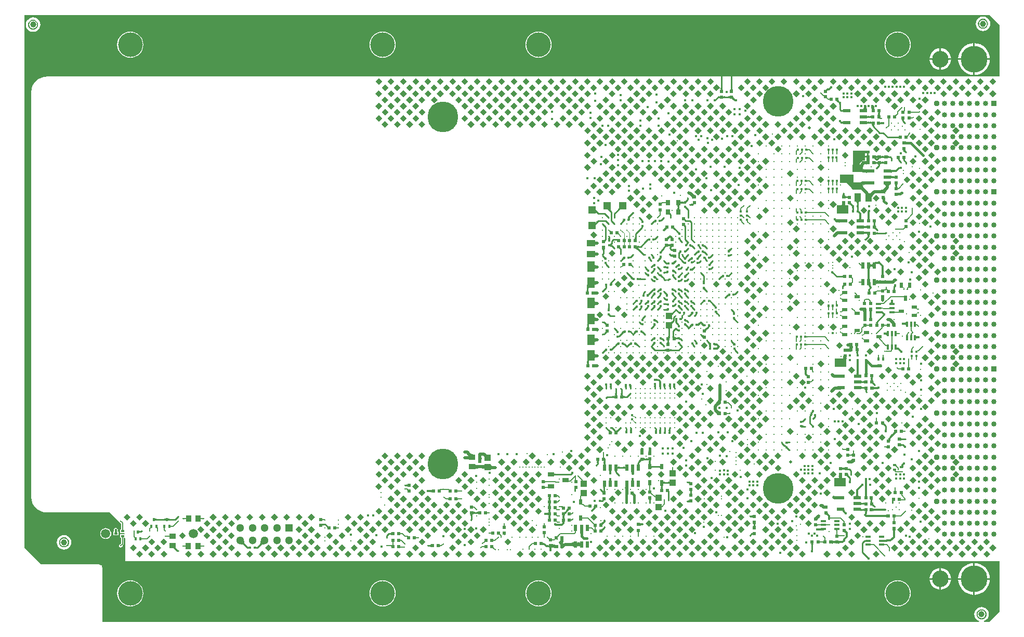
<source format=gbl>
G04*
G04 #@! TF.GenerationSoftware,Altium Limited,Altium Designer,19.1.7 (138)*
G04*
G04 Layer_Physical_Order=10*
G04 Layer_Color=16711680*
%FSLAX25Y25*%
%MOIN*%
G70*
G01*
G75*
%ADD11C,0.01000*%
%ADD13C,0.01968*%
%ADD20R,0.01575X0.03740*%
%ADD21R,0.03347X0.02165*%
%ADD22R,0.02362X0.01378*%
%ADD23R,0.01575X0.01772*%
%ADD24R,0.02441X0.02441*%
%ADD25R,0.02284X0.02441*%
%ADD26R,0.02441X0.02441*%
%ADD28R,0.03937X0.03937*%
%ADD32R,0.02441X0.02284*%
%ADD36R,0.03740X0.01575*%
%ADD41R,0.01772X0.01575*%
%ADD45C,0.01575*%
%ADD57R,0.05512X0.04134*%
%ADD68R,0.04921X0.07087*%
%ADD70R,0.04921X0.02362*%
%ADD147C,0.03937*%
%ADD148R,0.05000X0.05000*%
%ADD150R,0.00500X0.00500*%
%ADD152C,0.00500*%
%ADD153C,0.00464*%
%ADD155C,0.01181*%
%ADD158C,0.01575*%
%ADD159C,0.00658*%
%ADD160C,0.00659*%
%ADD161C,0.02756*%
%ADD162C,0.01084*%
%ADD169R,0.07480X0.05317*%
%ADD172C,0.15748*%
%ADD173C,0.17126*%
%ADD174C,0.03347*%
%ADD175C,0.05118*%
%ADD176R,0.05118X0.05118*%
%ADD177C,0.05950*%
%ADD178C,0.10630*%
%ADD179C,0.03740*%
%ADD180R,0.03347X0.03347*%
%ADD181C,0.01968*%
%ADD182C,0.19685*%
%ADD183C,0.01181*%
%ADD184C,0.01024*%
%ADD185C,0.02362*%
%ADD196R,0.04134X0.02559*%
%ADD197R,0.01654X0.01811*%
%ADD198R,0.02362X0.04134*%
%ADD199R,0.02559X0.03347*%
%ADD200R,0.01378X0.02362*%
%ADD201R,0.01968X0.03543*%
%ADD202R,0.04134X0.05512*%
%ADD203R,0.07087X0.04528*%
%ADD204R,0.01811X0.01654*%
%ADD205R,0.03740X0.01968*%
%ADD206R,0.02165X0.03347*%
%ADD207R,0.03937X0.03543*%
%ADD208R,0.03543X0.03937*%
%ADD209R,0.03937X0.03740*%
%ADD210C,0.00945*%
%ADD211R,0.08919X0.05394*%
G36*
X237178Y70345D02*
Y37462D01*
X-286205Y37462D01*
X-331087Y37462D01*
X-370079Y37462D01*
Y37440D01*
X-373519D01*
X-374016Y37449D01*
X-374016Y37449D01*
X-374496Y37402D01*
X-375945Y37259D01*
X-377801Y36696D01*
X-379510Y35782D01*
X-381009Y34552D01*
X-382239Y33054D01*
X-383153Y31344D01*
X-383716Y29489D01*
X-383906Y27559D01*
X-383897D01*
X-383897Y27559D01*
Y-231787D01*
X-383906Y-232283D01*
X-383906Y-232283D01*
X-383859Y-232764D01*
X-383716Y-234213D01*
X-383153Y-236068D01*
X-382239Y-237778D01*
X-381009Y-239277D01*
X-379510Y-240507D01*
X-377801Y-241421D01*
X-375945Y-241984D01*
X-374016Y-242174D01*
Y-242165D01*
X-374016Y-242165D01*
X-333743D01*
X-326150Y-249757D01*
Y-252885D01*
X-326176Y-252943D01*
X-326177Y-252953D01*
X-327067D01*
Y-255315D01*
X-324153D01*
X-323826Y-255699D01*
X-323982Y-256102D01*
X-327067D01*
Y-258465D01*
X-326177D01*
X-326176Y-258474D01*
X-326150Y-258532D01*
Y-262072D01*
X-326385Y-262307D01*
X-326444Y-262329D01*
X-326476Y-262360D01*
X-326495Y-262376D01*
X-326510Y-262387D01*
X-326522Y-262394D01*
X-326529Y-262398D01*
X-326530Y-262398D01*
X-326544Y-262399D01*
X-326628Y-262437D01*
X-326952Y-262502D01*
X-327310Y-262741D01*
X-327550Y-263099D01*
X-327634Y-263522D01*
X-327550Y-263944D01*
X-327310Y-264302D01*
X-326952Y-264542D01*
X-326530Y-264626D01*
X-326107Y-264542D01*
X-325749Y-264302D01*
X-325510Y-263944D01*
X-325445Y-263620D01*
X-325407Y-263536D01*
X-325406Y-263522D01*
X-325406Y-263521D01*
X-325402Y-263514D01*
X-325395Y-263502D01*
X-325384Y-263487D01*
X-325368Y-263468D01*
X-325337Y-263436D01*
X-325315Y-263377D01*
X-324859Y-262921D01*
X-324859Y-262921D01*
X-324695Y-262675D01*
X-324637Y-262386D01*
Y-258532D01*
X-324611Y-258474D01*
X-324611Y-258465D01*
X-324106D01*
X-323606Y-258917D01*
X-323606Y-273561D01*
X-305011D01*
X-181554Y-273561D01*
X-50148D01*
X7422D01*
X7422Y-273561D01*
X7608D01*
X7608Y-273561D01*
X23170D01*
X23170Y-273561D01*
X23356D01*
X23356Y-273561D01*
X31044D01*
X31044Y-273561D01*
X31230D01*
X31230Y-273561D01*
X38918D01*
X38918Y-273561D01*
X39104D01*
X39104Y-273561D01*
X54666D01*
X54666Y-273561D01*
X54852D01*
X54852Y-273561D01*
X62540D01*
X62540Y-273561D01*
X62726D01*
X62726Y-273561D01*
X78288D01*
X78288Y-273561D01*
X78474D01*
X78474Y-273561D01*
X94036D01*
X94036Y-273561D01*
X98109D01*
X99923D01*
X115944D01*
X117757D01*
X151600D01*
X158540D01*
X237178D01*
Y-305778D01*
X230597Y-312359D01*
X227164D01*
X227064Y-311859D01*
X227833Y-311541D01*
X228799Y-310799D01*
X229541Y-309833D01*
X230007Y-308708D01*
X230166Y-307500D01*
X230007Y-306292D01*
X229541Y-305167D01*
X228799Y-304201D01*
X227833Y-303459D01*
X226708Y-302993D01*
X225500Y-302834D01*
X224292Y-302993D01*
X223167Y-303459D01*
X222201Y-304201D01*
X221459Y-305167D01*
X220993Y-306292D01*
X220834Y-307500D01*
X220993Y-308708D01*
X221459Y-309833D01*
X222201Y-310799D01*
X223167Y-311541D01*
X223936Y-311859D01*
X223836Y-312359D01*
X-338328D01*
Y-277756D01*
X-338496Y-276911D01*
X-338681Y-276634D01*
Y-275984D01*
X-339289D01*
X-339691Y-275716D01*
X-340536Y-275548D01*
X-377613D01*
X-388328Y-264834D01*
Y76926D01*
X230597D01*
X237178Y70345D01*
D02*
G37*
G36*
X-158805Y34317D02*
X-161016Y32105D01*
X-163227Y34317D01*
X-161016Y36528D01*
X-158805Y34317D01*
D02*
G37*
G36*
X-150931D02*
X-153142Y32105D01*
X-155353Y34317D01*
X-153142Y36528D01*
X-150931Y34317D01*
D02*
G37*
G36*
X-87938Y34317D02*
X-90150Y32105D01*
X-92361Y34317D01*
X-90150Y36528D01*
X-87938Y34317D01*
D02*
G37*
G36*
X-143056D02*
X-145268Y32105D01*
X-147479Y34317D01*
X-145268Y36528D01*
X-143056Y34317D01*
D02*
G37*
G36*
X-127308D02*
X-129520Y32105D01*
X-131731Y34317D01*
X-129520Y36528D01*
X-127308Y34317D01*
D02*
G37*
G36*
X-95812D02*
X-98024Y32105D01*
X-100235Y34317D01*
X-98024Y36528D01*
X-95812Y34317D01*
D02*
G37*
G36*
X-80064D02*
X-82276Y32105D01*
X-84487Y34317D01*
X-82276Y36528D01*
X-80064Y34317D01*
D02*
G37*
G36*
X-17072Y34317D02*
X-19283Y32105D01*
X-21495Y34317D01*
X-19283Y36528D01*
X-17072Y34317D01*
D02*
G37*
G36*
X-111560Y34317D02*
X-113772Y32105D01*
X-115983Y34317D01*
X-113772Y36528D01*
X-111560Y34317D01*
D02*
G37*
G36*
X-103686D02*
X-105898Y32105D01*
X-108109Y34317D01*
X-105898Y36528D01*
X-103686Y34317D01*
D02*
G37*
G36*
X-119434Y34317D02*
X-121646Y32105D01*
X-123857Y34317D01*
X-121646Y36528D01*
X-119434Y34317D01*
D02*
G37*
G36*
X-135182Y34317D02*
X-137394Y32105D01*
X-139605Y34317D01*
X-137394Y36528D01*
X-135182Y34317D01*
D02*
G37*
G36*
X-72190Y34317D02*
X-74401Y32105D01*
X-76613Y34317D01*
X-74401Y36528D01*
X-72190Y34317D01*
D02*
G37*
G36*
X-56442D02*
X-58653Y32105D01*
X-60865Y34317D01*
X-58653Y36528D01*
X-56442Y34317D01*
D02*
G37*
G36*
X-24946D02*
X-27158Y32105D01*
X-29369Y34317D01*
X-27158Y36528D01*
X-24946Y34317D01*
D02*
G37*
G36*
X-9198D02*
X-11409Y32105D01*
X-13621Y34317D01*
X-11409Y36528D01*
X-9198Y34317D01*
D02*
G37*
G36*
X53794Y34317D02*
X51583Y32105D01*
X49371Y34317D01*
X51583Y36528D01*
X53794Y34317D01*
D02*
G37*
G36*
X-40694Y34317D02*
X-42906Y32105D01*
X-45117Y34317D01*
X-42906Y36528D01*
X-40694Y34317D01*
D02*
G37*
G36*
X-32820D02*
X-35032Y32105D01*
X-37243Y34317D01*
X-35032Y36528D01*
X-32820Y34317D01*
D02*
G37*
G36*
X-48568Y34317D02*
X-50779Y32105D01*
X-52991Y34317D01*
X-50779Y36528D01*
X-48568Y34317D01*
D02*
G37*
G36*
X-64316Y34317D02*
X-66527Y32105D01*
X-68739Y34317D01*
X-66527Y36528D01*
X-64316Y34317D01*
D02*
G37*
G36*
X-1324Y34317D02*
X-3535Y32105D01*
X-5747Y34317D01*
X-3535Y36528D01*
X-1324Y34317D01*
D02*
G37*
G36*
X14424D02*
X12213Y32105D01*
X10001Y34317D01*
X12213Y36528D01*
X14424Y34317D01*
D02*
G37*
G36*
X45920D02*
X43709Y32105D01*
X41497Y34317D01*
X43709Y36528D01*
X45920Y34317D01*
D02*
G37*
G36*
X124660Y34317D02*
X122449Y32105D01*
X120238Y34317D01*
X122449Y36528D01*
X124660Y34317D01*
D02*
G37*
G36*
X30172Y34317D02*
X27961Y32105D01*
X25749Y34317D01*
X27961Y36528D01*
X30172Y34317D01*
D02*
G37*
G36*
X38046D02*
X35835Y32105D01*
X33623Y34317D01*
X35835Y36528D01*
X38046Y34317D01*
D02*
G37*
G36*
X22298Y34317D02*
X20087Y32105D01*
X17875Y34317D01*
X20087Y36528D01*
X22298Y34317D01*
D02*
G37*
G36*
X6550Y34317D02*
X4339Y32105D01*
X2127Y34317D01*
X4339Y36528D01*
X6550Y34317D01*
D02*
G37*
G36*
X85290Y34317D02*
X83079Y32105D01*
X80867Y34317D01*
X83079Y36528D01*
X85290Y34317D01*
D02*
G37*
G36*
X116786D02*
X114575Y32105D01*
X112364Y34317D01*
X114575Y36528D01*
X116786Y34317D01*
D02*
G37*
G36*
X132534D02*
X130323Y32105D01*
X128112Y34317D01*
X130323Y36528D01*
X132534Y34317D01*
D02*
G37*
G36*
X195526Y34317D02*
X193315Y32105D01*
X191104Y34317D01*
X193315Y36528D01*
X195526Y34317D01*
D02*
G37*
G36*
X101038Y34317D02*
X98827Y32105D01*
X96615Y34317D01*
X98827Y36528D01*
X101038Y34317D01*
D02*
G37*
G36*
X108912D02*
X106701Y32105D01*
X104490Y34317D01*
X106701Y36528D01*
X108912Y34317D01*
D02*
G37*
G36*
X93164Y34317D02*
X90953Y32105D01*
X88741Y34317D01*
X90953Y36528D01*
X93164Y34317D01*
D02*
G37*
G36*
X77416Y34317D02*
X75205Y32105D01*
X72993Y34317D01*
X75205Y36528D01*
X77416Y34317D01*
D02*
G37*
G36*
X140408Y34317D02*
X138197Y32105D01*
X135986Y34317D01*
X138197Y36528D01*
X140408Y34317D01*
D02*
G37*
G36*
X156156D02*
X153945Y32105D01*
X151734Y34317D01*
X153945Y36528D01*
X156156Y34317D01*
D02*
G37*
G36*
X187652D02*
X185441Y32105D01*
X183230Y34317D01*
X185441Y36528D01*
X187652Y34317D01*
D02*
G37*
G36*
X203400D02*
X201189Y32105D01*
X198978Y34317D01*
X201189Y36528D01*
X203400Y34317D01*
D02*
G37*
G36*
X171904D02*
X169693Y32105D01*
X167482Y34317D01*
X169693Y36528D01*
X171904Y34317D01*
D02*
G37*
G36*
X179778D02*
X177567Y32105D01*
X175356Y34317D01*
X177567Y36528D01*
X179778Y34317D01*
D02*
G37*
G36*
X164030Y34317D02*
X161819Y32105D01*
X159608Y34317D01*
X161819Y36528D01*
X164030Y34317D01*
D02*
G37*
G36*
X148282Y34317D02*
X146071Y32105D01*
X143860Y34317D01*
X146071Y36528D01*
X148282Y34317D01*
D02*
G37*
G36*
X211274Y34317D02*
X209063Y32105D01*
X206852Y34317D01*
X209063Y36528D01*
X211274Y34317D01*
D02*
G37*
G36*
X227022D02*
X224811Y32105D01*
X222600Y34317D01*
X224811Y36528D01*
X227022Y34317D01*
D02*
G37*
G36*
X234896Y34317D02*
X232685Y32105D01*
X230474Y34317D01*
X232685Y36528D01*
X234896Y34317D01*
D02*
G37*
G36*
X219148Y34317D02*
X216937Y32105D01*
X214726Y34317D01*
X216937Y36528D01*
X219148Y34317D01*
D02*
G37*
G36*
X59195Y29937D02*
X59211Y29765D01*
X59236Y29614D01*
X59271Y29482D01*
X59316Y29371D01*
X59371Y29280D01*
X59436Y29209D01*
X59511Y29158D01*
X59596Y29128D01*
X59691Y29118D01*
X57688D01*
X57783Y29128D01*
X57868Y29158D01*
X57943Y29209D01*
X58008Y29280D01*
X58062Y29371D01*
X58107Y29482D01*
X58141Y29614D01*
X58166Y29765D01*
X58180Y29937D01*
X58184Y30130D01*
X58190D01*
Y30130D01*
X59190D01*
X59195Y29937D01*
D02*
G37*
G36*
X65660Y29871D02*
X65675Y29699D01*
X65701Y29547D01*
X65736Y29415D01*
X65781Y29304D01*
X65836Y29213D01*
X65901Y29142D01*
X65976Y29091D01*
X66061Y29061D01*
X66156Y29051D01*
X64156D01*
X64251Y29061D01*
X64336Y29091D01*
X64411Y29142D01*
X64476Y29213D01*
X64531Y29304D01*
X64576Y29415D01*
X64610Y29547D01*
X64635Y29699D01*
X64650Y29871D01*
X64655Y30063D01*
X65655D01*
X65660Y29871D01*
D02*
G37*
G36*
X-154867Y30380D02*
X-157079Y28168D01*
X-159290Y30380D01*
X-157079Y32591D01*
X-154867Y30380D01*
D02*
G37*
G36*
X-146994Y30380D02*
X-149205Y28168D01*
X-151416Y30380D01*
X-149205Y32591D01*
X-146994Y30380D01*
D02*
G37*
G36*
X-84001D02*
X-86213Y28168D01*
X-88424Y30380D01*
X-86213Y32591D01*
X-84001Y30380D01*
D02*
G37*
G36*
X-91875Y30380D02*
X-94087Y28168D01*
X-96298Y30380D01*
X-94087Y32591D01*
X-91875Y30380D01*
D02*
G37*
G36*
X-139119Y30380D02*
X-141331Y28168D01*
X-143542Y30380D01*
X-141331Y32591D01*
X-139119Y30380D01*
D02*
G37*
G36*
X-13135Y30380D02*
X-15346Y28168D01*
X-17558Y30380D01*
X-15346Y32591D01*
X-13135Y30380D01*
D02*
G37*
G36*
X-115497Y30380D02*
X-117709Y28168D01*
X-119920Y30380D01*
X-117709Y32591D01*
X-115497Y30380D01*
D02*
G37*
G36*
X-123371D02*
X-125583Y28168D01*
X-127794Y30380D01*
X-125583Y32591D01*
X-123371Y30380D01*
D02*
G37*
G36*
X-131245D02*
X-133457Y28168D01*
X-135668Y30380D01*
X-133457Y32591D01*
X-131245Y30380D01*
D02*
G37*
G36*
X-99749D02*
X-101961Y28168D01*
X-104172Y30380D01*
X-101961Y32591D01*
X-99749Y30380D01*
D02*
G37*
G36*
X-107623D02*
X-109835Y28168D01*
X-112046Y30380D01*
X-109835Y32591D01*
X-107623Y30380D01*
D02*
G37*
G36*
X-76127Y30380D02*
X-78338Y28168D01*
X-80550Y30380D01*
X-78338Y32591D01*
X-76127Y30380D01*
D02*
G37*
G36*
X-21009Y30380D02*
X-23220Y28168D01*
X-25432Y30380D01*
X-23220Y32591D01*
X-21009Y30380D01*
D02*
G37*
G36*
X-68253Y30380D02*
X-70464Y28168D01*
X-72676Y30380D01*
X-70464Y32591D01*
X-68253Y30380D01*
D02*
G37*
G36*
X-44631D02*
X-46843Y28168D01*
X-49054Y30380D01*
X-46843Y32591D01*
X-44631Y30380D01*
D02*
G37*
G36*
X-52505D02*
X-54716Y28168D01*
X-56928Y30380D01*
X-54716Y32591D01*
X-52505Y30380D01*
D02*
G37*
G36*
X-60379D02*
X-62590Y28168D01*
X-64802Y30380D01*
X-62590Y32591D01*
X-60379Y30380D01*
D02*
G37*
G36*
X-28883D02*
X-31095Y28168D01*
X-33306Y30380D01*
X-31095Y32591D01*
X-28883Y30380D01*
D02*
G37*
G36*
X-36757D02*
X-38969Y28168D01*
X-41180Y30380D01*
X-38969Y32591D01*
X-36757Y30380D01*
D02*
G37*
G36*
X-5261Y30380D02*
X-7472Y28168D01*
X-9684Y30380D01*
X-7472Y32591D01*
X-5261Y30380D01*
D02*
G37*
G36*
X57672Y30439D02*
X57672Y30321D01*
X56985Y29634D01*
X56980D01*
Y29629D01*
X55520Y28168D01*
X53308Y30380D01*
X55520Y32591D01*
X57672Y30439D01*
D02*
G37*
G36*
X49857Y30380D02*
X47646Y28168D01*
X45434Y30380D01*
X47646Y32591D01*
X49857Y30380D01*
D02*
G37*
G36*
X2613Y30380D02*
X402Y28168D01*
X-1810Y30380D01*
X402Y32591D01*
X2613Y30380D01*
D02*
G37*
G36*
X26235D02*
X24024Y28168D01*
X21812Y30380D01*
X24024Y32591D01*
X26235Y30380D01*
D02*
G37*
G36*
X18361D02*
X16150Y28168D01*
X13938Y30380D01*
X16150Y32591D01*
X18361Y30380D01*
D02*
G37*
G36*
X10487D02*
X8276Y28168D01*
X6064Y30380D01*
X8276Y32591D01*
X10487Y30380D01*
D02*
G37*
G36*
X41983D02*
X39772Y28168D01*
X37560Y30380D01*
X39772Y32591D01*
X41983Y30380D01*
D02*
G37*
G36*
X34109D02*
X31898Y28168D01*
X29686Y30380D01*
X31898Y32591D01*
X34109Y30380D01*
D02*
G37*
G36*
X120723D02*
X118512Y28168D01*
X116301Y30380D01*
X118512Y32591D01*
X120723Y30380D01*
D02*
G37*
G36*
X73479Y30380D02*
X71268Y28168D01*
X69056Y30380D01*
X71268Y32591D01*
X73479Y30380D01*
D02*
G37*
G36*
X89227D02*
X87016Y28168D01*
X84804Y30380D01*
X87016Y32591D01*
X89227Y30380D01*
D02*
G37*
G36*
X81353D02*
X79142Y28168D01*
X76930Y30380D01*
X79142Y32591D01*
X81353Y30380D01*
D02*
G37*
G36*
X112849D02*
X110638Y28168D01*
X108427Y30380D01*
X110638Y32591D01*
X112849Y30380D01*
D02*
G37*
G36*
X136471Y30380D02*
X134260Y28168D01*
X132049Y30380D01*
X134260Y32591D01*
X136471Y30380D01*
D02*
G37*
G36*
X199463D02*
X197252Y28168D01*
X195041Y30380D01*
X197252Y32591D01*
X199463Y30380D01*
D02*
G37*
G36*
X191589Y30380D02*
X189378Y28168D01*
X187167Y30380D01*
X189378Y32591D01*
X191589Y30380D01*
D02*
G37*
G36*
X144345Y30380D02*
X142134Y28168D01*
X139923Y30380D01*
X142134Y32591D01*
X144345Y30380D01*
D02*
G37*
G36*
X160093D02*
X157882Y28168D01*
X155671Y30380D01*
X157882Y32591D01*
X160093Y30380D01*
D02*
G37*
G36*
X152219D02*
X150008Y28168D01*
X147797Y30380D01*
X150008Y32591D01*
X152219Y30380D01*
D02*
G37*
G36*
X183715D02*
X181504Y28168D01*
X179293Y30380D01*
X181504Y32591D01*
X183715Y30380D01*
D02*
G37*
G36*
X207337Y30380D02*
X205126Y28168D01*
X202915Y30380D01*
X205126Y32591D01*
X207337Y30380D01*
D02*
G37*
G36*
X215211D02*
X213000Y28168D01*
X210789Y30380D01*
X213000Y32591D01*
X215211Y30380D01*
D02*
G37*
G36*
X230959D02*
X228748Y28168D01*
X226537Y30380D01*
X228748Y32591D01*
X230959Y30380D01*
D02*
G37*
G36*
X223085D02*
X220874Y28168D01*
X218663Y30380D01*
X220874Y32591D01*
X223085Y30380D01*
D02*
G37*
G36*
X122917Y26933D02*
X122923Y26901D01*
X122932Y26868D01*
X122946Y26834D01*
X122964Y26800D01*
X122985Y26764D01*
X123011Y26728D01*
X123041Y26690D01*
X123113Y26612D01*
X122759Y26259D01*
X122720Y26297D01*
X122644Y26360D01*
X122608Y26386D01*
X122572Y26408D01*
X122537Y26426D01*
X122504Y26440D01*
X122471Y26449D01*
X122439Y26455D01*
X122408Y26457D01*
X122915Y26963D01*
X122917Y26933D01*
D02*
G37*
G36*
X-158805Y26443D02*
X-161016Y24231D01*
X-163227Y26443D01*
X-161016Y28654D01*
X-158805Y26443D01*
D02*
G37*
G36*
X-143056Y26443D02*
X-145268Y24231D01*
X-147479Y26443D01*
X-145268Y28654D01*
X-143056Y26443D01*
D02*
G37*
G36*
X-135182D02*
X-137394Y24231D01*
X-139605Y26443D01*
X-137394Y28654D01*
X-135182Y26443D01*
D02*
G37*
G36*
X-87938Y26443D02*
X-90150Y24231D01*
X-92361Y26443D01*
X-90150Y28654D01*
X-87938Y26443D01*
D02*
G37*
G36*
X-119434Y26443D02*
X-121646Y24231D01*
X-123857Y26443D01*
X-121646Y28654D01*
X-119434Y26443D01*
D02*
G37*
G36*
X-150930Y26443D02*
X-153142Y24231D01*
X-155353Y26443D01*
X-153142Y28654D01*
X-150930Y26443D01*
D02*
G37*
G36*
X-95812D02*
X-98024Y24231D01*
X-100235Y26443D01*
X-98024Y28654D01*
X-95812Y26443D01*
D02*
G37*
G36*
X-111560Y26443D02*
X-113772Y24231D01*
X-115983Y26443D01*
X-113772Y28654D01*
X-111560Y26443D01*
D02*
G37*
G36*
X-127308D02*
X-129520Y24231D01*
X-131731Y26443D01*
X-129520Y28654D01*
X-127308Y26443D01*
D02*
G37*
G36*
X-103686D02*
X-105898Y24231D01*
X-108109Y26443D01*
X-105898Y28654D01*
X-103686Y26443D01*
D02*
G37*
G36*
X-72190Y26443D02*
X-74401Y24231D01*
X-76613Y26443D01*
X-74401Y28654D01*
X-72190Y26443D01*
D02*
G37*
G36*
X-64316D02*
X-66527Y24231D01*
X-68739Y26443D01*
X-66527Y28654D01*
X-64316Y26443D01*
D02*
G37*
G36*
X-48568Y26443D02*
X-50779Y24231D01*
X-52991Y26443D01*
X-50779Y28654D01*
X-48568Y26443D01*
D02*
G37*
G36*
X-80064D02*
X-82276Y24231D01*
X-84487Y26443D01*
X-82276Y28654D01*
X-80064Y26443D01*
D02*
G37*
G36*
X-24946D02*
X-27158Y24231D01*
X-29369Y26443D01*
X-27158Y28654D01*
X-24946Y26443D01*
D02*
G37*
G36*
X-40694Y26443D02*
X-42906Y24231D01*
X-45117Y26443D01*
X-42906Y28654D01*
X-40694Y26443D01*
D02*
G37*
G36*
X-56442Y26443D02*
X-58653Y24231D01*
X-60865Y26443D01*
X-58653Y28654D01*
X-56442Y26443D01*
D02*
G37*
G36*
X-32820Y26443D02*
X-35032Y24231D01*
X-37243Y26443D01*
X-35032Y28654D01*
X-32820Y26443D01*
D02*
G37*
G36*
X6550Y26443D02*
X4339Y24231D01*
X2127Y26443D01*
X4339Y28654D01*
X6550Y26443D01*
D02*
G37*
G36*
X53794Y26443D02*
X51583Y24231D01*
X49371Y26443D01*
X51583Y28654D01*
X53794Y26443D01*
D02*
G37*
G36*
X-9198D02*
X-11409Y24231D01*
X-13621Y26443D01*
X-11409Y28654D01*
X-9198Y26443D01*
D02*
G37*
G36*
X45920D02*
X43709Y24231D01*
X41497Y26443D01*
X43709Y28654D01*
X45920Y26443D01*
D02*
G37*
G36*
X30172Y26443D02*
X27961Y24231D01*
X25749Y26443D01*
X27961Y28654D01*
X30172Y26443D01*
D02*
G37*
G36*
X14424D02*
X12213Y24231D01*
X10001Y26443D01*
X12213Y28654D01*
X14424Y26443D01*
D02*
G37*
G36*
X38046D02*
X35835Y24231D01*
X33623Y26443D01*
X35835Y28654D01*
X38046Y26443D01*
D02*
G37*
G36*
X77416Y26443D02*
X75205Y24231D01*
X72993Y26443D01*
X75205Y28654D01*
X77416Y26443D01*
D02*
G37*
G36*
X116786Y26443D02*
X114575Y24231D01*
X112364Y26443D01*
X114575Y28654D01*
X116786Y26443D01*
D02*
G37*
G36*
X85290D02*
X83079Y24231D01*
X80867Y26443D01*
X83079Y28654D01*
X85290Y26443D01*
D02*
G37*
G36*
X108912Y26443D02*
X106701Y24231D01*
X104490Y26443D01*
X106701Y28654D01*
X108912Y26443D01*
D02*
G37*
G36*
X148282Y26443D02*
X146071Y24231D01*
X143860Y26443D01*
X146071Y28654D01*
X148282Y26443D01*
D02*
G37*
G36*
X164030D02*
X161819Y24231D01*
X159608Y26443D01*
X161819Y28654D01*
X164030Y26443D01*
D02*
G37*
G36*
X171904D02*
X169693Y24231D01*
X167482Y26443D01*
X169693Y28654D01*
X171904Y26443D01*
D02*
G37*
G36*
X156156D02*
X153945Y24231D01*
X151734Y26443D01*
X153945Y28654D01*
X156156Y26443D01*
D02*
G37*
G36*
X179778D02*
X177567Y24231D01*
X175356Y26443D01*
X177567Y28654D01*
X179778Y26443D01*
D02*
G37*
G36*
X211274Y26443D02*
X209063Y24231D01*
X206852Y26443D01*
X209063Y28654D01*
X211274Y26443D01*
D02*
G37*
G36*
X219148D02*
X216937Y24231D01*
X214726Y26443D01*
X216937Y28654D01*
X219148Y26443D01*
D02*
G37*
G36*
X234896Y26443D02*
X232685Y24231D01*
X230474Y26443D01*
X232685Y28654D01*
X234896Y26443D01*
D02*
G37*
G36*
X203400D02*
X201189Y24231D01*
X198978Y26443D01*
X201189Y28654D01*
X203400Y26443D01*
D02*
G37*
G36*
X227022D02*
X224811Y24231D01*
X222600Y26443D01*
X224811Y28654D01*
X227022Y26443D01*
D02*
G37*
G36*
X57496Y23369D02*
X57487Y23450D01*
X57459Y23523D01*
X57412Y23586D01*
X57346Y23642D01*
X57262Y23689D01*
X57158Y23727D01*
X57037Y23757D01*
X56896Y23778D01*
X56736Y23791D01*
X56558Y23795D01*
Y24795D01*
X56736Y24800D01*
X56896Y24812D01*
X57037Y24834D01*
X57158Y24863D01*
X57262Y24902D01*
X57346Y24949D01*
X57412Y25004D01*
X57459Y25068D01*
X57487Y25141D01*
X57496Y25221D01*
Y23369D01*
D02*
G37*
G36*
X63949Y23299D02*
X63939Y23394D01*
X63909Y23479D01*
X63859Y23554D01*
X63789Y23619D01*
X63699Y23674D01*
X63589Y23719D01*
X63459Y23754D01*
X63309Y23779D01*
X63139Y23794D01*
X62949Y23799D01*
Y24799D01*
X63139Y24804D01*
X63309Y24819D01*
X63459Y24844D01*
X63589Y24879D01*
X63699Y24924D01*
X63789Y24979D01*
X63859Y25044D01*
X63909Y25119D01*
X63939Y25204D01*
X63949Y25299D01*
Y23299D01*
D02*
G37*
G36*
X59899Y25204D02*
X59930Y25119D01*
X59980Y25044D01*
X60051Y24979D01*
X60142Y24924D01*
X60254Y24879D01*
X60385Y24844D01*
X60537Y24819D01*
X60709Y24804D01*
X60901Y24799D01*
Y23799D01*
X60709Y23794D01*
X60537Y23779D01*
X60385Y23754D01*
X60254Y23719D01*
X60142Y23674D01*
X60051Y23619D01*
X59980Y23554D01*
X59930Y23479D01*
X59899Y23394D01*
X59889Y23299D01*
Y25299D01*
X59899Y25204D01*
D02*
G37*
G36*
X127925Y22532D02*
X127920Y22579D01*
X127905Y22622D01*
X127880Y22659D01*
X127845Y22692D01*
X127800Y22719D01*
X127745Y22741D01*
X127680Y22759D01*
X127605Y22772D01*
X127520Y22779D01*
X127425Y22782D01*
Y23281D01*
X127520Y23284D01*
X127605Y23291D01*
X127680Y23304D01*
X127745Y23322D01*
X127800Y23344D01*
X127845Y23371D01*
X127880Y23404D01*
X127905Y23441D01*
X127920Y23484D01*
X127925Y23531D01*
Y22532D01*
D02*
G37*
G36*
X66288Y24682D02*
X66256Y24574D01*
X66257Y24450D01*
X66292Y24308D01*
X66360Y24149D01*
X66461Y23974D01*
X66596Y23782D01*
X66764Y23572D01*
X67201Y23103D01*
X66366Y22267D01*
X66123Y22502D01*
X65687Y22872D01*
X65495Y23007D01*
X65319Y23109D01*
X65160Y23177D01*
X65019Y23211D01*
X64894Y23212D01*
X64786Y23180D01*
X64696Y23115D01*
X66354Y24773D01*
X66288Y24682D01*
D02*
G37*
G36*
X55468Y22498D02*
X55405Y22435D01*
X55167Y22162D01*
X55151Y22135D01*
X55141Y22112D01*
X55138Y22095D01*
X54358Y22875D01*
X54375Y22878D01*
X54397Y22888D01*
X54425Y22904D01*
X54457Y22928D01*
X54538Y22994D01*
X54639Y23086D01*
X54761Y23205D01*
X55468Y22498D01*
D02*
G37*
G36*
X133792Y22596D02*
X133744Y22526D01*
X133731Y22435D01*
X133752Y22324D01*
X133806Y22193D01*
X133895Y22041D01*
X134019Y21869D01*
X134176Y21677D01*
X134331Y21511D01*
X134473Y21388D01*
X134500Y21371D01*
X134522Y21361D01*
X134539Y21358D01*
X134506Y21325D01*
X134593Y21233D01*
X134236Y21055D01*
X133760Y20579D01*
X133757Y20596D01*
X133747Y20618D01*
X133730Y20645D01*
X133707Y20678D01*
X133641Y20758D01*
X133549Y20859D01*
X133547Y20861D01*
X133402Y21002D01*
X132754Y21545D01*
X132570Y21667D01*
X132401Y21760D01*
X132247Y21823D01*
X132110Y21857D01*
X131987Y21860D01*
X131881Y21835D01*
X133874Y22647D01*
X133792Y22596D01*
D02*
G37*
G36*
X-154867Y22505D02*
X-157079Y20294D01*
X-159290Y22505D01*
X-157079Y24717D01*
X-154867Y22505D01*
D02*
G37*
G36*
X-139119D02*
X-141331Y20294D01*
X-143542Y22505D01*
X-141331Y24717D01*
X-139119Y22505D01*
D02*
G37*
G36*
X-131245D02*
X-133457Y20294D01*
X-135668Y22505D01*
X-133457Y24717D01*
X-131245Y22505D01*
D02*
G37*
G36*
X-99749D02*
X-101961Y20294D01*
X-104172Y22505D01*
X-101961Y24717D01*
X-99749Y22505D01*
D02*
G37*
G36*
X-91875D02*
X-94087Y20294D01*
X-96298Y22505D01*
X-94087Y24717D01*
X-91875Y22505D01*
D02*
G37*
G36*
X-123371D02*
X-125583Y20294D01*
X-127794Y22505D01*
X-125583Y24717D01*
X-123371Y22505D01*
D02*
G37*
G36*
X-146993D02*
X-149205Y20294D01*
X-151416Y22505D01*
X-149205Y24717D01*
X-146993Y22505D01*
D02*
G37*
G36*
X-107623Y22505D02*
X-109835Y20294D01*
X-112046Y22505D01*
X-109835Y24717D01*
X-107623Y22505D01*
D02*
G37*
G36*
X-84001D02*
X-86213Y20294D01*
X-88424Y22505D01*
X-86213Y24717D01*
X-84001Y22505D01*
D02*
G37*
G36*
X-68253D02*
X-70464Y20294D01*
X-72676Y22505D01*
X-70464Y24717D01*
X-68253Y22505D01*
D02*
G37*
G36*
X-60379Y22505D02*
X-62590Y20294D01*
X-64802Y22505D01*
X-62590Y24717D01*
X-60379Y22505D01*
D02*
G37*
G36*
X-28883Y22505D02*
X-31095Y20294D01*
X-33306Y22505D01*
X-31095Y24717D01*
X-28883Y22505D01*
D02*
G37*
G36*
X-13135Y22505D02*
X-15346Y20294D01*
X-17558Y22505D01*
X-15346Y24717D01*
X-13135Y22505D01*
D02*
G37*
G36*
X-44631D02*
X-46843Y20294D01*
X-49054Y22505D01*
X-46843Y24717D01*
X-44631Y22505D01*
D02*
G37*
G36*
X-52505Y22505D02*
X-54716Y20294D01*
X-56928Y22505D01*
X-54716Y24717D01*
X-52505Y22505D01*
D02*
G37*
G36*
X-76127D02*
X-78338Y20294D01*
X-80550Y22505D01*
X-78338Y24717D01*
X-76127Y22505D01*
D02*
G37*
G36*
X-36757Y22505D02*
X-38969Y20294D01*
X-41180Y22505D01*
X-38969Y24717D01*
X-36757Y22505D01*
D02*
G37*
G36*
X2613D02*
X402Y20294D01*
X-1810Y22505D01*
X402Y24717D01*
X2613Y22505D01*
D02*
G37*
G36*
X10487D02*
X8276Y20294D01*
X6064Y22505D01*
X8276Y24717D01*
X10487Y22505D01*
D02*
G37*
G36*
X26235D02*
X24024Y20294D01*
X21812Y22505D01*
X24024Y24717D01*
X26235Y22505D01*
D02*
G37*
G36*
X81353Y22505D02*
X79142Y20294D01*
X76930Y22505D01*
X79142Y24717D01*
X81353Y22505D01*
D02*
G37*
G36*
X120723Y22505D02*
X118512Y20294D01*
X116301Y22505D01*
X118512Y24717D01*
X120723Y22505D01*
D02*
G37*
G36*
X152219Y22505D02*
X150008Y20294D01*
X147797Y22505D01*
X150008Y24717D01*
X152219Y22505D01*
D02*
G37*
G36*
X183715D02*
X181504Y20294D01*
X179293Y22505D01*
X181504Y24717D01*
X183715Y22505D01*
D02*
G37*
G36*
X191589D02*
X189378Y20294D01*
X187167Y22505D01*
X189378Y24717D01*
X191589Y22505D01*
D02*
G37*
G36*
X167967D02*
X165756Y20294D01*
X163545Y22505D01*
X165756Y24717D01*
X167967Y22505D01*
D02*
G37*
G36*
X160093D02*
X157882Y20294D01*
X155671Y22505D01*
X157882Y24717D01*
X160093Y22505D01*
D02*
G37*
G36*
X175841Y22505D02*
X173630Y20294D01*
X171419Y22505D01*
X173630Y24717D01*
X175841Y22505D01*
D02*
G37*
G36*
X135089Y19994D02*
X135080Y19972D01*
X135072Y19941D01*
X135066Y19902D01*
X135055Y19798D01*
X135049Y19661D01*
X135047Y19490D01*
X134047D01*
X134047Y19580D01*
X134022Y19941D01*
X134014Y19972D01*
X134006Y19994D01*
X133996Y20008D01*
X135098D01*
X135089Y19994D01*
D02*
G37*
G36*
X156455Y17896D02*
X156474Y17655D01*
X156504Y17443D01*
X156548Y17259D01*
X156603Y17104D01*
X156671Y16976D01*
X156751Y16877D01*
X156844Y16805D01*
X156949Y16762D01*
X157066Y16748D01*
X154815Y16760D01*
X154826Y16774D01*
X154836Y16816D01*
X154845Y16886D01*
X154859Y17111D01*
X154874Y18165D01*
X156449D01*
X156455Y17896D01*
D02*
G37*
G36*
X151545Y17898D02*
X151566Y17630D01*
X151602Y17393D01*
X151652Y17189D01*
X151716Y17016D01*
X151795Y16874D01*
X151888Y16764D01*
X151995Y16685D01*
X152116Y16638D01*
X152252Y16622D01*
X149175D01*
X149325Y16638D01*
X149459Y16685D01*
X149577Y16764D01*
X149679Y16874D01*
X149766Y17016D01*
X149837Y17189D01*
X149892Y17393D01*
X149931Y17630D01*
X149955Y17898D01*
X149963Y18197D01*
X151538D01*
X151545Y17898D01*
D02*
G37*
G36*
X174207Y16831D02*
X174161Y16829D01*
X174116Y16823D01*
X174071Y16812D01*
X174025Y16797D01*
X173981Y16778D01*
X173936Y16754D01*
X173892Y16726D01*
X173848Y16694D01*
X173804Y16657D01*
X173760Y16616D01*
X173407Y16969D01*
X173448Y17013D01*
X173485Y17057D01*
X173518Y17101D01*
X173546Y17145D01*
X173569Y17189D01*
X173589Y17234D01*
X173604Y17279D01*
X173614Y17324D01*
X173620Y17370D01*
X173622Y17415D01*
X174207Y16831D01*
D02*
G37*
G36*
X176563Y16966D02*
X176536Y16930D01*
X176511Y16890D01*
X176490Y16848D01*
X176472Y16803D01*
X176457Y16754D01*
X176446Y16703D01*
X176438Y16649D01*
X176433Y16592D01*
X176431Y16532D01*
X175931D01*
X175929Y16592D01*
X175925Y16649D01*
X175916Y16703D01*
X175905Y16754D01*
X175890Y16803D01*
X175872Y16848D01*
X175851Y16890D01*
X175827Y16930D01*
X175799Y16966D01*
X175768Y16999D01*
X176594D01*
X176563Y16966D01*
D02*
G37*
G36*
X-158805Y18568D02*
X-161016Y16357D01*
X-163227Y18568D01*
X-161016Y20780D01*
X-158805Y18568D01*
D02*
G37*
G36*
X-135182Y18568D02*
X-137394Y16357D01*
X-139605Y18568D01*
X-137394Y20780D01*
X-135182Y18568D01*
D02*
G37*
G36*
X-95812D02*
X-98024Y16357D01*
X-100235Y18568D01*
X-98024Y20780D01*
X-95812Y18568D01*
D02*
G37*
G36*
X-103686Y18568D02*
X-105898Y16357D01*
X-108109Y18568D01*
X-105898Y20780D01*
X-103686Y18568D01*
D02*
G37*
G36*
X-143056Y18568D02*
X-145268Y16357D01*
X-147479Y18568D01*
X-145268Y20780D01*
X-143056Y18568D01*
D02*
G37*
G36*
X-87938D02*
X-90150Y16357D01*
X-92361Y18568D01*
X-90150Y20780D01*
X-87938Y18568D01*
D02*
G37*
G36*
X-150930D02*
X-153142Y16357D01*
X-155353Y18568D01*
X-153142Y20780D01*
X-150930Y18568D01*
D02*
G37*
G36*
X-56442Y18568D02*
X-58653Y16357D01*
X-60865Y18568D01*
X-58653Y20780D01*
X-56442Y18568D01*
D02*
G37*
G36*
X-64316D02*
X-66527Y16357D01*
X-68739Y18568D01*
X-66527Y20780D01*
X-64316Y18568D01*
D02*
G37*
G36*
X-24946D02*
X-27158Y16357D01*
X-29369Y18568D01*
X-27158Y20780D01*
X-24946Y18568D01*
D02*
G37*
G36*
X-32820Y18568D02*
X-35032Y16357D01*
X-37243Y18568D01*
X-35032Y20780D01*
X-32820Y18568D01*
D02*
G37*
G36*
X-72190Y18568D02*
X-74401Y16357D01*
X-76613Y18568D01*
X-74401Y20780D01*
X-72190Y18568D01*
D02*
G37*
G36*
X-40694D02*
X-42906Y16357D01*
X-45117Y18568D01*
X-42906Y20780D01*
X-40694Y18568D01*
D02*
G37*
G36*
X-17072D02*
X-19283Y16357D01*
X-21495Y18568D01*
X-19283Y20780D01*
X-17072Y18568D01*
D02*
G37*
G36*
X-48568D02*
X-50779Y16357D01*
X-52991Y18568D01*
X-50779Y20780D01*
X-48568Y18568D01*
D02*
G37*
G36*
X-80064D02*
X-82276Y16357D01*
X-84487Y18568D01*
X-82276Y20780D01*
X-80064Y18568D01*
D02*
G37*
G36*
X6550Y18568D02*
X4339Y16357D01*
X2127Y18568D01*
X4339Y20780D01*
X6550Y18568D01*
D02*
G37*
G36*
X45920D02*
X43709Y16357D01*
X41497Y18568D01*
X43709Y20780D01*
X45920Y18568D01*
D02*
G37*
G36*
X38046Y18568D02*
X35835Y16357D01*
X33623Y18568D01*
X35835Y20780D01*
X38046Y18568D01*
D02*
G37*
G36*
X-1324Y18568D02*
X-3535Y16357D01*
X-5747Y18568D01*
X-3535Y20780D01*
X-1324Y18568D01*
D02*
G37*
G36*
X30172D02*
X27961Y16357D01*
X25749Y18568D01*
X27961Y20780D01*
X30172Y18568D01*
D02*
G37*
G36*
X53794D02*
X51583Y16357D01*
X49371Y18568D01*
X51583Y20780D01*
X53794Y18568D01*
D02*
G37*
G36*
X22298D02*
X20087Y16357D01*
X17875Y18568D01*
X20087Y20780D01*
X22298Y18568D01*
D02*
G37*
G36*
X-9198D02*
X-11409Y16357D01*
X-13621Y18568D01*
X-11409Y20780D01*
X-9198Y18568D01*
D02*
G37*
G36*
X77416Y18568D02*
X75205Y16357D01*
X72993Y18568D01*
X75205Y20780D01*
X77416Y18568D01*
D02*
G37*
G36*
X116786D02*
X114575Y16357D01*
X112364Y18568D01*
X114575Y20780D01*
X116786Y18568D01*
D02*
G37*
G36*
X124660D02*
X122449Y16357D01*
X120238Y18568D01*
X122449Y20780D01*
X124660Y18568D01*
D02*
G37*
G36*
X61668D02*
X59457Y16357D01*
X57245Y18568D01*
X59457Y20780D01*
X61668Y18568D01*
D02*
G37*
G36*
X187652Y18568D02*
X185441Y16357D01*
X183230Y18568D01*
X185441Y20780D01*
X187652Y18568D01*
D02*
G37*
G36*
X171904D02*
X169693Y16357D01*
X167482Y18568D01*
X169693Y20780D01*
X171904Y18568D01*
D02*
G37*
G36*
X132534D02*
X130323Y16357D01*
X128112Y18568D01*
X130323Y20780D01*
X132534Y18568D01*
D02*
G37*
G36*
X176270Y15775D02*
X175681Y15763D01*
X175729Y15769D01*
X175771Y15786D01*
X175809Y15812D01*
X175841Y15848D01*
X175869Y15894D01*
X175891Y15950D01*
X175909Y16016D01*
X175921Y16093D01*
X175929Y16179D01*
X175931Y16275D01*
X176431D01*
X176270Y15775D01*
D02*
G37*
G36*
X136737Y14453D02*
X136726Y14548D01*
X136696Y14633D01*
X136645Y14708D01*
X136575Y14773D01*
X136484Y14828D01*
X136372Y14873D01*
X136241Y14908D01*
X136089Y14933D01*
X135917Y14948D01*
X135725Y14953D01*
Y15953D01*
X135917Y15958D01*
X136089Y15973D01*
X136241Y15998D01*
X136372Y16033D01*
X136484Y16078D01*
X136575Y16133D01*
X136645Y16198D01*
X136696Y16273D01*
X136726Y16358D01*
X136737Y16453D01*
Y14453D01*
D02*
G37*
G36*
X180102Y14966D02*
X180117Y14923D01*
X180143Y14886D01*
X180178Y14853D01*
X180225Y14826D01*
X180281Y14803D01*
X180347Y14786D01*
X180424Y14773D01*
X180511Y14766D01*
X180608Y14763D01*
Y14263D01*
X180511Y14261D01*
X180424Y14253D01*
X180347Y14241D01*
X180281Y14223D01*
X180225Y14201D01*
X180178Y14173D01*
X180143Y14141D01*
X180117Y14103D01*
X180102Y14061D01*
X180096Y14013D01*
Y15013D01*
X180102Y14966D01*
D02*
G37*
G36*
X171306Y13019D02*
X171177Y12887D01*
X170891Y12548D01*
X170829Y12454D01*
X170785Y12371D01*
X170757Y12297D01*
X170746Y12234D01*
X170752Y12179D01*
X170775Y12135D01*
X170147Y12921D01*
X170182Y12889D01*
X170226Y12872D01*
X170277Y12870D01*
X170336Y12883D01*
X170402Y12911D01*
X170477Y12954D01*
X170560Y13012D01*
X170650Y13084D01*
X170854Y13275D01*
X171306Y13019D01*
D02*
G37*
G36*
X160447Y14333D02*
X160361Y14303D01*
X160286Y14253D01*
X160222Y14183D01*
X160167Y14093D01*
X160122Y13983D01*
X160086Y13853D01*
X160061Y13703D01*
X160047Y13533D01*
X160046Y13532D01*
X160047Y13532D01*
X160061Y13360D01*
X160086Y13208D01*
X160122Y13077D01*
X160167Y12965D01*
X160222Y12874D01*
X160286Y12803D01*
X160361Y12753D01*
X160447Y12722D01*
X160541Y12712D01*
X158542D01*
X158636Y12722D01*
X158721Y12753D01*
X158797Y12803D01*
X158861Y12874D01*
X158916Y12965D01*
X158961Y13077D01*
X158996Y13208D01*
X159021Y13360D01*
X159036Y13532D01*
X159037Y13532D01*
X159036Y13533D01*
X159021Y13703D01*
X158996Y13853D01*
X158961Y13983D01*
X158916Y14093D01*
X158861Y14183D01*
X158797Y14253D01*
X158721Y14303D01*
X158636Y14333D01*
X158542Y14343D01*
X160541D01*
X160447Y14333D01*
D02*
G37*
G36*
X-131245Y14631D02*
X-133457Y12420D01*
X-135668Y14631D01*
X-133457Y16843D01*
X-131245Y14631D01*
D02*
G37*
G36*
X-99749D02*
X-101961Y12420D01*
X-104172Y14631D01*
X-101961Y16843D01*
X-99749Y14631D01*
D02*
G37*
G36*
X-139119D02*
X-141331Y12420D01*
X-143542Y14631D01*
X-141331Y16843D01*
X-139119Y14631D01*
D02*
G37*
G36*
X-154867D02*
X-157079Y12420D01*
X-159290Y14631D01*
X-157079Y16843D01*
X-154867Y14631D01*
D02*
G37*
G36*
X-91875D02*
X-94087Y12420D01*
X-96298Y14631D01*
X-94087Y16843D01*
X-91875Y14631D01*
D02*
G37*
G36*
X-60379Y14631D02*
X-62590Y12420D01*
X-64802Y14631D01*
X-62590Y16843D01*
X-60379Y14631D01*
D02*
G37*
G36*
X-52505D02*
X-54716Y12420D01*
X-56928Y14631D01*
X-54716Y16843D01*
X-52505Y14631D01*
D02*
G37*
G36*
X-146993Y14631D02*
X-149205Y12420D01*
X-151416Y14631D01*
X-149205Y16843D01*
X-146993Y14631D01*
D02*
G37*
G36*
X-36757Y14631D02*
X-38969Y12420D01*
X-41180Y14631D01*
X-38969Y16843D01*
X-36757Y14631D01*
D02*
G37*
G36*
X-28883D02*
X-31095Y12420D01*
X-33306Y14631D01*
X-31095Y16843D01*
X-28883Y14631D01*
D02*
G37*
G36*
X-68253D02*
X-70464Y12420D01*
X-72676Y14631D01*
X-70464Y16843D01*
X-68253Y14631D01*
D02*
G37*
G36*
X-84001D02*
X-86213Y12420D01*
X-88424Y14631D01*
X-86213Y16843D01*
X-84001Y14631D01*
D02*
G37*
G36*
X10487Y14631D02*
X8276Y12420D01*
X6064Y14631D01*
X8276Y16843D01*
X10487Y14631D01*
D02*
G37*
G36*
X18361D02*
X16150Y12420D01*
X13938Y14631D01*
X16150Y16843D01*
X18361Y14631D01*
D02*
G37*
G36*
X-76127Y14631D02*
X-78338Y12420D01*
X-80550Y14631D01*
X-78338Y16843D01*
X-76127Y14631D01*
D02*
G37*
G36*
X-13135Y14631D02*
X-15346Y12420D01*
X-17558Y14631D01*
X-15346Y16843D01*
X-13135Y14631D01*
D02*
G37*
G36*
X34109D02*
X31898Y12420D01*
X29686Y14631D01*
X31898Y16843D01*
X34109Y14631D01*
D02*
G37*
G36*
X41983D02*
X39772Y12420D01*
X37560Y14631D01*
X39772Y16843D01*
X41983Y14631D01*
D02*
G37*
G36*
X2613D02*
X402Y12420D01*
X-1810Y14631D01*
X402Y16843D01*
X2613Y14631D01*
D02*
G37*
G36*
X49857D02*
X47646Y12420D01*
X45434Y14631D01*
X47646Y16843D01*
X49857Y14631D01*
D02*
G37*
G36*
X81353Y14631D02*
X79142Y12420D01*
X76930Y14631D01*
X79142Y16843D01*
X81353Y14631D01*
D02*
G37*
G36*
X-5261Y14631D02*
X-7472Y12420D01*
X-9684Y14631D01*
X-7472Y16843D01*
X-5261Y14631D01*
D02*
G37*
G36*
X112849Y14631D02*
X110638Y12420D01*
X108427Y14631D01*
X110638Y16843D01*
X112849Y14631D01*
D02*
G37*
G36*
X57731D02*
X55520Y12420D01*
X53308Y14631D01*
X55520Y16843D01*
X57731Y14631D01*
D02*
G37*
G36*
X120723D02*
X118512Y12420D01*
X116301Y14631D01*
X118512Y16843D01*
X120723Y14631D01*
D02*
G37*
G36*
X65605D02*
X63394Y12420D01*
X61182Y14631D01*
X63394Y16843D01*
X65605Y14631D01*
D02*
G37*
G36*
X128597Y14631D02*
X126386Y12420D01*
X124175Y14631D01*
X126386Y16843D01*
X128597Y14631D01*
D02*
G37*
G36*
X191589D02*
X189378Y12420D01*
X187167Y14631D01*
X189378Y16843D01*
X191589Y14631D01*
D02*
G37*
G36*
X199463Y14631D02*
X197252Y12420D01*
X195041Y14631D01*
X197252Y16843D01*
X199463Y14631D01*
D02*
G37*
G36*
X154723Y10713D02*
X154713Y10808D01*
X154683Y10893D01*
X154632Y10968D01*
X154561Y11033D01*
X154470Y11088D01*
X154359Y11133D01*
X154227Y11168D01*
X154075Y11193D01*
X153903Y11208D01*
X153711Y11213D01*
Y12213D01*
X153903Y12218D01*
X154075Y12233D01*
X154227Y12258D01*
X154359Y12293D01*
X154470Y12338D01*
X154561Y12393D01*
X154632Y12458D01*
X154683Y12533D01*
X154713Y12618D01*
X154723Y12713D01*
Y10713D01*
D02*
G37*
G36*
X152250Y12618D02*
X152280Y12533D01*
X152331Y12458D01*
X152402Y12393D01*
X152493Y12338D01*
X152604Y12293D01*
X152736Y12258D01*
X152887Y12233D01*
X153059Y12218D01*
X153252Y12213D01*
Y11213D01*
X153059Y11208D01*
X152887Y11193D01*
X152736Y11168D01*
X152604Y11133D01*
X152493Y11088D01*
X152402Y11033D01*
X152331Y10968D01*
X152280Y10893D01*
X152250Y10808D01*
X152240Y10713D01*
Y12713D01*
X152250Y12618D01*
D02*
G37*
G36*
X180102Y11265D02*
X180117Y11223D01*
X180143Y11185D01*
X180178Y11153D01*
X180225Y11125D01*
X180281Y11103D01*
X180347Y11085D01*
X180424Y11073D01*
X180511Y11065D01*
X180608Y11063D01*
Y10563D01*
X180511Y10560D01*
X180424Y10553D01*
X180347Y10540D01*
X180281Y10523D01*
X180225Y10500D01*
X180178Y10473D01*
X180143Y10440D01*
X180117Y10403D01*
X180102Y10360D01*
X180096Y10313D01*
Y11313D01*
X180102Y11265D01*
D02*
G37*
G36*
X160676Y10998D02*
X160691Y10955D01*
X160716Y10918D01*
X160751Y10885D01*
X160796Y10858D01*
X160851Y10835D01*
X160916Y10818D01*
X160969Y10809D01*
X160989Y10812D01*
X161060Y10828D01*
X161090Y10838D01*
X161117Y10850D01*
X161139Y10863D01*
X161124Y10796D01*
X161171Y10795D01*
Y10295D01*
X161013Y10299D01*
X160982Y10164D01*
X160964Y10189D01*
X160942Y10211D01*
X160915Y10231D01*
X160885Y10248D01*
X160850Y10262D01*
X160812Y10274D01*
X160769Y10283D01*
X160723Y10290D01*
X160672Y10294D01*
X160617Y10295D01*
X160671Y10500D01*
Y11045D01*
X160676Y10998D01*
D02*
G37*
G36*
X166397Y10511D02*
X166355Y10496D01*
X166317Y10470D01*
X166285Y10434D01*
X166257Y10388D01*
X166235Y10332D01*
X166217Y10265D01*
X166205Y10188D01*
X166197Y10101D01*
X166195Y10004D01*
X165695D01*
X165692Y10101D01*
X165685Y10188D01*
X165672Y10265D01*
X165655Y10332D01*
X165632Y10388D01*
X165605Y10434D01*
X165572Y10470D01*
X165535Y10496D01*
X165492Y10511D01*
X165445Y10516D01*
X166445D01*
X166397Y10511D01*
D02*
G37*
G36*
X175917Y9806D02*
X175842Y9778D01*
X175777Y9731D01*
X175719Y9665D01*
X175671Y9580D01*
X175631Y9477D01*
X175601Y9355D01*
X175579Y9214D01*
X175566Y9054D01*
X175561Y8876D01*
X174561D01*
X174557Y9054D01*
X174544Y9214D01*
X174522Y9355D01*
X174491Y9477D01*
X174451Y9580D01*
X174403Y9665D01*
X174346Y9731D01*
X174280Y9778D01*
X174205Y9806D01*
X174122Y9815D01*
X176001D01*
X175917Y9806D01*
D02*
G37*
G36*
X-158805Y10695D02*
X-161016Y8483D01*
X-163227Y10695D01*
X-161016Y12906D01*
X-158805Y10695D01*
D02*
G37*
G36*
X-103686D02*
X-105898Y8483D01*
X-108109Y10695D01*
X-105898Y12906D01*
X-103686Y10695D01*
D02*
G37*
G36*
X-135182D02*
X-137394Y8483D01*
X-139605Y10695D01*
X-137394Y12906D01*
X-135182Y10695D01*
D02*
G37*
G36*
X-87938D02*
X-90150Y8483D01*
X-92361Y10695D01*
X-90150Y12906D01*
X-87938Y10695D01*
D02*
G37*
G36*
X-56442Y10695D02*
X-58653Y8483D01*
X-60865Y10695D01*
X-58653Y12906D01*
X-56442Y10695D01*
D02*
G37*
G36*
X-150930Y10695D02*
X-153142Y8483D01*
X-155353Y10695D01*
X-153142Y12906D01*
X-150930Y10695D01*
D02*
G37*
G36*
X-95812D02*
X-98024Y8483D01*
X-100235Y10695D01*
X-98024Y12906D01*
X-95812Y10695D01*
D02*
G37*
G36*
X-143056Y10695D02*
X-145268Y8483D01*
X-147479Y10695D01*
X-145268Y12906D01*
X-143056Y10695D01*
D02*
G37*
G36*
X-32820Y10695D02*
X-35032Y8483D01*
X-37243Y10695D01*
X-35032Y12906D01*
X-32820Y10695D01*
D02*
G37*
G36*
X-64316Y10695D02*
X-66527Y8483D01*
X-68739Y10695D01*
X-66527Y12906D01*
X-64316Y10695D01*
D02*
G37*
G36*
X-17072Y10695D02*
X-19283Y8483D01*
X-21495Y10695D01*
X-19283Y12906D01*
X-17072Y10695D01*
D02*
G37*
G36*
X-40694Y10695D02*
X-42906Y8483D01*
X-45117Y10695D01*
X-42906Y12906D01*
X-40694Y10695D01*
D02*
G37*
G36*
X14424Y10695D02*
X12213Y8483D01*
X10001Y10695D01*
X12213Y12906D01*
X14424Y10695D01*
D02*
G37*
G36*
X-80064Y10695D02*
X-82276Y8483D01*
X-84487Y10695D01*
X-82276Y12906D01*
X-80064Y10695D01*
D02*
G37*
G36*
X-72190D02*
X-74401Y8483D01*
X-76613Y10695D01*
X-74401Y12906D01*
X-72190Y10695D01*
D02*
G37*
G36*
X38046D02*
X35835Y8483D01*
X33623Y10695D01*
X35835Y12906D01*
X38046Y10695D01*
D02*
G37*
G36*
X53794D02*
X51583Y8483D01*
X49371Y10695D01*
X51583Y12906D01*
X53794Y10695D01*
D02*
G37*
G36*
X30172D02*
X27961Y8483D01*
X25749Y10695D01*
X27961Y12906D01*
X30172Y10695D01*
D02*
G37*
G36*
X85290Y10694D02*
X83079Y8483D01*
X80867Y10695D01*
X83079Y12906D01*
X85290Y10694D01*
D02*
G37*
G36*
X-9198Y10695D02*
X-11409Y8483D01*
X-13621Y10695D01*
X-11409Y12906D01*
X-9198Y10695D01*
D02*
G37*
G36*
X45920D02*
X43709Y8483D01*
X41497Y10695D01*
X43709Y12906D01*
X45920Y10695D01*
D02*
G37*
G36*
X-1324Y10695D02*
X-3535Y8483D01*
X-5747Y10695D01*
X-3535Y12906D01*
X-1324Y10695D01*
D02*
G37*
G36*
X108912Y10694D02*
X106701Y8483D01*
X104490Y10694D01*
X106701Y12906D01*
X108912Y10694D01*
D02*
G37*
G36*
X77416Y10695D02*
X75205Y8483D01*
X72993Y10694D01*
X75205Y12906D01*
X77416Y10695D01*
D02*
G37*
G36*
X124660Y10694D02*
X122449Y8483D01*
X120238Y10694D01*
X122449Y12906D01*
X124660Y10694D01*
D02*
G37*
G36*
X61668D02*
X59457Y8483D01*
X57245Y10694D01*
X59457Y12906D01*
X61668Y10694D01*
D02*
G37*
G36*
X116786D02*
X114575Y8483D01*
X112364Y10694D01*
X114575Y12906D01*
X116786Y10694D01*
D02*
G37*
G36*
X195526D02*
X193315Y8483D01*
X191104Y10694D01*
X193315Y12906D01*
X195526Y10694D01*
D02*
G37*
G36*
X132534Y10694D02*
X130323Y8483D01*
X128112Y10694D01*
X130323Y12906D01*
X132534Y10694D01*
D02*
G37*
G36*
X187652D02*
X185441Y8483D01*
X183230Y10694D01*
X185441Y12906D01*
X187652Y10694D01*
D02*
G37*
G36*
X160655Y8582D02*
X160686Y8497D01*
X160736Y8422D01*
X160807Y8357D01*
X160898Y8302D01*
X161010Y8257D01*
X161141Y8222D01*
X161293Y8197D01*
X161465Y8182D01*
X161473Y8182D01*
X161772Y8202D01*
X161802Y8210D01*
X161825Y8219D01*
X161839Y8228D01*
Y7126D01*
X161825Y7136D01*
X161802Y7144D01*
X161772Y7152D01*
X161732Y7159D01*
X161628Y7169D01*
X161523Y7174D01*
X161465Y7172D01*
X161293Y7157D01*
X161141Y7132D01*
X161010Y7097D01*
X160898Y7052D01*
X160807Y6997D01*
X160736Y6932D01*
X160686Y6857D01*
X160655Y6772D01*
X160645Y6677D01*
Y8677D01*
X160655Y8582D01*
D02*
G37*
G36*
X154709Y6972D02*
X154698Y7067D01*
X154668Y7152D01*
X154617Y7227D01*
X154546Y7292D01*
X154455Y7347D01*
X154343Y7392D01*
X154212Y7427D01*
X154060Y7452D01*
X153889Y7467D01*
X153697Y7472D01*
Y8472D01*
X153887Y8477D01*
X154207Y8510D01*
X154337Y8539D01*
X154447Y8576D01*
X154537Y8621D01*
X154607Y8675D01*
X154657Y8737D01*
X154687Y8807D01*
X154697Y8886D01*
X154709Y6972D01*
D02*
G37*
G36*
X152250Y8877D02*
X152280Y8792D01*
X152331Y8717D01*
X152402Y8652D01*
X152493Y8597D01*
X152604Y8552D01*
X152736Y8517D01*
X152887Y8492D01*
X153059Y8477D01*
X153252Y8472D01*
Y7472D01*
X153059Y7467D01*
X152887Y7452D01*
X152736Y7427D01*
X152604Y7392D01*
X152493Y7347D01*
X152402Y7292D01*
X152331Y7227D01*
X152280Y7152D01*
X152250Y7067D01*
X152240Y6972D01*
Y8972D01*
X152250Y8877D01*
D02*
G37*
G36*
X136737Y6972D02*
X136726Y7067D01*
X136696Y7152D01*
X136645Y7227D01*
X136575Y7292D01*
X136484Y7347D01*
X136372Y7392D01*
X136241Y7427D01*
X136089Y7452D01*
X135917Y7467D01*
X135725Y7472D01*
Y8472D01*
X135917Y8477D01*
X136089Y8492D01*
X136241Y8517D01*
X136372Y8552D01*
X136484Y8597D01*
X136575Y8652D01*
X136645Y8717D01*
X136696Y8792D01*
X136726Y8877D01*
X136737Y8972D01*
Y6972D01*
D02*
G37*
G36*
X156781Y6471D02*
X156709Y6443D01*
X156645Y6396D01*
X156589Y6331D01*
X156543Y6246D01*
X156504Y6143D01*
X156474Y6021D01*
X156453Y5880D01*
X156440Y5721D01*
X156436Y5542D01*
X155436D01*
X155432Y5721D01*
X155419Y5880D01*
X155398Y6021D01*
X155368Y6143D01*
X155329Y6246D01*
X155283Y6331D01*
X155227Y6396D01*
X155163Y6443D01*
X155091Y6471D01*
X155010Y6481D01*
X156862D01*
X156781Y6471D01*
D02*
G37*
G36*
X-131245Y6758D02*
X-133457Y4546D01*
X-135668Y6758D01*
X-133457Y8969D01*
X-131245Y6758D01*
D02*
G37*
G36*
X-154867D02*
X-157079Y4546D01*
X-159290Y6758D01*
X-157079Y8969D01*
X-154867Y6758D01*
D02*
G37*
G36*
X-91875Y6758D02*
X-94087Y4546D01*
X-96298Y6758D01*
X-94087Y8969D01*
X-91875Y6758D01*
D02*
G37*
G36*
X-99749D02*
X-101961Y4546D01*
X-104172Y6758D01*
X-101961Y8969D01*
X-99749Y6758D01*
D02*
G37*
G36*
X-139119Y6758D02*
X-141331Y4546D01*
X-143542Y6758D01*
X-141331Y8969D01*
X-139119Y6758D01*
D02*
G37*
G36*
X-146994Y6758D02*
X-149205Y4546D01*
X-151416Y6758D01*
X-149205Y8969D01*
X-146994Y6758D01*
D02*
G37*
G36*
X-52505Y6758D02*
X-54716Y4546D01*
X-56928Y6758D01*
X-54716Y8969D01*
X-52505Y6758D01*
D02*
G37*
G36*
X-36757Y6758D02*
X-38969Y4546D01*
X-41180Y6758D01*
X-38969Y8969D01*
X-36757Y6758D01*
D02*
G37*
G36*
X-60379D02*
X-62590Y4546D01*
X-64802Y6758D01*
X-62590Y8969D01*
X-60379Y6758D01*
D02*
G37*
G36*
X-84001D02*
X-86213Y4546D01*
X-88424Y6758D01*
X-86213Y8969D01*
X-84001Y6758D01*
D02*
G37*
G36*
X-21009Y6758D02*
X-23220Y4546D01*
X-25432Y6758D01*
X-23220Y8969D01*
X-21009Y6758D01*
D02*
G37*
G36*
X-28883Y6758D02*
X-31095Y4546D01*
X-33306Y6758D01*
X-31095Y8969D01*
X-28883Y6758D01*
D02*
G37*
G36*
X-68253D02*
X-70464Y4546D01*
X-72676Y6758D01*
X-70464Y8969D01*
X-68253Y6758D01*
D02*
G37*
G36*
X-76127D02*
X-78338Y4546D01*
X-80550Y6758D01*
X-78338Y8969D01*
X-76127Y6758D01*
D02*
G37*
G36*
X-44631Y6758D02*
X-46843Y4546D01*
X-49054Y6758D01*
X-46843Y8969D01*
X-44631Y6758D01*
D02*
G37*
G36*
X34109D02*
X31898Y4546D01*
X29686Y6758D01*
X31898Y8969D01*
X34109Y6758D01*
D02*
G37*
G36*
X49857Y6757D02*
X47646Y4546D01*
X45434Y6757D01*
X47646Y8969D01*
X49857Y6757D01*
D02*
G37*
G36*
X41983D02*
X39772Y4546D01*
X37560Y6758D01*
X39772Y8969D01*
X41983Y6757D01*
D02*
G37*
G36*
X2613Y6758D02*
X402Y4546D01*
X-1810Y6757D01*
X402Y8969D01*
X2613Y6758D01*
D02*
G37*
G36*
X-5261Y6757D02*
X-7472Y4546D01*
X-9684Y6757D01*
X-7472Y8969D01*
X-5261Y6757D01*
D02*
G37*
G36*
X26235D02*
X24024Y4546D01*
X21812Y6757D01*
X24024Y8969D01*
X26235Y6757D01*
D02*
G37*
G36*
X89227Y6757D02*
X87016Y4546D01*
X84804Y6757D01*
X87016Y8969D01*
X89227Y6757D01*
D02*
G37*
G36*
X104975Y6757D02*
X102764Y4546D01*
X100552Y6757D01*
X102764Y8969D01*
X104975Y6757D01*
D02*
G37*
G36*
X81353D02*
X79142Y4546D01*
X76930Y6757D01*
X79142Y8969D01*
X81353Y6757D01*
D02*
G37*
G36*
X57731D02*
X55520Y4546D01*
X53308Y6758D01*
X55520Y8969D01*
X57731Y6757D01*
D02*
G37*
G36*
X112849D02*
X110638Y4546D01*
X108427Y6757D01*
X110638Y8969D01*
X112849Y6757D01*
D02*
G37*
G36*
X73479D02*
X71268Y4546D01*
X69056Y6757D01*
X71268Y8969D01*
X73479Y6757D01*
D02*
G37*
G36*
X65605D02*
X63394Y4546D01*
X61182Y6757D01*
X63394Y8969D01*
X65605Y6757D01*
D02*
G37*
G36*
X97101Y6757D02*
X94890Y4546D01*
X92678Y6757D01*
X94890Y8969D01*
X97101Y6757D01*
D02*
G37*
G36*
X128597D02*
X126386Y4546D01*
X124175Y6757D01*
X126386Y8969D01*
X128597Y6757D01*
D02*
G37*
G36*
X191589Y6757D02*
X189378Y4546D01*
X187167Y6757D01*
X189378Y8969D01*
X191589Y6757D01*
D02*
G37*
G36*
X183715D02*
X181504Y4546D01*
X179293Y6757D01*
X181504Y8969D01*
X183715Y6757D01*
D02*
G37*
G36*
X199463D02*
X197252Y4546D01*
X195041Y6757D01*
X197252Y8969D01*
X199463Y6757D01*
D02*
G37*
G36*
X165178Y4785D02*
X165140Y4746D01*
X165077Y4670D01*
X165051Y4633D01*
X165029Y4598D01*
X165011Y4563D01*
X164997Y4530D01*
X164988Y4497D01*
X164982Y4465D01*
X164980Y4434D01*
X164474Y4941D01*
X164504Y4943D01*
X164536Y4948D01*
X164569Y4958D01*
X164602Y4972D01*
X164637Y4990D01*
X164673Y5011D01*
X164709Y5037D01*
X164747Y5067D01*
X164825Y5139D01*
X165178Y4785D01*
D02*
G37*
G36*
X-17072Y2820D02*
X-19283Y609D01*
X-21495Y2820D01*
X-19283Y5032D01*
X-17072Y2820D01*
D02*
G37*
G36*
X-24946D02*
X-27158Y609D01*
X-29369Y2820D01*
X-27158Y5032D01*
X-24946Y2820D01*
D02*
G37*
G36*
X14424D02*
X12213Y609D01*
X10001Y2820D01*
X12213Y5032D01*
X14424Y2820D01*
D02*
G37*
G36*
X22298Y2820D02*
X20087Y609D01*
X17875Y2820D01*
X20087Y5032D01*
X22298Y2820D01*
D02*
G37*
G36*
X53794D02*
X51583Y609D01*
X49371Y2820D01*
X51583Y5032D01*
X53794Y2820D01*
D02*
G37*
G36*
X-9198D02*
X-11409Y609D01*
X-13621Y2820D01*
X-11409Y5032D01*
X-9198Y2820D01*
D02*
G37*
G36*
X45920D02*
X43709Y609D01*
X41497Y2820D01*
X43709Y5032D01*
X45920Y2820D01*
D02*
G37*
G36*
X-1324D02*
X-3535Y609D01*
X-5747Y2820D01*
X-3535Y5032D01*
X-1324Y2820D01*
D02*
G37*
G36*
X30172D02*
X27961Y609D01*
X25749Y2820D01*
X27961Y5032D01*
X30172Y2820D01*
D02*
G37*
G36*
X85290D02*
X83079Y609D01*
X80867Y2820D01*
X83079Y5032D01*
X85290Y2820D01*
D02*
G37*
G36*
X38046D02*
X35835Y609D01*
X33623Y2820D01*
X35835Y5032D01*
X38046Y2820D01*
D02*
G37*
G36*
X6550D02*
X4339Y609D01*
X2127Y2820D01*
X4339Y5032D01*
X6550Y2820D01*
D02*
G37*
G36*
X124660Y2820D02*
X122449Y609D01*
X120238Y2820D01*
X122449Y5032D01*
X124660Y2820D01*
D02*
G37*
G36*
X61668D02*
X59457Y609D01*
X57245Y2820D01*
X59457Y5032D01*
X61668Y2820D01*
D02*
G37*
G36*
X69542D02*
X67331Y609D01*
X65119Y2820D01*
X67331Y5032D01*
X69542Y2820D01*
D02*
G37*
G36*
X101038D02*
X98827Y609D01*
X96615Y2820D01*
X98827Y5032D01*
X101038Y2820D01*
D02*
G37*
G36*
X156156D02*
X153945Y609D01*
X151734Y2820D01*
X153945Y5032D01*
X156156Y2820D01*
D02*
G37*
G36*
X108912D02*
X106701Y609D01*
X104490Y2820D01*
X106701Y5032D01*
X108912Y2820D01*
D02*
G37*
G36*
X77416D02*
X75205Y609D01*
X72993Y2820D01*
X75205Y5032D01*
X77416Y2820D01*
D02*
G37*
G36*
X195526Y2820D02*
X193315Y609D01*
X191104Y2820D01*
X193315Y5032D01*
X195526Y2820D01*
D02*
G37*
G36*
X132534D02*
X130323Y609D01*
X128112Y2820D01*
X130323Y5032D01*
X132534Y2820D01*
D02*
G37*
G36*
X140408D02*
X138197Y609D01*
X135986Y2820D01*
X138197Y5032D01*
X140408Y2820D01*
D02*
G37*
G36*
X148282D02*
X146071Y609D01*
X143860Y2820D01*
X146071Y5032D01*
X148282Y2820D01*
D02*
G37*
G36*
X211274Y2820D02*
X209063Y609D01*
X206852Y2820D01*
X208378Y4347D01*
X208466Y4406D01*
X208525Y4494D01*
X209063Y5032D01*
X211274Y2820D01*
D02*
G37*
G36*
X179373Y804D02*
X179355Y797D01*
X179338Y786D01*
X179324Y771D01*
X179311Y751D01*
X179301Y727D01*
X179292Y698D01*
X179285Y665D01*
X179280Y628D01*
X179278Y586D01*
X179277Y540D01*
X178777Y648D01*
X178776Y715D01*
X178756Y1025D01*
X178751Y1035D01*
X179373Y804D01*
D02*
G37*
G36*
X178572Y-268D02*
X178443Y-401D01*
X178157Y-740D01*
X178095Y-833D01*
X178051Y-917D01*
X178023Y-990D01*
X178012Y-1054D01*
X178018Y-1108D01*
X178041Y-1152D01*
X177413Y-366D01*
X177448Y-398D01*
X177491Y-415D01*
X177543Y-417D01*
X177602Y-404D01*
X177668Y-376D01*
X177743Y-333D01*
X177825Y-276D01*
X177916Y-203D01*
X178120Y-13D01*
X178572Y-268D01*
D02*
G37*
G36*
X172093Y-2575D02*
X172083Y-2480D01*
X172053Y-2395D01*
X172002Y-2320D01*
X171931Y-2255D01*
X171840Y-2200D01*
X171729Y-2155D01*
X171597Y-2120D01*
X171445Y-2095D01*
X171273Y-2080D01*
X171081Y-2075D01*
Y-1075D01*
X171273Y-1070D01*
X171445Y-1055D01*
X171597Y-1030D01*
X171729Y-995D01*
X171840Y-950D01*
X171931Y-895D01*
X172002Y-830D01*
X172053Y-755D01*
X172083Y-670D01*
X172093Y-575D01*
Y-2575D01*
D02*
G37*
G36*
X-21009Y-1116D02*
X-23220Y-3328D01*
X-25432Y-1117D01*
X-23220Y1095D01*
X-21009Y-1116D01*
D02*
G37*
G36*
X18361Y-1117D02*
X16150Y-3328D01*
X13938Y-1117D01*
X16150Y1095D01*
X18361Y-1117D01*
D02*
G37*
G36*
X-5261D02*
X-7472Y-3328D01*
X-9684Y-1117D01*
X-7472Y1095D01*
X-5261Y-1117D01*
D02*
G37*
G36*
X-13135Y-1117D02*
X-15346Y-3328D01*
X-17558Y-1117D01*
X-15346Y1095D01*
X-13135Y-1117D01*
D02*
G37*
G36*
X10487Y-1117D02*
X8276Y-3328D01*
X6064Y-1117D01*
X8276Y1095D01*
X10487Y-1117D01*
D02*
G37*
G36*
X89227Y-1117D02*
X87016Y-3328D01*
X84804Y-1117D01*
X87016Y1095D01*
X89227Y-1117D01*
D02*
G37*
G36*
X2613D02*
X402Y-3328D01*
X-1810Y-1117D01*
X402Y1095D01*
X2613Y-1117D01*
D02*
G37*
G36*
X120723D02*
X118512Y-3328D01*
X116301Y-1117D01*
X118512Y1095D01*
X120723Y-1117D01*
D02*
G37*
G36*
X34109D02*
X31898Y-3328D01*
X29686Y-1117D01*
X31898Y1095D01*
X34109Y-1117D01*
D02*
G37*
G36*
X97101Y-1117D02*
X94890Y-3328D01*
X92678Y-1117D01*
X94890Y1095D01*
X97101Y-1117D01*
D02*
G37*
G36*
X160093D02*
X157882Y-3328D01*
X155671Y-1117D01*
X157882Y1095D01*
X160093Y-1117D01*
D02*
G37*
G36*
X112849D02*
X110638Y-3328D01*
X108427Y-1117D01*
X110638Y1095D01*
X112849Y-1117D01*
D02*
G37*
G36*
X73479D02*
X71268Y-3328D01*
X69056Y-1117D01*
X71268Y1095D01*
X73479Y-1117D01*
D02*
G37*
G36*
X57731D02*
X55520Y-3328D01*
X53308Y-1117D01*
X55520Y1095D01*
X57731Y-1117D01*
D02*
G37*
G36*
X191589D02*
X189378Y-3328D01*
X187167Y-1117D01*
X189378Y1095D01*
X191589Y-1117D01*
D02*
G37*
G36*
X104975D02*
X102764Y-3328D01*
X100552Y-1117D01*
X102764Y1095D01*
X104975Y-1117D01*
D02*
G37*
G36*
X136471D02*
X134260Y-3328D01*
X132049Y-1117D01*
X134260Y1095D01*
X136471Y-1117D01*
D02*
G37*
G36*
X152219D02*
X150008Y-3328D01*
X147797Y-1117D01*
X150008Y1095D01*
X152219Y-1117D01*
D02*
G37*
G36*
X183715D02*
X181504Y-3328D01*
X179293Y-1117D01*
X181504Y1095D01*
X183715Y-1117D01*
D02*
G37*
G36*
X144345Y-1117D02*
X142134Y-3328D01*
X139923Y-1117D01*
X142134Y1095D01*
X144345Y-1117D01*
D02*
G37*
G36*
X128597D02*
X126386Y-3328D01*
X124175Y-1117D01*
X126386Y1095D01*
X128597Y-1117D01*
D02*
G37*
G36*
X199396Y-1050D02*
X199382Y-1120D01*
X199395Y-1185D01*
X197252Y-3328D01*
X195041Y-1117D01*
X197252Y1095D01*
X199396Y-1050D01*
D02*
G37*
G36*
X176815Y-4053D02*
X176862Y-4112D01*
X176941Y-4163D01*
X177051Y-4208D01*
X177193Y-4245D01*
X177366Y-4276D01*
X177571Y-4300D01*
X178075Y-4327D01*
X178374Y-4331D01*
Y-5906D01*
X178075Y-5909D01*
X177366Y-5960D01*
X177193Y-5991D01*
X177051Y-6029D01*
X176941Y-6073D01*
X176862Y-6125D01*
X176815Y-6183D01*
X176799Y-6248D01*
Y-3988D01*
X176815Y-4053D01*
D02*
G37*
G36*
X-24946Y-5054D02*
X-27158Y-7265D01*
X-29369Y-5054D01*
X-27158Y-2842D01*
X-24946Y-5054D01*
D02*
G37*
G36*
X-17072D02*
X-19283Y-7265D01*
X-21495Y-5054D01*
X-19283Y-2842D01*
X-17072Y-5054D01*
D02*
G37*
G36*
X22298Y-5054D02*
X20087Y-7265D01*
X17875Y-5054D01*
X20087Y-2842D01*
X22298Y-5054D01*
D02*
G37*
G36*
X14424D02*
X12213Y-7265D01*
X10001Y-5054D01*
X12213Y-2842D01*
X14424Y-5054D01*
D02*
G37*
G36*
X6550D02*
X4339Y-7265D01*
X2127Y-5054D01*
X4339Y-2842D01*
X6550Y-5054D01*
D02*
G37*
G36*
X-1324Y-5054D02*
X-3535Y-7265D01*
X-5747Y-5054D01*
X-3535Y-2842D01*
X-1324Y-5054D01*
D02*
G37*
G36*
X-9198Y-5054D02*
X-11409Y-7265D01*
X-13621Y-5054D01*
X-11409Y-2842D01*
X-9198Y-5054D01*
D02*
G37*
G36*
X38046Y-5054D02*
X35835Y-7265D01*
X33623Y-5054D01*
X35835Y-2842D01*
X38046Y-5054D01*
D02*
G37*
G36*
X30172D02*
X27961Y-7265D01*
X25749Y-5054D01*
X27961Y-2842D01*
X30172Y-5054D01*
D02*
G37*
G36*
X93164D02*
X90953Y-7265D01*
X88741Y-5054D01*
X90953Y-2842D01*
X93164Y-5054D01*
D02*
G37*
G36*
X85290D02*
X83079Y-7265D01*
X80867Y-5054D01*
X83079Y-2842D01*
X85290Y-5054D01*
D02*
G37*
G36*
X77416D02*
X75205Y-7265D01*
X72993Y-5054D01*
X75205Y-2842D01*
X77416Y-5054D01*
D02*
G37*
G36*
X69542D02*
X67331Y-7265D01*
X65119Y-5054D01*
X67331Y-2842D01*
X69542Y-5054D01*
D02*
G37*
G36*
X124660D02*
X122449Y-7265D01*
X120238Y-5054D01*
X122449Y-2842D01*
X124660Y-5054D01*
D02*
G37*
G36*
X164030Y-5054D02*
X161819Y-7265D01*
X159608Y-5054D01*
X161819Y-2842D01*
X164030Y-5054D01*
D02*
G37*
G36*
X156156D02*
X153945Y-7265D01*
X151734Y-5054D01*
X153945Y-2842D01*
X156156Y-5054D01*
D02*
G37*
G36*
X187652D02*
X185441Y-7265D01*
X183230Y-5054D01*
X185441Y-2842D01*
X187652Y-5054D01*
D02*
G37*
G36*
X148282D02*
X146071Y-7265D01*
X143860Y-5054D01*
X146071Y-2842D01*
X148282Y-5054D01*
D02*
G37*
G36*
X140408Y-5054D02*
X138197Y-7265D01*
X135986Y-5054D01*
X138197Y-2842D01*
X140408Y-5054D01*
D02*
G37*
G36*
X195526D02*
X193315Y-7265D01*
X191104Y-5054D01*
X193315Y-2842D01*
X195526Y-5054D01*
D02*
G37*
G36*
X171904D02*
X169693Y-7265D01*
X167482Y-5054D01*
X169693Y-2842D01*
X171904Y-5054D01*
D02*
G37*
G36*
X211274D02*
X209063Y-7265D01*
X208512Y-6714D01*
X208466Y-6645D01*
X208397Y-6599D01*
X206852Y-5054D01*
X209063Y-2842D01*
X211274Y-5054D01*
D02*
G37*
G36*
X113821Y-8951D02*
X113841Y-9007D01*
X113875Y-9056D01*
X113922Y-9099D01*
X113982Y-9135D01*
X114056Y-9165D01*
X114143Y-9188D01*
X114244Y-9204D01*
X114358Y-9214D01*
X114485Y-9217D01*
Y-9876D01*
X114358Y-9880D01*
X114244Y-9889D01*
X114143Y-9906D01*
X114056Y-9929D01*
X113982Y-9959D01*
X113922Y-9995D01*
X113875Y-10038D01*
X113841Y-10087D01*
X113821Y-10143D01*
X113815Y-10206D01*
Y-8888D01*
X113821Y-8951D01*
D02*
G37*
G36*
X133196Y-10349D02*
X133140Y-10369D01*
X133091Y-10402D01*
X133048Y-10448D01*
X133012Y-10507D01*
X132982Y-10580D01*
X132959Y-10666D01*
X132943Y-10764D01*
X132933Y-10876D01*
X132930Y-11001D01*
X132271D01*
X132267Y-10876D01*
X132257Y-10764D01*
X132241Y-10666D01*
X132218Y-10580D01*
X132188Y-10507D01*
X132152Y-10448D01*
X132109Y-10402D01*
X132060Y-10369D01*
X132004Y-10349D01*
X131941Y-10343D01*
X133259D01*
X133196Y-10349D01*
D02*
G37*
G36*
X130598Y-10337D02*
X130583Y-10343D01*
X130660D01*
X130598Y-10349D01*
X130542Y-10369D01*
X130492Y-10402D01*
X130450Y-10448D01*
X130413Y-10507D01*
X130384Y-10580D01*
X130361Y-10666D01*
X130344Y-10764D01*
X130334Y-10876D01*
X130331Y-11001D01*
X129672D01*
X129669Y-10876D01*
X129659Y-10764D01*
X129643Y-10666D01*
X129620Y-10580D01*
X129590Y-10507D01*
X129554Y-10448D01*
X129511Y-10402D01*
X129461Y-10369D01*
X129405Y-10349D01*
X129343Y-10343D01*
X129420D01*
X129405Y-10337D01*
X129343Y-10331D01*
X130660D01*
X130598Y-10337D01*
D02*
G37*
G36*
X127999D02*
X127944Y-10357D01*
X127894Y-10391D01*
X127851Y-10438D01*
X127815Y-10498D01*
X127785Y-10572D01*
X127762Y-10659D01*
X127746Y-10760D01*
X127736Y-10874D01*
X127733Y-11001D01*
X127074D01*
X127071Y-10874D01*
X127061Y-10760D01*
X127044Y-10659D01*
X127021Y-10572D01*
X126991Y-10498D01*
X126955Y-10438D01*
X126912Y-10391D01*
X126863Y-10357D01*
X126807Y-10337D01*
X126744Y-10331D01*
X128062D01*
X127999Y-10337D01*
D02*
G37*
G36*
X176726Y-9956D02*
X176675Y-9977D01*
X176647Y-10012D01*
X176642Y-10062D01*
X176659Y-10125D01*
X176699Y-10203D01*
X176761Y-10295D01*
X176846Y-10401D01*
X176953Y-10521D01*
X177084Y-10656D01*
X176023Y-11009D01*
X175816Y-10808D01*
X175251Y-10330D01*
X175082Y-10214D01*
X174923Y-10118D01*
X174774Y-10044D01*
X174633Y-9991D01*
X174503Y-9959D01*
X174382Y-9949D01*
X176799D01*
X176726Y-9956D01*
D02*
G37*
G36*
X110931Y-10356D02*
X110916Y-10362D01*
X110994D01*
X110931Y-10368D01*
X110875Y-10388D01*
X110826Y-10421D01*
X110783Y-10467D01*
X110746Y-10526D01*
X110717Y-10599D01*
X110694Y-10684D01*
X110677Y-10783D01*
X110667Y-10895D01*
X110664Y-11021D01*
X110005D01*
X110002Y-10895D01*
X109992Y-10783D01*
X109976Y-10684D01*
X109952Y-10599D01*
X109923Y-10526D01*
X109887Y-10467D01*
X109844Y-10421D01*
X109794Y-10388D01*
X109738Y-10368D01*
X109676Y-10362D01*
X109753D01*
X109738Y-10356D01*
X109676Y-10350D01*
X110994D01*
X110931Y-10356D01*
D02*
G37*
G36*
X-21009Y-8991D02*
X-23220Y-11202D01*
X-25432Y-8991D01*
X-23220Y-6779D01*
X-21009Y-8991D01*
D02*
G37*
G36*
X2613Y-8991D02*
X402Y-11202D01*
X-1810Y-8991D01*
X402Y-6779D01*
X2613Y-8991D01*
D02*
G37*
G36*
X10487D02*
X8276Y-11202D01*
X6064Y-8991D01*
X8276Y-6779D01*
X10487Y-8991D01*
D02*
G37*
G36*
X41983D02*
X39772Y-11202D01*
X37560Y-8991D01*
X39772Y-6779D01*
X41983Y-8991D01*
D02*
G37*
G36*
X34109Y-8991D02*
X31898Y-11202D01*
X29686Y-8991D01*
X31898Y-6779D01*
X34109Y-8991D01*
D02*
G37*
G36*
X49857Y-8991D02*
X47646Y-11202D01*
X45434Y-8991D01*
X47646Y-6779D01*
X49857Y-8991D01*
D02*
G37*
G36*
X26235Y-8991D02*
X24024Y-11202D01*
X21812Y-8991D01*
X24024Y-6779D01*
X26235Y-8991D01*
D02*
G37*
G36*
X18361Y-8991D02*
X16150Y-11202D01*
X13938Y-8991D01*
X16150Y-6779D01*
X18361Y-8991D01*
D02*
G37*
G36*
X-5261D02*
X-7472Y-11202D01*
X-9684Y-8991D01*
X-7472Y-6779D01*
X-5261Y-8991D01*
D02*
G37*
G36*
X73479Y-8991D02*
X71268Y-11202D01*
X69056Y-8991D01*
X71268Y-6779D01*
X73479Y-8991D01*
D02*
G37*
G36*
X57731D02*
X55520Y-11202D01*
X53308Y-8991D01*
X55520Y-6779D01*
X57731Y-8991D01*
D02*
G37*
G36*
X97101Y-8991D02*
X94890Y-11202D01*
X92678Y-8991D01*
X94890Y-6779D01*
X97101Y-8991D01*
D02*
G37*
G36*
X65605Y-8991D02*
X63394Y-11202D01*
X61182Y-8991D01*
X63394Y-6779D01*
X65605Y-8991D01*
D02*
G37*
G36*
X191589Y-8991D02*
X189378Y-11202D01*
X187167Y-8991D01*
X189378Y-6779D01*
X191589Y-8991D01*
D02*
G37*
G36*
X167967Y-8991D02*
X165756Y-11202D01*
X163545Y-8991D01*
X165756Y-6779D01*
X167967Y-8991D01*
D02*
G37*
G36*
X160093Y-8991D02*
X157882Y-11202D01*
X155671Y-8991D01*
X157882Y-6779D01*
X160093Y-8991D01*
D02*
G37*
G36*
X132930Y-11259D02*
X132943Y-11425D01*
X132950Y-11470D01*
X132960Y-11510D01*
X132971Y-11544D01*
X132983Y-11574D01*
X132998Y-11598D01*
X133013Y-11617D01*
X132187D01*
X132203Y-11598D01*
X132217Y-11574D01*
X132229Y-11544D01*
X132240Y-11510D01*
X132250Y-11470D01*
X132257Y-11425D01*
X132267Y-11320D01*
X132270Y-11259D01*
X132271Y-11194D01*
X132930D01*
X132930Y-11259D01*
D02*
G37*
G36*
X130332D02*
X130344Y-11425D01*
X130352Y-11470D01*
X130361Y-11510D01*
X130372Y-11544D01*
X130385Y-11574D01*
X130399Y-11598D01*
X130415Y-11617D01*
X129588D01*
X129604Y-11598D01*
X129619Y-11574D01*
X129631Y-11544D01*
X129642Y-11510D01*
X129651Y-11470D01*
X129659Y-11425D01*
X129669Y-11320D01*
X129671Y-11259D01*
X129672Y-11194D01*
X130331D01*
X130332Y-11259D01*
D02*
G37*
G36*
X127734D02*
X127746Y-11425D01*
X127754Y-11470D01*
X127763Y-11510D01*
X127774Y-11544D01*
X127786Y-11574D01*
X127801Y-11598D01*
X127817Y-11617D01*
X126990D01*
X127006Y-11598D01*
X127020Y-11574D01*
X127033Y-11544D01*
X127044Y-11510D01*
X127053Y-11470D01*
X127060Y-11425D01*
X127070Y-11320D01*
X127073Y-11259D01*
X127074Y-11194D01*
X127733D01*
X127734Y-11259D01*
D02*
G37*
G36*
X107023Y-11624D02*
X107036Y-11789D01*
X107043Y-11834D01*
X107053Y-11874D01*
X107063Y-11908D01*
X107076Y-11938D01*
X107090Y-11962D01*
X107106Y-11981D01*
X106280D01*
X106296Y-11962D01*
X106310Y-11938D01*
X106322Y-11908D01*
X106333Y-11874D01*
X106342Y-11834D01*
X106350Y-11789D01*
X106360Y-11684D01*
X106363Y-11624D01*
X106363Y-11558D01*
X107022D01*
X107023Y-11624D01*
D02*
G37*
G36*
X117086Y-11254D02*
X117212Y-11362D01*
X117249Y-11389D01*
X117284Y-11410D01*
X117316Y-11427D01*
X117345Y-11439D01*
X117373Y-11446D01*
X117397Y-11448D01*
X116813Y-12033D01*
X116811Y-12008D01*
X116804Y-11981D01*
X116792Y-11951D01*
X116775Y-11919D01*
X116753Y-11884D01*
X116727Y-11847D01*
X116660Y-11766D01*
X116619Y-11721D01*
X116573Y-11674D01*
X117039Y-11208D01*
X117086Y-11254D01*
D02*
G37*
G36*
X109830Y-12036D02*
X109784Y-12083D01*
X109676Y-12209D01*
X109650Y-12246D01*
X109628Y-12280D01*
X109612Y-12313D01*
X109600Y-12342D01*
X109593Y-12369D01*
X109590Y-12394D01*
X109006Y-11810D01*
X109031Y-11807D01*
X109058Y-11800D01*
X109088Y-11788D01*
X109120Y-11772D01*
X109154Y-11750D01*
X109191Y-11724D01*
X109273Y-11657D01*
X109317Y-11616D01*
X109364Y-11570D01*
X109830Y-12036D01*
D02*
G37*
G36*
X158941Y-14256D02*
X158957Y-14220D01*
X158974Y-14147D01*
X158968Y-14088D01*
X158941Y-14044D01*
X160040Y-15114D01*
X159995Y-15088D01*
X159935Y-15083D01*
X159861Y-15100D01*
X159773Y-15139D01*
X159670Y-15201D01*
X159554Y-15283D01*
X159423Y-15388D01*
X159117Y-15663D01*
X158944Y-15833D01*
X158222Y-15140D01*
X158393Y-14965D01*
X158691Y-14623D01*
X158688Y-14621D01*
X158577Y-14576D01*
X158446Y-14541D01*
X158294Y-14516D01*
X158220Y-14510D01*
X158148Y-14516D01*
X157998Y-14541D01*
X157868Y-14576D01*
X157766Y-14618D01*
X157770Y-14623D01*
X158045Y-14932D01*
X158215Y-15106D01*
X157586Y-15892D01*
X157406Y-15716D01*
X156955Y-15329D01*
X156834Y-15247D01*
X156728Y-15188D01*
X156637Y-15152D01*
X156560Y-15140D01*
X156498Y-15151D01*
X156451Y-15185D01*
X157508Y-13970D01*
X157479Y-14023D01*
X157472Y-14089D01*
X157487Y-14169D01*
X157508Y-14219D01*
Y-12996D01*
X157518Y-13091D01*
X157548Y-13176D01*
X157598Y-13251D01*
X157668Y-13316D01*
X157758Y-13371D01*
X157868Y-13416D01*
X157998Y-13451D01*
X158148Y-13476D01*
X158220Y-13483D01*
X158294Y-13476D01*
X158446Y-13451D01*
X158577Y-13416D01*
X158688Y-13371D01*
X158779Y-13316D01*
X158850Y-13251D01*
X158901Y-13176D01*
X158931Y-13091D01*
X158941Y-12996D01*
Y-14256D01*
D02*
G37*
G36*
X162768Y-15075D02*
X162758Y-14980D01*
X162728Y-14895D01*
X162678Y-14820D01*
X162608Y-14755D01*
X162518Y-14700D01*
X162408Y-14655D01*
X162278Y-14620D01*
X162128Y-14595D01*
X162055Y-14588D01*
X161982Y-14595D01*
X161830Y-14620D01*
X161699Y-14655D01*
X161587Y-14700D01*
X161496Y-14755D01*
X161425Y-14820D01*
X161375Y-14895D01*
X161344Y-14980D01*
X161334Y-15075D01*
Y-13075D01*
X161344Y-13170D01*
X161375Y-13255D01*
X161425Y-13330D01*
X161496Y-13395D01*
X161587Y-13450D01*
X161699Y-13495D01*
X161830Y-13530D01*
X161982Y-13555D01*
X162055Y-13561D01*
X162128Y-13555D01*
X162278Y-13530D01*
X162408Y-13495D01*
X162518Y-13450D01*
X162608Y-13395D01*
X162678Y-13330D01*
X162728Y-13255D01*
X162758Y-13170D01*
X162768Y-13075D01*
Y-15075D01*
D02*
G37*
G36*
X165183Y-13170D02*
X165213Y-13255D01*
X165264Y-13330D01*
X165335Y-13395D01*
X165426Y-13450D01*
X165537Y-13495D01*
X165669Y-13530D01*
X165821Y-13555D01*
X165993Y-13570D01*
X166185Y-13575D01*
Y-14575D01*
X165993Y-14580D01*
X165821Y-14595D01*
X165669Y-14620D01*
X165537Y-14655D01*
X165426Y-14700D01*
X165335Y-14755D01*
X165264Y-14820D01*
X165213Y-14895D01*
X165183Y-14980D01*
X165173Y-15075D01*
Y-13075D01*
X165183Y-13170D01*
D02*
G37*
G36*
X6550Y-12928D02*
X4339Y-15139D01*
X2127Y-12928D01*
X4339Y-10716D01*
X6550Y-12928D01*
D02*
G37*
G36*
X-24946D02*
X-27158Y-15139D01*
X-29369Y-12928D01*
X-27158Y-10716D01*
X-24946Y-12928D01*
D02*
G37*
G36*
X38046Y-12928D02*
X35835Y-15139D01*
X33623Y-12928D01*
X35835Y-10716D01*
X38046Y-12928D01*
D02*
G37*
G36*
X-1324Y-12928D02*
X-3535Y-15139D01*
X-5747Y-12928D01*
X-3535Y-10716D01*
X-1324Y-12928D01*
D02*
G37*
G36*
X77416Y-12928D02*
X75205Y-15139D01*
X72993Y-12928D01*
X75205Y-10716D01*
X77416Y-12928D01*
D02*
G37*
G36*
X30172D02*
X27961Y-15139D01*
X25749Y-12928D01*
X27961Y-10716D01*
X30172Y-12928D01*
D02*
G37*
G36*
X14424D02*
X12213Y-15139D01*
X10001Y-12928D01*
X12213Y-10716D01*
X14424Y-12928D01*
D02*
G37*
G36*
X45920D02*
X43709Y-15139D01*
X41497Y-12928D01*
X43709Y-10716D01*
X45920Y-12928D01*
D02*
G37*
G36*
X53794D02*
X51583Y-15139D01*
X49371Y-12928D01*
X51583Y-10716D01*
X53794Y-12928D01*
D02*
G37*
G36*
X22298D02*
X20087Y-15139D01*
X17875Y-12928D01*
X20087Y-10716D01*
X22298Y-12928D01*
D02*
G37*
G36*
X-9198D02*
X-11409Y-15139D01*
X-13621Y-12928D01*
X-11409Y-10716D01*
X-9198Y-12928D01*
D02*
G37*
G36*
X69542D02*
X67331Y-15139D01*
X65119Y-12928D01*
X67331Y-10716D01*
X69542Y-12928D01*
D02*
G37*
G36*
X61668Y-12928D02*
X59457Y-15139D01*
X57245Y-12928D01*
X59457Y-10716D01*
X61668Y-12928D01*
D02*
G37*
G36*
X140408D02*
X138197Y-15139D01*
X135986Y-12928D01*
X138197Y-10716D01*
X140408Y-12928D01*
D02*
G37*
G36*
X195526Y-12928D02*
X193315Y-15139D01*
X191104Y-12928D01*
X193315Y-10716D01*
X195526Y-12928D01*
D02*
G37*
G36*
X113821Y-14069D02*
X113841Y-14125D01*
X113875Y-14175D01*
X113922Y-14217D01*
X113982Y-14254D01*
X114056Y-14283D01*
X114143Y-14306D01*
X114244Y-14323D01*
X114358Y-14333D01*
X114485Y-14336D01*
Y-14995D01*
X114358Y-14998D01*
X114244Y-15008D01*
X114143Y-15024D01*
X114056Y-15047D01*
X113982Y-15077D01*
X113922Y-15113D01*
X113875Y-15156D01*
X113841Y-15206D01*
X113821Y-15262D01*
X113815Y-15324D01*
Y-14006D01*
X113821Y-14069D01*
D02*
G37*
G36*
X133155Y-15349D02*
X133099Y-15369D01*
X133050Y-15402D01*
X133007Y-15448D01*
X132971Y-15507D01*
X132941Y-15580D01*
X132918Y-15665D01*
X132902Y-15764D01*
X132892Y-15876D01*
X132888Y-16001D01*
X132230D01*
X132226Y-15876D01*
X132217Y-15764D01*
X132200Y-15665D01*
X132177Y-15580D01*
X132147Y-15507D01*
X132111Y-15448D01*
X132068Y-15402D01*
X132019Y-15369D01*
X131963Y-15349D01*
X131900Y-15343D01*
X133218D01*
X133155Y-15349D01*
D02*
G37*
G36*
X130557Y-15337D02*
X130542Y-15343D01*
X130619D01*
X130557Y-15349D01*
X130501Y-15369D01*
X130451Y-15402D01*
X130409Y-15448D01*
X130372Y-15507D01*
X130343Y-15580D01*
X130320Y-15665D01*
X130303Y-15764D01*
X130293Y-15876D01*
X130290Y-16001D01*
X129631D01*
X129628Y-15876D01*
X129618Y-15764D01*
X129602Y-15665D01*
X129578Y-15580D01*
X129549Y-15507D01*
X129513Y-15448D01*
X129470Y-15402D01*
X129420Y-15369D01*
X129364Y-15349D01*
X129302Y-15343D01*
X129379D01*
X129364Y-15337D01*
X129302Y-15331D01*
X130619D01*
X130557Y-15337D01*
D02*
G37*
G36*
X127999D02*
X127944Y-15358D01*
X127894Y-15391D01*
X127851Y-15438D01*
X127815Y-15498D01*
X127785Y-15572D01*
X127762Y-15659D01*
X127746Y-15760D01*
X127736Y-15874D01*
X127733Y-16001D01*
X127074D01*
X127071Y-15874D01*
X127061Y-15760D01*
X127044Y-15659D01*
X127021Y-15572D01*
X126991Y-15498D01*
X126955Y-15438D01*
X126912Y-15391D01*
X126863Y-15358D01*
X126807Y-15337D01*
X126744Y-15331D01*
X128062D01*
X127999Y-15337D01*
D02*
G37*
G36*
X172934Y-15474D02*
X172921Y-15492D01*
X172910Y-15521D01*
X172900Y-15562D01*
X172891Y-15615D01*
X172879Y-15756D01*
X172873Y-15944D01*
X172872Y-16056D01*
X171872D01*
X171872Y-15944D01*
X171845Y-15562D01*
X171835Y-15521D01*
X171824Y-15492D01*
X171811Y-15474D01*
X171797Y-15468D01*
X172948D01*
X172934Y-15474D01*
D02*
G37*
G36*
X110866Y-15474D02*
X110851Y-15480D01*
X110920D01*
X110866Y-15486D01*
X110817Y-15505D01*
X110775Y-15535D01*
X110738Y-15578D01*
X110706Y-15634D01*
X110681Y-15701D01*
X110661Y-15781D01*
X110646Y-15873D01*
X110638Y-15978D01*
X110635Y-16094D01*
X109976D01*
X109973Y-15978D01*
X109965Y-15873D01*
X109951Y-15781D01*
X109931Y-15701D01*
X109905Y-15634D01*
X109874Y-15578D01*
X109837Y-15535D01*
X109794Y-15505D01*
X109746Y-15486D01*
X109691Y-15480D01*
X109760D01*
X109746Y-15474D01*
X109691Y-15468D01*
X110920D01*
X110866Y-15474D01*
D02*
G37*
G36*
X176588Y-15477D02*
X176523Y-15504D01*
X176466Y-15549D01*
X176416Y-15611D01*
X176374Y-15692D01*
X176340Y-15790D01*
X176313Y-15906D01*
X176294Y-16040D01*
X176283Y-16192D01*
X176279Y-16362D01*
X175279D01*
X175275Y-16192D01*
X175263Y-16040D01*
X175244Y-15906D01*
X175218Y-15790D01*
X175183Y-15692D01*
X175141Y-15611D01*
X175092Y-15549D01*
X175034Y-15504D01*
X174969Y-15477D01*
X174897Y-15468D01*
X176661D01*
X176588Y-15477D01*
D02*
G37*
G36*
X132889Y-16260D02*
X132902Y-16425D01*
X132909Y-16470D01*
X132919Y-16510D01*
X132930Y-16544D01*
X132942Y-16574D01*
X132957Y-16598D01*
X132972Y-16617D01*
X132146D01*
X132162Y-16598D01*
X132176Y-16574D01*
X132188Y-16544D01*
X132199Y-16510D01*
X132209Y-16470D01*
X132216Y-16425D01*
X132226Y-16320D01*
X132229Y-16260D01*
X132230Y-16194D01*
X132888D01*
X132889Y-16260D01*
D02*
G37*
G36*
X130291D02*
X130304Y-16425D01*
X130311Y-16470D01*
X130320Y-16510D01*
X130331Y-16544D01*
X130344Y-16574D01*
X130358Y-16598D01*
X130374Y-16617D01*
X129547D01*
X129563Y-16598D01*
X129578Y-16574D01*
X129590Y-16544D01*
X129601Y-16510D01*
X129610Y-16470D01*
X129618Y-16425D01*
X129628Y-16320D01*
X129630Y-16260D01*
X129631Y-16194D01*
X130290D01*
X130291Y-16260D01*
D02*
G37*
G36*
X127734D02*
X127746Y-16425D01*
X127754Y-16470D01*
X127763Y-16510D01*
X127774Y-16544D01*
X127786Y-16574D01*
X127801Y-16598D01*
X127817Y-16617D01*
X126990D01*
X127006Y-16598D01*
X127020Y-16574D01*
X127033Y-16544D01*
X127044Y-16510D01*
X127053Y-16470D01*
X127060Y-16425D01*
X127070Y-16320D01*
X127073Y-16260D01*
X127074Y-16194D01*
X127733D01*
X127734Y-16260D01*
D02*
G37*
G36*
X107023Y-16624D02*
X107036Y-16789D01*
X107043Y-16834D01*
X107053Y-16874D01*
X107063Y-16908D01*
X107076Y-16938D01*
X107090Y-16962D01*
X107106Y-16981D01*
X106280D01*
X106296Y-16962D01*
X106310Y-16938D01*
X106322Y-16908D01*
X106333Y-16874D01*
X106342Y-16834D01*
X106350Y-16789D01*
X106360Y-16684D01*
X106363Y-16624D01*
X106363Y-16558D01*
X107022D01*
X107023Y-16624D01*
D02*
G37*
G36*
X117086Y-16254D02*
X117212Y-16362D01*
X117249Y-16389D01*
X117284Y-16410D01*
X117316Y-16427D01*
X117345Y-16439D01*
X117373Y-16446D01*
X117397Y-16448D01*
X116813Y-17033D01*
X116811Y-17008D01*
X116804Y-16981D01*
X116792Y-16951D01*
X116775Y-16919D01*
X116753Y-16884D01*
X116727Y-16847D01*
X116660Y-16766D01*
X116619Y-16721D01*
X116573Y-16674D01*
X117039Y-16208D01*
X117086Y-16254D01*
D02*
G37*
G36*
X162768Y-18618D02*
X162758Y-18523D01*
X162728Y-18438D01*
X162678Y-18363D01*
X162608Y-18298D01*
X162518Y-18243D01*
X162408Y-18198D01*
X162278Y-18163D01*
X162128Y-18138D01*
X162055Y-18132D01*
X161982Y-18138D01*
X161830Y-18163D01*
X161699Y-18198D01*
X161587Y-18243D01*
X161496Y-18298D01*
X161425Y-18363D01*
X161375Y-18438D01*
X161344Y-18523D01*
X161334Y-18618D01*
Y-16618D01*
X161344Y-16713D01*
X161375Y-16798D01*
X161425Y-16873D01*
X161496Y-16938D01*
X161587Y-16993D01*
X161699Y-17038D01*
X161830Y-17073D01*
X161982Y-17098D01*
X162055Y-17105D01*
X162128Y-17098D01*
X162278Y-17073D01*
X162408Y-17038D01*
X162518Y-16993D01*
X162608Y-16938D01*
X162678Y-16873D01*
X162728Y-16798D01*
X162758Y-16713D01*
X162768Y-16618D01*
Y-18618D01*
D02*
G37*
G36*
X153663Y-15012D02*
X153673Y-15185D01*
X153807D01*
X153779Y-15204D01*
X153754Y-15264D01*
X153733Y-15362D01*
X153714Y-15500D01*
X153702Y-15659D01*
X153754Y-16528D01*
X153779Y-16587D01*
X153807Y-16607D01*
X153672D01*
X153661Y-17153D01*
X151693D01*
X151691Y-16779D01*
X151681Y-16607D01*
X151547D01*
X151575Y-16587D01*
X151600Y-16528D01*
X151622Y-16429D01*
X151640Y-16292D01*
X151652Y-16132D01*
X151600Y-15264D01*
X151575Y-15204D01*
X151547Y-15185D01*
X151683D01*
X151693Y-14638D01*
X153661D01*
X153663Y-15012D01*
D02*
G37*
G36*
X158941Y-18815D02*
X158931Y-18720D01*
X158901Y-18635D01*
X158850Y-18560D01*
X158779Y-18495D01*
X158688Y-18440D01*
X158577Y-18395D01*
X158446Y-18360D01*
X158294Y-18335D01*
X158219Y-18328D01*
X158143Y-18335D01*
X157992Y-18360D01*
X157860Y-18395D01*
X157749Y-18440D01*
X157658Y-18495D01*
X157587Y-18560D01*
X157536Y-18635D01*
X157506Y-18720D01*
X157496Y-18815D01*
Y-16815D01*
X157506Y-16910D01*
X157536Y-16995D01*
X157587Y-17070D01*
X157658Y-17135D01*
X157749Y-17190D01*
X157860Y-17235D01*
X157992Y-17270D01*
X158143Y-17295D01*
X158219Y-17301D01*
X158294Y-17295D01*
X158446Y-17270D01*
X158577Y-17235D01*
X158688Y-17190D01*
X158779Y-17135D01*
X158850Y-17070D01*
X158901Y-16995D01*
X158931Y-16910D01*
X158941Y-16815D01*
Y-18815D01*
D02*
G37*
G36*
X109830Y-17036D02*
X109784Y-17083D01*
X109676Y-17209D01*
X109650Y-17246D01*
X109628Y-17280D01*
X109612Y-17312D01*
X109600Y-17342D01*
X109593Y-17369D01*
X109590Y-17394D01*
X109006Y-16809D01*
X109031Y-16807D01*
X109058Y-16800D01*
X109088Y-16788D01*
X109120Y-16772D01*
X109154Y-16750D01*
X109191Y-16724D01*
X109273Y-16657D01*
X109317Y-16616D01*
X109364Y-16570D01*
X109830Y-17036D01*
D02*
G37*
G36*
X151547Y-19023D02*
X151531Y-18981D01*
X151480Y-18943D01*
X151397Y-18909D01*
X151280Y-18880D01*
X151129Y-18855D01*
X150945Y-18835D01*
X150192Y-18801D01*
X149874Y-18799D01*
Y-16831D01*
X150192Y-16828D01*
X151280Y-16750D01*
X151397Y-16721D01*
X151480Y-16687D01*
X151531Y-16649D01*
X151547Y-16607D01*
Y-19023D01*
D02*
G37*
G36*
X-21009Y-16865D02*
X-23220Y-19076D01*
X-25432Y-16865D01*
X-23220Y-14653D01*
X-21009Y-16865D01*
D02*
G37*
G36*
X2613D02*
X402Y-19076D01*
X-1810Y-16865D01*
X402Y-14653D01*
X2613Y-16865D01*
D02*
G37*
G36*
X34109Y-16865D02*
X31898Y-19076D01*
X29686Y-16865D01*
X31898Y-14653D01*
X34109Y-16865D01*
D02*
G37*
G36*
X-13135D02*
X-15346Y-19076D01*
X-17558Y-16865D01*
X-15346Y-14653D01*
X-13135Y-16865D01*
D02*
G37*
G36*
X41983D02*
X39772Y-19076D01*
X37560Y-16865D01*
X39772Y-14653D01*
X41983Y-16865D01*
D02*
G37*
G36*
X49857D02*
X47646Y-19076D01*
X45434Y-16865D01*
X47646Y-14653D01*
X49857Y-16865D01*
D02*
G37*
G36*
X81337Y-16849D02*
X81329Y-16888D01*
X79142Y-19076D01*
X76930Y-16865D01*
X79142Y-14653D01*
X81337Y-16849D01*
D02*
G37*
G36*
X73479Y-16865D02*
X71268Y-19076D01*
X69056Y-16865D01*
X71268Y-14653D01*
X73479Y-16865D01*
D02*
G37*
G36*
X65605D02*
X63394Y-19076D01*
X61182Y-16865D01*
X63394Y-14653D01*
X65605Y-16865D01*
D02*
G37*
G36*
X89227Y-16865D02*
X87016Y-19076D01*
X84804Y-16865D01*
X87016Y-14653D01*
X89227Y-16865D01*
D02*
G37*
G36*
X57731D02*
X55520Y-19076D01*
X53308Y-16865D01*
X55520Y-14653D01*
X57731Y-16865D01*
D02*
G37*
G36*
X183715Y-16865D02*
X181504Y-19076D01*
X179293Y-16865D01*
X181504Y-14653D01*
X183715Y-16865D01*
D02*
G37*
G36*
X191589D02*
X189378Y-19076D01*
X187167Y-16865D01*
X189378Y-14653D01*
X191589Y-16865D01*
D02*
G37*
G36*
X199463Y-16865D02*
X197252Y-19076D01*
X195041Y-16865D01*
X197252Y-14653D01*
X199463Y-16865D01*
D02*
G37*
G36*
X160619Y-18824D02*
X160549Y-18852D01*
X160487Y-18899D01*
X160434Y-18964D01*
X160389Y-19047D01*
X160351Y-19149D01*
X160323Y-19268D01*
X160302Y-19407D01*
X160290Y-19564D01*
X160285Y-19738D01*
X159285D01*
X159282Y-19565D01*
X159253Y-19273D01*
X159229Y-19155D01*
X159196Y-19055D01*
X159157Y-18972D01*
X159111Y-18909D01*
X159057Y-18863D01*
X158997Y-18836D01*
X158929Y-18827D01*
X160697Y-18815D01*
X160619Y-18824D01*
D02*
G37*
G36*
X153839Y-9949D02*
Y-11756D01*
X153177D01*
Y-13976D01*
X152677D01*
Y-14476D01*
X150535D01*
Y-16197D01*
Y-16310D01*
X149874D01*
X149298Y-16424D01*
X148809Y-16751D01*
X147656Y-17904D01*
X147330Y-18392D01*
X147215Y-18968D01*
Y-19455D01*
X146817Y-19853D01*
X146161D01*
X145585Y-19967D01*
X145419Y-20079D01*
X143008D01*
Y-9949D01*
X153839Y-9949D01*
D02*
G37*
G36*
X173158Y-21811D02*
X173144Y-21801D01*
X173121Y-21793D01*
X173090Y-21785D01*
X173051Y-21778D01*
X172948Y-21768D01*
X172810Y-21762D01*
X172640Y-21760D01*
Y-20760D01*
X172729Y-20759D01*
X173090Y-20735D01*
X173121Y-20727D01*
X173144Y-20718D01*
X173158Y-20709D01*
Y-21811D01*
D02*
G37*
G36*
X-24946Y-20802D02*
X-27158Y-23013D01*
X-29369Y-20802D01*
X-27158Y-18590D01*
X-24946Y-20802D01*
D02*
G37*
G36*
X14424D02*
X12213Y-23013D01*
X10001Y-20802D01*
X12213Y-18590D01*
X14424Y-20802D01*
D02*
G37*
G36*
X-1324D02*
X-3535Y-23013D01*
X-5747Y-20802D01*
X-3535Y-18590D01*
X-1324Y-20802D01*
D02*
G37*
G36*
X30172D02*
X27961Y-23013D01*
X25749Y-20802D01*
X27961Y-18590D01*
X30172Y-20802D01*
D02*
G37*
G36*
X38046Y-20802D02*
X35835Y-23013D01*
X33623Y-20802D01*
X35835Y-18590D01*
X38046Y-20802D01*
D02*
G37*
G36*
X22298Y-20802D02*
X20087Y-23013D01*
X17875Y-20802D01*
X20087Y-18590D01*
X22298Y-20802D01*
D02*
G37*
G36*
X6550D02*
X4339Y-23013D01*
X2127Y-20802D01*
X4339Y-18590D01*
X6550Y-20802D01*
D02*
G37*
G36*
X-9198D02*
X-11409Y-23013D01*
X-13621Y-20802D01*
X-11409Y-18590D01*
X-9198Y-20802D01*
D02*
G37*
G36*
X85290Y-20802D02*
X83079Y-23013D01*
X80867Y-20802D01*
X83079Y-18590D01*
X85290Y-20802D01*
D02*
G37*
G36*
X77416Y-20802D02*
X75205Y-23013D01*
X72993Y-20802D01*
X75205Y-18590D01*
X77416Y-20802D01*
D02*
G37*
G36*
X124660Y-20802D02*
X122449Y-23013D01*
X120238Y-20802D01*
X122449Y-18590D01*
X124660Y-20802D01*
D02*
G37*
G36*
X195526Y-20802D02*
X193315Y-23013D01*
X191104Y-20802D01*
X193315Y-18590D01*
X195526Y-20802D01*
D02*
G37*
G36*
X167519Y-22169D02*
X167555Y-22267D01*
X167614Y-22354D01*
X167697Y-22430D01*
X167803Y-22493D01*
X167933Y-22545D01*
X168086Y-22586D01*
X168264Y-22615D01*
X168464Y-22632D01*
X168689Y-22638D01*
Y-23819D01*
X168464Y-23825D01*
X168264Y-23842D01*
X168086Y-23871D01*
X167933Y-23911D01*
X167803Y-23964D01*
X167697Y-24027D01*
X167614Y-24102D01*
X167555Y-24189D01*
X167519Y-24287D01*
X167508Y-24397D01*
Y-22059D01*
X167519Y-22169D01*
D02*
G37*
G36*
X149712Y-21447D02*
X149771Y-21614D01*
X149870Y-21762D01*
X150008Y-21890D01*
X150185Y-21998D01*
X150401Y-22087D01*
X150657Y-22155D01*
X150952Y-22205D01*
X150966Y-22206D01*
X151803Y-22153D01*
X151902Y-22126D01*
X151961Y-22094D01*
X151980Y-22059D01*
Y-24397D01*
X151961Y-24362D01*
X151902Y-24331D01*
X151803Y-24303D01*
X151665Y-24279D01*
X151488Y-24259D01*
X150721Y-24220D01*
X150012Y-24213D01*
Y-23997D01*
X150008Y-23996D01*
X149870Y-23917D01*
X149771Y-23827D01*
X149712Y-23724D01*
X149693Y-23610D01*
Y-21260D01*
X149712Y-21447D01*
D02*
G37*
G36*
X169473Y-27968D02*
X169463Y-27874D01*
X169432Y-27788D01*
X169382Y-27714D01*
X169311Y-27648D01*
X169220Y-27593D01*
X169108Y-27549D01*
X168977Y-27514D01*
X168825Y-27488D01*
X168653Y-27474D01*
X168484Y-27469D01*
X168315Y-27474D01*
X168143Y-27488D01*
X167992Y-27514D01*
X167860Y-27549D01*
X167749Y-27593D01*
X167658Y-27648D01*
X167587Y-27714D01*
X167536Y-27788D01*
X167506Y-27874D01*
X167496Y-27968D01*
Y-25969D01*
X167506Y-26063D01*
X167536Y-26149D01*
X167587Y-26223D01*
X167658Y-26289D01*
X167749Y-26344D01*
X167860Y-26388D01*
X167992Y-26423D01*
X168143Y-26449D01*
X168315Y-26463D01*
X168484Y-26468D01*
X168653Y-26463D01*
X168825Y-26449D01*
X168977Y-26423D01*
X169108Y-26388D01*
X169220Y-26344D01*
X169311Y-26289D01*
X169382Y-26223D01*
X169432Y-26149D01*
X169463Y-26063D01*
X169473Y-25969D01*
Y-27968D01*
D02*
G37*
G36*
X-13135Y-24739D02*
X-15346Y-26950D01*
X-17558Y-24739D01*
X-15346Y-22527D01*
X-13135Y-24739D01*
D02*
G37*
G36*
X18361Y-24739D02*
X16150Y-26950D01*
X13938Y-24739D01*
X16150Y-22527D01*
X18361Y-24739D01*
D02*
G37*
G36*
X26235D02*
X24024Y-26950D01*
X21812Y-24739D01*
X24024Y-22527D01*
X26235Y-24739D01*
D02*
G37*
G36*
X-5261D02*
X-7472Y-26950D01*
X-9684Y-24739D01*
X-7472Y-22527D01*
X-5261Y-24739D01*
D02*
G37*
G36*
X49857Y-24739D02*
X47646Y-26950D01*
X45434Y-24739D01*
X47646Y-22527D01*
X49857Y-24739D01*
D02*
G37*
G36*
X41983D02*
X39772Y-26950D01*
X37560Y-24739D01*
X39772Y-22527D01*
X41983Y-24739D01*
D02*
G37*
G36*
X34109Y-24739D02*
X31898Y-26950D01*
X29686Y-24739D01*
X31898Y-22527D01*
X34109Y-24739D01*
D02*
G37*
G36*
X10487D02*
X8276Y-26950D01*
X6064Y-24739D01*
X8276Y-22527D01*
X10487Y-24739D01*
D02*
G37*
G36*
X2613D02*
X402Y-26950D01*
X-1810Y-24739D01*
X402Y-22527D01*
X2613Y-24739D01*
D02*
G37*
G36*
X57731Y-24739D02*
X55520Y-26950D01*
X53308Y-24739D01*
X55520Y-22527D01*
X57731Y-24739D01*
D02*
G37*
G36*
X65605Y-24739D02*
X63394Y-26950D01*
X61182Y-24739D01*
X63394Y-22527D01*
X65605Y-24739D01*
D02*
G37*
G36*
X104975D02*
X102764Y-26950D01*
X100552Y-24739D01*
X102764Y-22527D01*
X104975Y-24739D01*
D02*
G37*
G36*
X81353D02*
X79142Y-26950D01*
X76930Y-24739D01*
X79142Y-22527D01*
X81353Y-24739D01*
D02*
G37*
G36*
X73479D02*
X71268Y-26950D01*
X69056Y-24739D01*
X71268Y-22527D01*
X73479Y-24739D01*
D02*
G37*
G36*
X191589Y-24739D02*
X189378Y-26950D01*
X187167Y-24739D01*
X189378Y-22527D01*
X191589Y-24739D01*
D02*
G37*
G36*
X183715D02*
X181504Y-26950D01*
X179293Y-24739D01*
X181504Y-22527D01*
X183715Y-24739D01*
D02*
G37*
G36*
X199463Y-24739D02*
X197252Y-26950D01*
X195041Y-24739D01*
X197252Y-22527D01*
X199463Y-24739D01*
D02*
G37*
G36*
X113526Y-28931D02*
X113546Y-28987D01*
X113580Y-29036D01*
X113627Y-29079D01*
X113687Y-29116D01*
X113761Y-29145D01*
X113848Y-29168D01*
X113949Y-29185D01*
X114063Y-29195D01*
X114190Y-29198D01*
Y-29857D01*
X114063Y-29860D01*
X113949Y-29870D01*
X113848Y-29886D01*
X113761Y-29909D01*
X113687Y-29939D01*
X113627Y-29975D01*
X113580Y-30018D01*
X113546Y-30068D01*
X113526Y-30123D01*
X113519Y-30186D01*
Y-28868D01*
X113526Y-28931D01*
D02*
G37*
G36*
X22298Y-28676D02*
X20087Y-30887D01*
X17875Y-28676D01*
X20087Y-26464D01*
X22298Y-28676D01*
D02*
G37*
G36*
X-17072Y-28676D02*
X-19283Y-30887D01*
X-21495Y-28676D01*
X-19283Y-26464D01*
X-17072Y-28676D01*
D02*
G37*
G36*
X-9198D02*
X-11409Y-30887D01*
X-13621Y-28676D01*
X-11409Y-26464D01*
X-9198Y-28676D01*
D02*
G37*
G36*
X30172D02*
X27961Y-30887D01*
X25749Y-28676D01*
X27961Y-26464D01*
X30172Y-28676D01*
D02*
G37*
G36*
X-1324D02*
X-3535Y-30887D01*
X-5747Y-28676D01*
X-3535Y-26464D01*
X-1324Y-28676D01*
D02*
G37*
G36*
X45920Y-28676D02*
X43709Y-30887D01*
X41497Y-28676D01*
X43709Y-26464D01*
X45920Y-28676D01*
D02*
G37*
G36*
X38046Y-28676D02*
X35835Y-30887D01*
X33623Y-28676D01*
X35835Y-26464D01*
X38046Y-28676D01*
D02*
G37*
G36*
X6550D02*
X4339Y-30887D01*
X2127Y-28676D01*
X4339Y-26464D01*
X6550Y-28676D01*
D02*
G37*
G36*
X61668Y-28676D02*
X59457Y-30887D01*
X57245Y-28676D01*
X59457Y-26464D01*
X61668Y-28676D01*
D02*
G37*
G36*
X85290D02*
X83079Y-30887D01*
X80867Y-28676D01*
X83079Y-26464D01*
X85290Y-28676D01*
D02*
G37*
G36*
X124660Y-28676D02*
X122449Y-30887D01*
X120238Y-28676D01*
X122449Y-26464D01*
X124660Y-28676D01*
D02*
G37*
G36*
X69542Y-28676D02*
X67331Y-30887D01*
X65119Y-28676D01*
X67331Y-26464D01*
X69542Y-28676D01*
D02*
G37*
G36*
X77416D02*
X75205Y-30887D01*
X72993Y-28676D01*
X75205Y-26464D01*
X77416Y-28676D01*
D02*
G37*
G36*
X195526Y-28676D02*
X193315Y-30887D01*
X191104Y-28676D01*
X193315Y-26464D01*
X195526Y-28676D01*
D02*
G37*
G36*
X187652D02*
X185441Y-30887D01*
X183230Y-28676D01*
X185441Y-26464D01*
X187652Y-28676D01*
D02*
G37*
G36*
X179778Y-28676D02*
X177567Y-30887D01*
X175356Y-28676D01*
X177567Y-26464D01*
X179778Y-28676D01*
D02*
G37*
G36*
X133134Y-30349D02*
X133079Y-30369D01*
X133029Y-30402D01*
X132986Y-30448D01*
X132950Y-30507D01*
X132921Y-30579D01*
X132898Y-30665D01*
X132881Y-30763D01*
X132871Y-30875D01*
X132868Y-31000D01*
X132211D01*
X132207Y-30875D01*
X132197Y-30763D01*
X132181Y-30665D01*
X132158Y-30579D01*
X132128Y-30507D01*
X132092Y-30448D01*
X132050Y-30402D01*
X132000Y-30369D01*
X131944Y-30349D01*
X131882Y-30343D01*
X133197D01*
X133134Y-30349D01*
D02*
G37*
G36*
X130536Y-30337D02*
X130521Y-30343D01*
X130598D01*
X130536Y-30349D01*
X130480Y-30369D01*
X130431Y-30402D01*
X130388Y-30448D01*
X130352Y-30507D01*
X130322Y-30579D01*
X130299Y-30665D01*
X130283Y-30763D01*
X130273Y-30875D01*
X130270Y-31000D01*
X129612D01*
X129609Y-30875D01*
X129599Y-30763D01*
X129583Y-30665D01*
X129560Y-30579D01*
X129530Y-30507D01*
X129494Y-30448D01*
X129451Y-30402D01*
X129402Y-30369D01*
X129346Y-30349D01*
X129283Y-30343D01*
X129361D01*
X129346Y-30337D01*
X129283Y-30331D01*
X130598D01*
X130536Y-30337D01*
D02*
G37*
G36*
X127937D02*
X127882Y-30357D01*
X127832Y-30391D01*
X127790Y-30438D01*
X127753Y-30498D01*
X127724Y-30572D01*
X127701Y-30659D01*
X127684Y-30759D01*
X127674Y-30873D01*
X127671Y-31000D01*
X127014D01*
X127011Y-30873D01*
X127001Y-30759D01*
X126984Y-30659D01*
X126961Y-30572D01*
X126932Y-30498D01*
X126895Y-30438D01*
X126853Y-30391D01*
X126803Y-30357D01*
X126748Y-30337D01*
X126685Y-30331D01*
X128000D01*
X127937Y-30337D01*
D02*
G37*
G36*
X110636Y-30337D02*
X110621Y-30342D01*
X110698D01*
X110636Y-30349D01*
X110580Y-30368D01*
X110530Y-30401D01*
X110487Y-30447D01*
X110451Y-30507D01*
X110422Y-30579D01*
X110398Y-30665D01*
X110382Y-30764D01*
X110372Y-30876D01*
X110369Y-31001D01*
X109710D01*
X109707Y-30876D01*
X109697Y-30764D01*
X109680Y-30665D01*
X109657Y-30579D01*
X109628Y-30507D01*
X109591Y-30447D01*
X109549Y-30401D01*
X109499Y-30368D01*
X109443Y-30349D01*
X109381Y-30342D01*
X109458D01*
X109443Y-30337D01*
X109381Y-30330D01*
X110698D01*
X110636Y-30337D01*
D02*
G37*
G36*
X107289Y-30338D02*
X107233Y-30358D01*
X107184Y-30393D01*
X107141Y-30440D01*
X107105Y-30500D01*
X107075Y-30574D01*
X107052Y-30661D01*
X107036Y-30761D01*
X107026Y-30874D01*
X107022Y-31001D01*
X106363D01*
X106547Y-30342D01*
X107352Y-30330D01*
X107289Y-30338D01*
D02*
G37*
G36*
X132869Y-31223D02*
X132877Y-31338D01*
X132884Y-31388D01*
X132893Y-31432D01*
X132904Y-31471D01*
X132917Y-31506D01*
X132932Y-31534D01*
X132949Y-31558D01*
X132968Y-31576D01*
X132146Y-31661D01*
X132158Y-31643D01*
X132169Y-31620D01*
X132179Y-31591D01*
X132187Y-31556D01*
X132194Y-31517D01*
X132205Y-31422D01*
X132210Y-31306D01*
X132211Y-31240D01*
X132868Y-31158D01*
X132869Y-31223D01*
D02*
G37*
G36*
X130271D02*
X130279Y-31338D01*
X130286Y-31388D01*
X130295Y-31432D01*
X130306Y-31471D01*
X130319Y-31506D01*
X130334Y-31534D01*
X130350Y-31558D01*
X130369Y-31576D01*
X129547Y-31661D01*
X129560Y-31643D01*
X129570Y-31620D01*
X129580Y-31591D01*
X129589Y-31556D01*
X129596Y-31517D01*
X129606Y-31422D01*
X129612Y-31306D01*
X129612Y-31240D01*
X130270Y-31158D01*
X130271Y-31223D01*
D02*
G37*
G36*
X127672D02*
X127680Y-31338D01*
X127687Y-31388D01*
X127696Y-31432D01*
X127707Y-31471D01*
X127720Y-31506D01*
X127735Y-31534D01*
X127752Y-31558D01*
X127771Y-31576D01*
X126949Y-31661D01*
X126961Y-31643D01*
X126972Y-31620D01*
X126982Y-31591D01*
X126990Y-31556D01*
X126997Y-31517D01*
X127008Y-31422D01*
X127013Y-31306D01*
X127014Y-31240D01*
X127671Y-31158D01*
X127672Y-31223D01*
D02*
G37*
G36*
X151980Y-31878D02*
X151961Y-31843D01*
X151902Y-31811D01*
X151803Y-31784D01*
X151665Y-31760D01*
X151488Y-31739D01*
X151099Y-31719D01*
X150952Y-31732D01*
X150657Y-31782D01*
X150401Y-31850D01*
X150185Y-31939D01*
X150008Y-32047D01*
X149870Y-32175D01*
X149771Y-32323D01*
X149712Y-32490D01*
X149693Y-32677D01*
Y-30524D01*
X149712Y-30372D01*
X149771Y-30236D01*
X149870Y-30116D01*
X150008Y-30012D01*
X150012Y-30010D01*
Y-29724D01*
X150386Y-29723D01*
X151803Y-29634D01*
X151902Y-29606D01*
X151961Y-29575D01*
X151980Y-29540D01*
Y-31878D01*
D02*
G37*
G36*
X107023Y-31624D02*
X107036Y-31789D01*
X107043Y-31834D01*
X107053Y-31874D01*
X107063Y-31909D01*
X107076Y-31938D01*
X107090Y-31962D01*
X107106Y-31981D01*
X106280D01*
X106296Y-31962D01*
X106310Y-31938D01*
X106322Y-31909D01*
X106333Y-31874D01*
X106342Y-31834D01*
X106350Y-31789D01*
X106360Y-31684D01*
X106363Y-31624D01*
X106363Y-31558D01*
X107022D01*
X107023Y-31624D01*
D02*
G37*
G36*
X117086Y-31254D02*
X117212Y-31362D01*
X117249Y-31389D01*
X117284Y-31410D01*
X117316Y-31427D01*
X117345Y-31439D01*
X117373Y-31446D01*
X117397Y-31448D01*
X116813Y-32033D01*
X116811Y-32008D01*
X116804Y-31981D01*
X116792Y-31951D01*
X116775Y-31919D01*
X116753Y-31884D01*
X116727Y-31847D01*
X116660Y-31766D01*
X116619Y-31721D01*
X116573Y-31674D01*
X117039Y-31208D01*
X117086Y-31254D01*
D02*
G37*
G36*
X175134Y-32087D02*
X175088Y-32088D01*
X175043Y-32094D01*
X174998Y-32105D01*
X174953Y-32120D01*
X174908Y-32139D01*
X174864Y-32163D01*
X174819Y-32191D01*
X174775Y-32223D01*
X174732Y-32260D01*
X174688Y-32302D01*
X174334Y-31948D01*
X174376Y-31905D01*
X174413Y-31861D01*
X174445Y-31817D01*
X174473Y-31772D01*
X174497Y-31728D01*
X174516Y-31683D01*
X174531Y-31638D01*
X174542Y-31593D01*
X174548Y-31548D01*
X174549Y-31502D01*
X175134Y-32087D01*
D02*
G37*
G36*
X109830Y-32036D02*
X109784Y-32083D01*
X109676Y-32209D01*
X109650Y-32246D01*
X109628Y-32280D01*
X109612Y-32313D01*
X109600Y-32342D01*
X109593Y-32369D01*
X109590Y-32394D01*
X109006Y-31809D01*
X109031Y-31807D01*
X109058Y-31800D01*
X109088Y-31788D01*
X109120Y-31772D01*
X109154Y-31750D01*
X109191Y-31724D01*
X109273Y-31657D01*
X109317Y-31616D01*
X109364Y-31570D01*
X109830Y-32036D01*
D02*
G37*
G36*
X171574Y-31829D02*
X171489Y-31859D01*
X171414Y-31909D01*
X171349Y-31979D01*
X171294Y-32069D01*
X171249Y-32179D01*
X171214Y-32309D01*
X171189Y-32459D01*
X171183Y-32531D01*
X171189Y-32605D01*
X171214Y-32757D01*
X171249Y-32888D01*
X171294Y-32999D01*
X171349Y-33090D01*
X171414Y-33161D01*
X171489Y-33212D01*
X171574Y-33242D01*
X171669Y-33252D01*
X169669D01*
X169764Y-33242D01*
X169849Y-33212D01*
X169924Y-33161D01*
X169989Y-33090D01*
X170044Y-32999D01*
X170089Y-32888D01*
X170124Y-32757D01*
X170149Y-32605D01*
X170156Y-32531D01*
X170149Y-32459D01*
X170124Y-32309D01*
X170089Y-32179D01*
X170044Y-32069D01*
X169989Y-31979D01*
X169924Y-31909D01*
X169849Y-31859D01*
X169764Y-31829D01*
X169669Y-31819D01*
X171669D01*
X171574Y-31829D01*
D02*
G37*
G36*
X166771Y-31885D02*
X166618Y-31942D01*
X166483Y-32036D01*
X166367Y-32169D01*
X166268Y-32339D01*
X166187Y-32548D01*
X166124Y-32794D01*
X166079Y-33078D01*
X166052Y-33400D01*
X166043Y-33760D01*
X164075D01*
X164066Y-33400D01*
X164039Y-33078D01*
X163994Y-32794D01*
X163931Y-32548D01*
X163850Y-32339D01*
X163752Y-32169D01*
X163635Y-32036D01*
X163500Y-31942D01*
X163347Y-31885D01*
X163177Y-31866D01*
X166941D01*
X166771Y-31885D01*
D02*
G37*
G36*
X171882Y-33862D02*
X171897Y-33899D01*
X171920Y-33932D01*
X171953Y-33960D01*
X171995Y-33984D01*
X172047Y-34004D01*
X172108Y-34020D01*
X172178Y-34030D01*
X172258Y-34037D01*
X172347Y-34039D01*
Y-34539D01*
X172258Y-34541D01*
X172178Y-34548D01*
X172108Y-34559D01*
X172047Y-34574D01*
X171995Y-34594D01*
X171953Y-34618D01*
X171920Y-34646D01*
X171897Y-34679D01*
X171882Y-34717D01*
X171878Y-34758D01*
Y-33820D01*
X171882Y-33862D01*
D02*
G37*
G36*
X-21009Y-32613D02*
X-23220Y-34824D01*
X-25432Y-32613D01*
X-23220Y-30401D01*
X-21009Y-32613D01*
D02*
G37*
G36*
X-13135D02*
X-15346Y-34824D01*
X-17558Y-32613D01*
X-15346Y-30401D01*
X-13135Y-32613D01*
D02*
G37*
G36*
X-5261D02*
X-7472Y-34824D01*
X-9684Y-32613D01*
X-7472Y-30401D01*
X-5261Y-32613D01*
D02*
G37*
G36*
X49857Y-32613D02*
X47646Y-34824D01*
X45434Y-32613D01*
X47646Y-30401D01*
X49857Y-32613D01*
D02*
G37*
G36*
X41983Y-32613D02*
X39772Y-34824D01*
X37560Y-32613D01*
X39772Y-30401D01*
X41983Y-32613D01*
D02*
G37*
G36*
X34109D02*
X31898Y-34824D01*
X29686Y-32613D01*
X31898Y-30401D01*
X34109Y-32613D01*
D02*
G37*
G36*
X65605Y-32613D02*
X63394Y-34824D01*
X61182Y-32613D01*
X63394Y-30401D01*
X65605Y-32613D01*
D02*
G37*
G36*
X26235Y-32613D02*
X24024Y-34824D01*
X21812Y-32613D01*
X24024Y-30401D01*
X26235Y-32613D01*
D02*
G37*
G36*
X57731Y-32613D02*
X55520Y-34824D01*
X53308Y-32613D01*
X55520Y-30401D01*
X57731Y-32613D01*
D02*
G37*
G36*
X81353D02*
X79142Y-34824D01*
X76930Y-32613D01*
X79142Y-30401D01*
X81353Y-32613D01*
D02*
G37*
G36*
X89227D02*
X87016Y-34824D01*
X84804Y-32613D01*
X87016Y-30401D01*
X89227Y-32613D01*
D02*
G37*
G36*
X191589Y-32613D02*
X189378Y-34824D01*
X187167Y-32613D01*
X189378Y-30401D01*
X191589Y-32613D01*
D02*
G37*
G36*
X183715Y-32613D02*
X181504Y-34824D01*
X179293Y-32613D01*
X181504Y-30401D01*
X183715Y-32613D01*
D02*
G37*
G36*
X142630Y-30524D02*
Y-35027D01*
X142601Y-34909D01*
X142513Y-34742D01*
X142367Y-34525D01*
X142162Y-34260D01*
X141578Y-33582D01*
X139707Y-31636D01*
X140681Y-28713D01*
X142630Y-30524D01*
D02*
G37*
G36*
X113526Y-34049D02*
X113546Y-34106D01*
X113580Y-34155D01*
X113627Y-34198D01*
X113687Y-34234D01*
X113761Y-34264D01*
X113848Y-34287D01*
X113949Y-34303D01*
X114063Y-34313D01*
X114190Y-34316D01*
Y-34975D01*
X114063Y-34978D01*
X113949Y-34988D01*
X113848Y-35005D01*
X113761Y-35028D01*
X113687Y-35057D01*
X113627Y-35094D01*
X113580Y-35137D01*
X113546Y-35186D01*
X113526Y-35242D01*
X113519Y-35304D01*
Y-33987D01*
X113526Y-34049D01*
D02*
G37*
G36*
X133134Y-35349D02*
X133079Y-35369D01*
X133029Y-35402D01*
X132986Y-35448D01*
X132950Y-35507D01*
X132921Y-35579D01*
X132898Y-35665D01*
X132881Y-35763D01*
X132871Y-35875D01*
X132868Y-36000D01*
X132211D01*
X132207Y-35875D01*
X132197Y-35763D01*
X132181Y-35665D01*
X132158Y-35579D01*
X132128Y-35507D01*
X132092Y-35448D01*
X132050Y-35402D01*
X132000Y-35369D01*
X131944Y-35349D01*
X131882Y-35343D01*
X133197D01*
X133134Y-35349D01*
D02*
G37*
G36*
X130536Y-35337D02*
X130521Y-35343D01*
X130598D01*
X130536Y-35349D01*
X130480Y-35369D01*
X130431Y-35402D01*
X130388Y-35448D01*
X130352Y-35507D01*
X130322Y-35579D01*
X130299Y-35665D01*
X130283Y-35763D01*
X130273Y-35875D01*
X130270Y-36000D01*
X129612D01*
X129609Y-35875D01*
X129599Y-35763D01*
X129583Y-35665D01*
X129560Y-35579D01*
X129530Y-35507D01*
X129494Y-35448D01*
X129451Y-35402D01*
X129402Y-35369D01*
X129346Y-35349D01*
X129283Y-35343D01*
X129361D01*
X129346Y-35337D01*
X129283Y-35331D01*
X130598D01*
X130536Y-35337D01*
D02*
G37*
G36*
X127937D02*
X127882Y-35357D01*
X127832Y-35391D01*
X127790Y-35438D01*
X127753Y-35498D01*
X127724Y-35572D01*
X127701Y-35659D01*
X127684Y-35759D01*
X127674Y-35873D01*
X127671Y-36000D01*
X127014D01*
X127011Y-35873D01*
X127001Y-35759D01*
X126984Y-35659D01*
X126961Y-35572D01*
X126932Y-35498D01*
X126895Y-35438D01*
X126853Y-35391D01*
X126803Y-35357D01*
X126748Y-35337D01*
X126685Y-35331D01*
X128000D01*
X127937Y-35337D01*
D02*
G37*
G36*
X110622Y-35455D02*
X110607Y-35460D01*
X110681D01*
X110622Y-35467D01*
X110569Y-35486D01*
X110522Y-35518D01*
X110481Y-35563D01*
X110447Y-35621D01*
X110419Y-35691D01*
X110397Y-35775D01*
X110381Y-35871D01*
X110372Y-35980D01*
X110369Y-36102D01*
X109710D01*
X109707Y-35980D01*
X109697Y-35871D01*
X109682Y-35775D01*
X109660Y-35691D01*
X109632Y-35621D01*
X109598Y-35563D01*
X109557Y-35518D01*
X109510Y-35486D01*
X109457Y-35467D01*
X109397Y-35460D01*
X109472D01*
X109457Y-35455D01*
X109397Y-35448D01*
X110681D01*
X110622Y-35455D01*
D02*
G37*
G36*
X107289Y-35456D02*
X107233Y-35477D01*
X107184Y-35511D01*
X107141Y-35558D01*
X107105Y-35619D01*
X107075Y-35692D01*
X107052Y-35779D01*
X107036Y-35879D01*
X107026Y-35993D01*
X107022Y-36119D01*
X106363D01*
X106547Y-35460D01*
X107352Y-35448D01*
X107289Y-35456D01*
D02*
G37*
G36*
X149581Y-32397D02*
X149526Y-32578D01*
Y-32786D01*
X149581Y-33023D01*
X149693Y-33288D01*
X149860Y-33580D01*
X150082Y-33900D01*
X150361Y-34248D01*
X151085Y-35027D01*
X149693Y-36419D01*
X149289Y-36030D01*
X148565Y-35417D01*
X148245Y-35194D01*
X147953Y-35027D01*
X147688Y-34916D01*
X147452Y-34860D01*
X147243D01*
X147062Y-34916D01*
X146909Y-35027D01*
X149693Y-32243D01*
X149581Y-32397D01*
D02*
G37*
G36*
X132869Y-36223D02*
X132877Y-36338D01*
X132884Y-36388D01*
X132893Y-36432D01*
X132904Y-36471D01*
X132917Y-36505D01*
X132932Y-36534D01*
X132949Y-36558D01*
X132968Y-36577D01*
X132146Y-36661D01*
X132158Y-36643D01*
X132169Y-36619D01*
X132179Y-36591D01*
X132187Y-36556D01*
X132194Y-36517D01*
X132205Y-36422D01*
X132210Y-36306D01*
X132211Y-36240D01*
X132868Y-36158D01*
X132869Y-36223D01*
D02*
G37*
G36*
X130271D02*
X130279Y-36338D01*
X130286Y-36388D01*
X130295Y-36432D01*
X130306Y-36471D01*
X130319Y-36505D01*
X130334Y-36534D01*
X130350Y-36558D01*
X130369Y-36577D01*
X129547Y-36661D01*
X129560Y-36643D01*
X129570Y-36619D01*
X129580Y-36591D01*
X129589Y-36556D01*
X129596Y-36517D01*
X129606Y-36422D01*
X129612Y-36306D01*
X129612Y-36240D01*
X130270Y-36158D01*
X130271Y-36223D01*
D02*
G37*
G36*
X127672D02*
X127680Y-36338D01*
X127687Y-36388D01*
X127696Y-36432D01*
X127707Y-36471D01*
X127720Y-36505D01*
X127735Y-36534D01*
X127752Y-36558D01*
X127771Y-36577D01*
X126949Y-36661D01*
X126961Y-36643D01*
X126972Y-36619D01*
X126982Y-36591D01*
X126990Y-36556D01*
X126997Y-36517D01*
X127008Y-36422D01*
X127013Y-36306D01*
X127014Y-36240D01*
X127671Y-36158D01*
X127672Y-36223D01*
D02*
G37*
G36*
X107023Y-36624D02*
X107036Y-36789D01*
X107043Y-36834D01*
X107053Y-36874D01*
X107063Y-36909D01*
X107076Y-36938D01*
X107090Y-36962D01*
X107106Y-36981D01*
X106280D01*
X106296Y-36962D01*
X106310Y-36938D01*
X106322Y-36909D01*
X106333Y-36874D01*
X106342Y-36834D01*
X106350Y-36789D01*
X106360Y-36684D01*
X106363Y-36624D01*
X106363Y-36558D01*
X107022D01*
X107023Y-36624D01*
D02*
G37*
G36*
X117086Y-36254D02*
X117212Y-36362D01*
X117249Y-36389D01*
X117284Y-36410D01*
X117316Y-36427D01*
X117345Y-36439D01*
X117373Y-36446D01*
X117397Y-36448D01*
X116813Y-37033D01*
X116811Y-37008D01*
X116804Y-36981D01*
X116792Y-36951D01*
X116775Y-36919D01*
X116753Y-36884D01*
X116727Y-36847D01*
X116660Y-36766D01*
X116619Y-36721D01*
X116573Y-36674D01*
X117039Y-36208D01*
X117086Y-36254D01*
D02*
G37*
G36*
X109759Y-36849D02*
X109714Y-36896D01*
X109640Y-36982D01*
X109612Y-37022D01*
X109589Y-37060D01*
X109572Y-37095D01*
X109560Y-37128D01*
X109555Y-37158D01*
X109554Y-37186D01*
X109560Y-37212D01*
X108823Y-36837D01*
X108832Y-36831D01*
X108849Y-36816D01*
X108950Y-36721D01*
X109286Y-36390D01*
X109759Y-36849D01*
D02*
G37*
G36*
X165002Y-35209D02*
X164737Y-35484D01*
X164292Y-36011D01*
X164111Y-36264D01*
X163958Y-36509D01*
X163833Y-36747D01*
X163735Y-36978D01*
X163666Y-37201D01*
X163624Y-37417D01*
X163610Y-37626D01*
X161193Y-35209D01*
X161402Y-35195D01*
X161618Y-35153D01*
X161841Y-35084D01*
X162072Y-34986D01*
X162310Y-34861D01*
X162555Y-34708D01*
X162808Y-34527D01*
X163068Y-34318D01*
X163610Y-33817D01*
X165002Y-35209D01*
D02*
G37*
G36*
X161193Y-37626D02*
X161173Y-37583D01*
X161114Y-37545D01*
X161016Y-37512D01*
X160878Y-37482D01*
X160701Y-37458D01*
X160229Y-37422D01*
X159225Y-37402D01*
Y-35433D01*
X159599Y-35431D01*
X160878Y-35352D01*
X161016Y-35323D01*
X161114Y-35290D01*
X161173Y-35252D01*
X161193Y-35209D01*
Y-37626D01*
D02*
G37*
G36*
X157194Y-37407D02*
X156702Y-37913D01*
X155601Y-39220D01*
X155360Y-39586D01*
X155181Y-39916D01*
X155065Y-40211D01*
X155012Y-40472D01*
X155022Y-40697D01*
X155094Y-40886D01*
X153011Y-37426D01*
X153132Y-37567D01*
X153288Y-37645D01*
X153480Y-37661D01*
X153706Y-37614D01*
X153966Y-37505D01*
X154262Y-37334D01*
X154593Y-37099D01*
X154959Y-36803D01*
X155795Y-36022D01*
X157194Y-37407D01*
D02*
G37*
G36*
X137415Y-37942D02*
X137429Y-38112D01*
X137454Y-38262D01*
X137489Y-38392D01*
X137534Y-38502D01*
X137590Y-38592D01*
X137654Y-38662D01*
X137729Y-38712D01*
X137814Y-38742D01*
X137909Y-38752D01*
X135909D01*
X136004Y-38742D01*
X136090Y-38712D01*
X136164Y-38662D01*
X136229Y-38592D01*
X136284Y-38502D01*
X136329Y-38392D01*
X136364Y-38262D01*
X136390Y-38112D01*
X136404Y-37942D01*
X136409Y-37752D01*
X137409D01*
X137415Y-37942D01*
D02*
G37*
G36*
X-17072Y-36550D02*
X-19283Y-38761D01*
X-21495Y-36550D01*
X-19283Y-34338D01*
X-17072Y-36550D01*
D02*
G37*
G36*
X-24946D02*
X-27158Y-38761D01*
X-29369Y-36550D01*
X-27158Y-34338D01*
X-24946Y-36550D01*
D02*
G37*
G36*
X-9198D02*
X-11409Y-38761D01*
X-13621Y-36550D01*
X-11409Y-34338D01*
X-9198Y-36550D01*
D02*
G37*
G36*
X45920Y-36550D02*
X43709Y-38761D01*
X41497Y-36550D01*
X43709Y-34338D01*
X45920Y-36550D01*
D02*
G37*
G36*
X61668D02*
X59457Y-38761D01*
X57245Y-36550D01*
X59457Y-34338D01*
X61668Y-36550D01*
D02*
G37*
G36*
X6550D02*
X4339Y-38761D01*
X2127Y-36550D01*
X4339Y-34338D01*
X6550Y-36550D01*
D02*
G37*
G36*
X69542Y-36550D02*
X67331Y-38761D01*
X65119Y-36550D01*
X67331Y-34338D01*
X69542Y-36550D01*
D02*
G37*
G36*
X85290D02*
X83079Y-38761D01*
X80867Y-36550D01*
X83079Y-34338D01*
X85290Y-36550D01*
D02*
G37*
G36*
X77416D02*
X75205Y-38761D01*
X72993Y-36550D01*
X75205Y-34338D01*
X77416Y-36550D01*
D02*
G37*
G36*
X187652Y-36550D02*
X185441Y-38761D01*
X183230Y-36550D01*
X185441Y-34338D01*
X187652Y-36550D01*
D02*
G37*
G36*
X171894Y-36841D02*
X171941Y-36892D01*
X172020Y-36937D01*
X172130Y-36976D01*
X172272Y-37009D01*
X172445Y-37036D01*
X172649Y-37057D01*
X173153Y-37081D01*
X173452Y-37084D01*
Y-38659D01*
X173153Y-38664D01*
X172649Y-38708D01*
X172445Y-38746D01*
X172272Y-38794D01*
X172130Y-38854D01*
X172020Y-38924D01*
X171941Y-39006D01*
X171894Y-39098D01*
X171878Y-39201D01*
Y-36784D01*
X171894Y-36841D01*
D02*
G37*
G36*
X139453Y-40882D02*
X139443Y-40787D01*
X139413Y-40702D01*
X139362Y-40627D01*
X139291Y-40562D01*
X139200Y-40507D01*
X139089Y-40462D01*
X138957Y-40427D01*
X138805Y-40402D01*
X138779Y-40400D01*
X138754Y-40402D01*
X138602Y-40427D01*
X138470Y-40462D01*
X138359Y-40507D01*
X138268Y-40562D01*
X138197Y-40627D01*
X138146Y-40702D01*
X138116Y-40787D01*
X138106Y-40882D01*
Y-38882D01*
X138116Y-38977D01*
X138146Y-39062D01*
X138197Y-39137D01*
X138268Y-39202D01*
X138359Y-39257D01*
X138470Y-39302D01*
X138602Y-39337D01*
X138754Y-39362D01*
X138779Y-39364D01*
X138805Y-39362D01*
X138957Y-39337D01*
X139089Y-39302D01*
X139200Y-39257D01*
X139291Y-39202D01*
X139362Y-39137D01*
X139413Y-39062D01*
X139443Y-38977D01*
X139453Y-38882D01*
Y-40882D01*
D02*
G37*
G36*
X40405Y-37625D02*
X40926Y-38070D01*
X41173Y-38251D01*
X41412Y-38404D01*
X41641Y-38530D01*
X41862Y-38627D01*
X42073Y-38697D01*
X42276Y-38738D01*
X42469Y-38752D01*
X40052Y-41012D01*
X40038Y-40818D01*
X39997Y-40615D01*
X39927Y-40404D01*
X39830Y-40183D01*
X39704Y-39954D01*
X39551Y-39716D01*
X39370Y-39469D01*
X38925Y-38947D01*
X38660Y-38673D01*
X40131Y-37360D01*
X40405Y-37625D01*
D02*
G37*
G36*
X163610Y-41169D02*
X163593Y-41180D01*
X163578Y-41213D01*
X163565Y-41267D01*
X163553Y-41344D01*
X163535Y-41562D01*
X163522Y-42053D01*
X163521Y-42261D01*
X161946D01*
X161943Y-42052D01*
X161918Y-41699D01*
X161897Y-41555D01*
X161870Y-41434D01*
X161836Y-41335D01*
X161797Y-41257D01*
X161751Y-41202D01*
X161699Y-41168D01*
X161642Y-41157D01*
X163610Y-41169D01*
D02*
G37*
G36*
X36738Y-42523D02*
X36545Y-42724D01*
X36240Y-43085D01*
X36128Y-43246D01*
X36044Y-43395D01*
X35987Y-43529D01*
X35957Y-43651D01*
X35954Y-43760D01*
X35979Y-43855D01*
X36031Y-43937D01*
X34716Y-42424D01*
X34789Y-42485D01*
X34877Y-42517D01*
X34981Y-42520D01*
X35100Y-42493D01*
X35234Y-42437D01*
X35383Y-42351D01*
X35547Y-42237D01*
X35726Y-42093D01*
X36130Y-41717D01*
X36738Y-42523D01*
D02*
G37*
G36*
X57731Y-40487D02*
X55520Y-42698D01*
X53308Y-40487D01*
X55520Y-38275D01*
X57731Y-40487D01*
D02*
G37*
G36*
X49857Y-40487D02*
X47646Y-42698D01*
X45434Y-40487D01*
X47646Y-38275D01*
X49857Y-40487D01*
D02*
G37*
G36*
X2613Y-40487D02*
X402Y-42698D01*
X-1810Y-40487D01*
X402Y-38275D01*
X2613Y-40487D01*
D02*
G37*
G36*
X18361D02*
X16150Y-42698D01*
X13938Y-40487D01*
X16150Y-38275D01*
X18361Y-40487D01*
D02*
G37*
G36*
X10487D02*
X8276Y-42698D01*
X6064Y-40487D01*
X8276Y-38275D01*
X10487Y-40487D01*
D02*
G37*
G36*
X65605Y-40487D02*
X63394Y-42698D01*
X61182Y-40487D01*
X63394Y-38275D01*
X65605Y-40487D01*
D02*
G37*
G36*
X73479D02*
X71268Y-42698D01*
X69056Y-40487D01*
X71268Y-38275D01*
X73479Y-40487D01*
D02*
G37*
G36*
X81353D02*
X79142Y-42698D01*
X76930Y-40487D01*
X79142Y-38275D01*
X81353Y-40487D01*
D02*
G37*
G36*
X104975D02*
X102764Y-42698D01*
X100552Y-40487D01*
X102764Y-38275D01*
X104975Y-40487D01*
D02*
G37*
G36*
X191589D02*
X189378Y-42698D01*
X187167Y-40487D01*
X189378Y-38275D01*
X191589Y-40487D01*
D02*
G37*
G36*
X160093Y-40487D02*
X157882Y-42698D01*
X155671Y-40487D01*
X157882Y-38275D01*
X160093Y-40487D01*
D02*
G37*
G36*
X183715D02*
X181504Y-42698D01*
X179293Y-40487D01*
X181504Y-38275D01*
X183715Y-40487D01*
D02*
G37*
G36*
X23217Y-43798D02*
X23212Y-43751D01*
X23196Y-43708D01*
X23171Y-43671D01*
X23135Y-43638D01*
X23089Y-43611D01*
X23032Y-43588D01*
X22966Y-43571D01*
X22889Y-43558D01*
X22802Y-43551D01*
X22705Y-43548D01*
Y-43048D01*
X22802Y-43046D01*
X22889Y-43038D01*
X22966Y-43026D01*
X23032Y-43008D01*
X23089Y-42986D01*
X23135Y-42958D01*
X23171Y-42926D01*
X23196Y-42888D01*
X23212Y-42846D01*
X23217Y-42798D01*
Y-43798D01*
D02*
G37*
G36*
X146870Y-42911D02*
X146785Y-42941D01*
X146710Y-42991D01*
X146645Y-43061D01*
X146590Y-43151D01*
X146545Y-43261D01*
X146510Y-43391D01*
X146485Y-43541D01*
X146470Y-43711D01*
X146465Y-43901D01*
X145465D01*
X145460Y-43711D01*
X145445Y-43541D01*
X145420Y-43391D01*
X145385Y-43261D01*
X145340Y-43151D01*
X145285Y-43061D01*
X145220Y-42991D01*
X145145Y-42941D01*
X145060Y-42911D01*
X144965Y-42901D01*
X146965D01*
X146870Y-42911D01*
D02*
G37*
G36*
X34481Y-44172D02*
X34470Y-44101D01*
X34440Y-44038D01*
X34391Y-43982D01*
X34321Y-43933D01*
X34231Y-43892D01*
X34121Y-43858D01*
X33990Y-43832D01*
X33841Y-43813D01*
X33670Y-43802D01*
X33481Y-43798D01*
Y-42798D01*
X33670Y-42795D01*
X33990Y-42765D01*
X34121Y-42739D01*
X34231Y-42705D01*
X34321Y-42664D01*
X34391Y-42615D01*
X34440Y-42559D01*
X34470Y-42496D01*
X34481Y-42424D01*
Y-44172D01*
D02*
G37*
G36*
X32246Y-42393D02*
X32276Y-42478D01*
X32326Y-42553D01*
X32396Y-42618D01*
X32486Y-42673D01*
X32596Y-42718D01*
X32726Y-42753D01*
X32876Y-42778D01*
X33046Y-42793D01*
X33236Y-42798D01*
Y-43798D01*
X33046Y-43803D01*
X32876Y-43818D01*
X32726Y-43843D01*
X32596Y-43878D01*
X32486Y-43923D01*
X32396Y-43978D01*
X32326Y-44043D01*
X32276Y-44118D01*
X32246Y-44203D01*
X32236Y-44298D01*
Y-42298D01*
X32246Y-42393D01*
D02*
G37*
G36*
X40052Y-44712D02*
X40042Y-44802D01*
X40012Y-44883D01*
X39962Y-44953D01*
X39892Y-45015D01*
X39802Y-45067D01*
X39692Y-45109D01*
X39562Y-45142D01*
X39412Y-45166D01*
X39242Y-45180D01*
X39052Y-45185D01*
Y-44185D01*
X39244Y-44180D01*
X39415Y-44165D01*
X39566Y-44140D01*
X39697Y-44105D01*
X39808Y-44060D01*
X39900Y-44005D01*
X39971Y-43940D01*
X40022Y-43865D01*
X40053Y-43780D01*
X40064Y-43685D01*
X40052Y-44712D01*
D02*
G37*
G36*
X141802Y-43376D02*
X141773Y-43468D01*
Y-43574D01*
X141802Y-43694D01*
X141858Y-43828D01*
X141943Y-43977D01*
X142056Y-44140D01*
X142198Y-44316D01*
X142565Y-44712D01*
X141858Y-45419D01*
X141653Y-45221D01*
X141285Y-44910D01*
X141123Y-44797D01*
X140974Y-44712D01*
X140840Y-44656D01*
X140720Y-44628D01*
X140614D01*
X140522Y-44656D01*
X140444Y-44712D01*
X141858Y-43298D01*
X141802Y-43376D01*
D02*
G37*
G36*
X146466Y-44756D02*
X146487Y-45029D01*
X146497Y-45076D01*
X146509Y-45116D01*
X146522Y-45147D01*
X146537Y-45169D01*
X146555Y-45184D01*
X145487Y-45459D01*
X145465Y-45027D01*
X146465Y-44667D01*
X146466Y-44756D01*
D02*
G37*
G36*
X142665Y-44811D02*
X142938Y-45049D01*
X142965Y-45066D01*
X142987Y-45076D01*
X143004Y-45079D01*
X142225Y-45858D01*
X142221Y-45841D01*
X142211Y-45819D01*
X142195Y-45792D01*
X142172Y-45759D01*
X142106Y-45679D01*
X142013Y-45578D01*
X141894Y-45456D01*
X142601Y-44748D01*
X142665Y-44811D01*
D02*
G37*
G36*
X31873Y-44958D02*
X31788Y-44988D01*
X31713Y-45039D01*
X31648Y-45109D01*
X31593Y-45200D01*
X31548Y-45312D01*
X31513Y-45443D01*
X31488Y-45595D01*
X31473Y-45767D01*
X31468Y-45959D01*
X30468D01*
X30463Y-45767D01*
X30448Y-45595D01*
X30423Y-45443D01*
X30388Y-45312D01*
X30343Y-45200D01*
X30288Y-45109D01*
X30223Y-45039D01*
X30148Y-44988D01*
X30063Y-44958D01*
X29968Y-44947D01*
X31968D01*
X31873Y-44958D01*
D02*
G37*
G36*
X76963Y-45866D02*
X76938Y-45868D01*
X76911Y-45875D01*
X76881Y-45887D01*
X76849Y-45904D01*
X76814Y-45925D01*
X76777Y-45952D01*
X76696Y-46019D01*
X76651Y-46060D01*
X76604Y-46106D01*
X76139Y-45640D01*
X76184Y-45593D01*
X76292Y-45467D01*
X76319Y-45430D01*
X76340Y-45395D01*
X76357Y-45363D01*
X76369Y-45333D01*
X76376Y-45306D01*
X76378Y-45281D01*
X76963Y-45866D01*
D02*
G37*
G36*
X73026D02*
X73001Y-45868D01*
X72974Y-45875D01*
X72944Y-45887D01*
X72912Y-45904D01*
X72877Y-45925D01*
X72840Y-45952D01*
X72759Y-46019D01*
X72714Y-46060D01*
X72667Y-46106D01*
X72201Y-45640D01*
X72247Y-45593D01*
X72355Y-45467D01*
X72382Y-45430D01*
X72403Y-45395D01*
X72420Y-45363D01*
X72432Y-45333D01*
X72439Y-45306D01*
X72441Y-45281D01*
X73026Y-45866D01*
D02*
G37*
G36*
X138075Y-44728D02*
X138037Y-44774D01*
X138004Y-44850D01*
X137974Y-44957D01*
X137950Y-45095D01*
X137930Y-45263D01*
X137903Y-45692D01*
X137894Y-46242D01*
X135925D01*
X135923Y-45952D01*
X135869Y-45095D01*
X135845Y-44957D01*
X135815Y-44850D01*
X135782Y-44774D01*
X135744Y-44728D01*
X135701Y-44712D01*
X138118D01*
X138075Y-44728D01*
D02*
G37*
G36*
X6550Y-44424D02*
X4339Y-46635D01*
X2127Y-44424D01*
X4339Y-42212D01*
X6550Y-44424D01*
D02*
G37*
G36*
X53794Y-44424D02*
X51583Y-46635D01*
X49371Y-44424D01*
X51583Y-42212D01*
X53794Y-44424D01*
D02*
G37*
G36*
X14424D02*
X12213Y-46635D01*
X10001Y-44424D01*
X12213Y-42212D01*
X14424Y-44424D01*
D02*
G37*
G36*
X69542Y-44424D02*
X67331Y-46635D01*
X65119Y-44424D01*
X67331Y-42212D01*
X69542Y-44424D01*
D02*
G37*
G36*
X124660Y-44424D02*
X122449Y-46635D01*
X120238Y-44424D01*
X122449Y-42212D01*
X124660Y-44424D01*
D02*
G37*
G36*
X61668D02*
X59457Y-46635D01*
X57245Y-44424D01*
X59457Y-42212D01*
X61668Y-44424D01*
D02*
G37*
G36*
X195526Y-44424D02*
X193315Y-46635D01*
X191104Y-44424D01*
X193315Y-42212D01*
X195526Y-44424D01*
D02*
G37*
G36*
X132534D02*
X130323Y-46635D01*
X128112Y-44424D01*
X130323Y-42212D01*
X132534Y-44424D01*
D02*
G37*
G36*
X187652D02*
X185441Y-46635D01*
X183230Y-44424D01*
X185441Y-42212D01*
X187652Y-44424D01*
D02*
G37*
G36*
X171904Y-44424D02*
X169693Y-46635D01*
X167482Y-44424D01*
X169693Y-42212D01*
X171904Y-44424D01*
D02*
G37*
G36*
X146703Y-46443D02*
X146694Y-46465D01*
X146686Y-46496D01*
X146680Y-46536D01*
X146670Y-46639D01*
X146663Y-46776D01*
X146661Y-46947D01*
X145661D01*
X145661Y-46857D01*
X145636Y-46496D01*
X145629Y-46465D01*
X145620Y-46443D01*
X145610Y-46428D01*
X146713D01*
X146703Y-46443D01*
D02*
G37*
G36*
X143553D02*
X143545Y-46465D01*
X143537Y-46496D01*
X143530Y-46536D01*
X143520Y-46639D01*
X143514Y-46776D01*
X143512Y-46947D01*
X142512D01*
X142511Y-46857D01*
X142487Y-46496D01*
X142479Y-46465D01*
X142470Y-46443D01*
X142461Y-46428D01*
X143563D01*
X143553Y-46443D01*
D02*
G37*
G36*
X35979Y-45498D02*
X35954Y-45593D01*
X35957Y-45702D01*
X35987Y-45823D01*
X36044Y-45958D01*
X36128Y-46106D01*
X36240Y-46267D01*
X36379Y-46442D01*
X36545Y-46629D01*
X36738Y-46830D01*
X36130Y-47635D01*
X35920Y-47433D01*
X35547Y-47116D01*
X35383Y-47001D01*
X35234Y-46916D01*
X35100Y-46860D01*
X34981Y-46833D01*
X34877Y-46835D01*
X34789Y-46867D01*
X34716Y-46928D01*
X36031Y-45415D01*
X35979Y-45498D01*
D02*
G37*
G36*
X31473Y-46932D02*
X31488Y-47104D01*
X31513Y-47255D01*
X31548Y-47387D01*
X31593Y-47498D01*
X31648Y-47589D01*
X31713Y-47660D01*
X31788Y-47711D01*
X31873Y-47741D01*
X31968Y-47751D01*
X29968D01*
X30063Y-47741D01*
X30148Y-47711D01*
X30223Y-47660D01*
X30288Y-47589D01*
X30343Y-47498D01*
X30388Y-47387D01*
X30423Y-47255D01*
X30448Y-47104D01*
X30463Y-46932D01*
X30468Y-46739D01*
X31468D01*
X31473Y-46932D01*
D02*
G37*
G36*
X-5601Y-47752D02*
X-5678Y-47696D01*
X-5769Y-47669D01*
X-5875Y-47670D01*
X-5994Y-47700D01*
X-6129Y-47758D01*
X-6277Y-47844D01*
X-6440Y-47958D01*
X-6618Y-48101D01*
X-7016Y-48471D01*
X-7723Y-47764D01*
X-7524Y-47558D01*
X-7210Y-47188D01*
X-7096Y-47025D01*
X-7010Y-46877D01*
X-6952Y-46742D01*
X-6922Y-46623D01*
X-6921Y-46517D01*
X-6948Y-46426D01*
X-7004Y-46349D01*
X-5601Y-47752D01*
D02*
G37*
G36*
X181485Y-47699D02*
X181457Y-47736D01*
X181432Y-47775D01*
X181411Y-47818D01*
X181393Y-47863D01*
X181378Y-47911D01*
X181367Y-47962D01*
X181359Y-48016D01*
X181354Y-48073D01*
X181352Y-48133D01*
X180852D01*
X180851Y-48073D01*
X180846Y-48016D01*
X180838Y-47962D01*
X180826Y-47911D01*
X180812Y-47863D01*
X180793Y-47818D01*
X180772Y-47775D01*
X180748Y-47736D01*
X180720Y-47699D01*
X180689Y-47666D01*
X181516D01*
X181485Y-47699D01*
D02*
G37*
G36*
X109593Y-47431D02*
X109600Y-47458D01*
X109612Y-47488D01*
X109628Y-47520D01*
X109650Y-47554D01*
X109676Y-47591D01*
X109743Y-47673D01*
X109784Y-47717D01*
X109830Y-47764D01*
X109364Y-48230D01*
X109317Y-48184D01*
X109191Y-48076D01*
X109154Y-48050D01*
X109120Y-48028D01*
X109088Y-48012D01*
X109058Y-48000D01*
X109031Y-47993D01*
X109006Y-47991D01*
X109590Y-47406D01*
X109593Y-47431D01*
D02*
G37*
G36*
X75332Y-47827D02*
X75342Y-47941D01*
X75359Y-48042D01*
X75382Y-48129D01*
X75411Y-48203D01*
X75448Y-48263D01*
X75490Y-48310D01*
X75540Y-48344D01*
X75596Y-48364D01*
X75658Y-48371D01*
X74341D01*
X74403Y-48364D01*
X74459Y-48344D01*
X74509Y-48310D01*
X74552Y-48263D01*
X74588Y-48203D01*
X74617Y-48129D01*
X74641Y-48042D01*
X74657Y-47941D01*
X74667Y-47827D01*
X74670Y-47700D01*
X75329D01*
X75332Y-47827D01*
D02*
G37*
G36*
X71395D02*
X71405Y-47941D01*
X71421Y-48042D01*
X71444Y-48129D01*
X71474Y-48203D01*
X71510Y-48263D01*
X71553Y-48310D01*
X71602Y-48344D01*
X71658Y-48364D01*
X71721Y-48371D01*
X70403D01*
X70466Y-48364D01*
X70522Y-48344D01*
X70571Y-48310D01*
X70614Y-48263D01*
X70651Y-48203D01*
X70680Y-48129D01*
X70703Y-48042D01*
X70720Y-47941D01*
X70730Y-47827D01*
X70733Y-47700D01*
X71392D01*
X71395Y-47827D01*
D02*
G37*
G36*
X-12079Y-47764D02*
X-12193Y-47771D01*
X-12280Y-47792D01*
X-12341Y-47827D01*
X-12375Y-47877D01*
X-12381Y-47940D01*
X-12361Y-48018D01*
X-12314Y-48110D01*
X-12239Y-48216D01*
X-12138Y-48336D01*
X-12010Y-48471D01*
X-13425D01*
X-13568Y-48335D01*
X-13710Y-48213D01*
X-13853Y-48105D01*
X-13995Y-48012D01*
X-14136Y-47933D01*
X-14277Y-47868D01*
X-14418Y-47818D01*
X-14559Y-47781D01*
X-14699Y-47759D01*
X-14839Y-47752D01*
X-12079Y-47764D01*
D02*
G37*
G36*
X146662Y-48123D02*
X146686Y-48484D01*
X146694Y-48515D01*
X146703Y-48538D01*
X146713Y-48552D01*
X145610D01*
X145620Y-48538D01*
X145629Y-48515D01*
X145636Y-48484D01*
X145643Y-48445D01*
X145653Y-48341D01*
X145659Y-48204D01*
X145661Y-48033D01*
X146661D01*
X146662Y-48123D01*
D02*
G37*
G36*
X143512D02*
X143537Y-48484D01*
X143545Y-48515D01*
X143553Y-48538D01*
X143563Y-48552D01*
X142461D01*
X142470Y-48538D01*
X142479Y-48515D01*
X142487Y-48484D01*
X142493Y-48445D01*
X142504Y-48341D01*
X142510Y-48204D01*
X142512Y-48033D01*
X143512D01*
X143512Y-48123D01*
D02*
G37*
G36*
X107090Y-47844D02*
X107076Y-47868D01*
X107063Y-47897D01*
X107053Y-47932D01*
X107043Y-47971D01*
X107036Y-48016D01*
X107026Y-48121D01*
X107024Y-48175D01*
X107026Y-48258D01*
X107036Y-48370D01*
X107052Y-48468D01*
X107075Y-48554D01*
X107105Y-48627D01*
X107141Y-48686D01*
X107184Y-48732D01*
X107233Y-48765D01*
X107289Y-48785D01*
X107352Y-48791D01*
X106547D01*
X106512Y-48785D01*
X106481Y-48765D01*
X106454Y-48732D01*
X106430Y-48686D01*
X106410Y-48627D01*
X106393Y-48554D01*
X106380Y-48468D01*
X106371Y-48370D01*
X106367Y-48247D01*
X106363D01*
X106363Y-48182D01*
X106350Y-48016D01*
X106342Y-47971D01*
X106333Y-47932D01*
X106322Y-47897D01*
X106310Y-47868D01*
X106296Y-47844D01*
X106280Y-47825D01*
X107106D01*
X107090Y-47844D01*
D02*
G37*
G36*
X110109Y-48294D02*
X110118Y-48398D01*
X110132Y-48490D01*
X110152Y-48570D01*
X110178Y-48638D01*
X110209Y-48693D01*
X110246Y-48736D01*
X110289Y-48767D01*
X110337Y-48785D01*
X110391Y-48791D01*
X110322D01*
X110337Y-48797D01*
X110391Y-48803D01*
X109163D01*
X109217Y-48797D01*
X109232Y-48791D01*
X109163D01*
X109217Y-48785D01*
X109265Y-48767D01*
X109308Y-48736D01*
X109345Y-48693D01*
X109376Y-48638D01*
X109402Y-48570D01*
X109422Y-48490D01*
X109436Y-48398D01*
X109445Y-48294D01*
X109448Y-48177D01*
X110106D01*
X110109Y-48294D01*
D02*
G37*
G36*
X19941Y-49323D02*
X19898Y-49338D01*
X19861Y-49364D01*
X19828Y-49400D01*
X19801Y-49446D01*
X19778Y-49502D01*
X19761Y-49569D01*
X19748Y-49645D01*
X19741Y-49732D01*
X19738Y-49830D01*
X19238D01*
X19236Y-49732D01*
X19228Y-49645D01*
X19216Y-49569D01*
X19198Y-49502D01*
X19176Y-49446D01*
X19148Y-49400D01*
X19116Y-49364D01*
X19078Y-49338D01*
X19036Y-49323D01*
X18988Y-49318D01*
X19988D01*
X19941Y-49323D01*
D02*
G37*
G36*
X113526Y-49010D02*
X113546Y-49066D01*
X113580Y-49115D01*
X113627Y-49158D01*
X113687Y-49194D01*
X113761Y-49224D01*
X113848Y-49247D01*
X113949Y-49263D01*
X114063Y-49273D01*
X114190Y-49277D01*
Y-49935D01*
X114063Y-49939D01*
X113949Y-49949D01*
X113848Y-49965D01*
X113761Y-49988D01*
X113687Y-50018D01*
X113627Y-50054D01*
X113580Y-50097D01*
X113546Y-50146D01*
X113526Y-50202D01*
X113519Y-50265D01*
Y-48947D01*
X113526Y-49010D01*
D02*
G37*
G36*
X-21887Y-47781D02*
X-21866Y-47921D01*
X-21829Y-48061D01*
X-21779Y-48202D01*
X-21714Y-48343D01*
X-21635Y-48484D01*
X-21542Y-48627D01*
X-21434Y-48769D01*
X-21312Y-48912D01*
X-21175Y-49056D01*
Y-50470D01*
X-21312Y-50341D01*
X-21434Y-50240D01*
X-21542Y-50168D01*
X-21635Y-50125D01*
X-21714Y-50111D01*
X-21779Y-50125D01*
X-21829Y-50168D01*
X-21866Y-50240D01*
X-21887Y-50341D01*
X-21894Y-50470D01*
Y-47642D01*
X-21887Y-47781D01*
D02*
G37*
G36*
X10487Y-48361D02*
X8276Y-50572D01*
X6064Y-48361D01*
X8276Y-46149D01*
X10487Y-48361D01*
D02*
G37*
G36*
X49857Y-48361D02*
X47646Y-50572D01*
X45434Y-48361D01*
X47646Y-46149D01*
X49857Y-48361D01*
D02*
G37*
G36*
X57731Y-48361D02*
X55520Y-50572D01*
X53308Y-48361D01*
X55520Y-46149D01*
X57731Y-48361D01*
D02*
G37*
G36*
X89227D02*
X87016Y-50572D01*
X84804Y-48361D01*
X87016Y-46149D01*
X89227Y-48361D01*
D02*
G37*
G36*
X65605D02*
X63394Y-50572D01*
X61182Y-48361D01*
X63394Y-46149D01*
X65605Y-48361D01*
D02*
G37*
G36*
X152195Y-48337D02*
X152141Y-48418D01*
X152136Y-48444D01*
X150008Y-50572D01*
X147797Y-48361D01*
X150008Y-46149D01*
X152195Y-48337D01*
D02*
G37*
G36*
X191589Y-48361D02*
X189378Y-50572D01*
X187167Y-48361D01*
X189378Y-46149D01*
X191589Y-48361D01*
D02*
G37*
G36*
X167967Y-48361D02*
X165756Y-50572D01*
X163545Y-48361D01*
X165756Y-46149D01*
X167967Y-48361D01*
D02*
G37*
G36*
X160093Y-48361D02*
X157882Y-50572D01*
X155671Y-48361D01*
X157882Y-46149D01*
X160093Y-48361D01*
D02*
G37*
G36*
X199463Y-48361D02*
X197252Y-50572D01*
X195041Y-48361D01*
X197252Y-46149D01*
X199463Y-48361D01*
D02*
G37*
G36*
X71884Y-51159D02*
X71905Y-51259D01*
X71940Y-51364D01*
X71989Y-51473D01*
X72052Y-51587D01*
X72129Y-51706D01*
X72219Y-51830D01*
X72443Y-52091D01*
X72576Y-52228D01*
X72484Y-52503D01*
X72667Y-52320D01*
X72714Y-52365D01*
X72840Y-52473D01*
X72877Y-52500D01*
X72912Y-52521D01*
X72944Y-52538D01*
X72974Y-52550D01*
X73001Y-52557D01*
X73026Y-52559D01*
X72441Y-53144D01*
X72439Y-53119D01*
X72432Y-53092D01*
X72420Y-53062D01*
X72403Y-53030D01*
X72382Y-52995D01*
X72355Y-52958D01*
X72292Y-52882D01*
X72266Y-52861D01*
X72224Y-52833D01*
X72180Y-52810D01*
X72135Y-52790D01*
X72087Y-52773D01*
X72038Y-52760D01*
X71986Y-52751D01*
X71933Y-52746D01*
X71877Y-52744D01*
X71865Y-51063D01*
X71873Y-51157D01*
X71877Y-51177D01*
Y-51063D01*
X71884Y-51159D01*
D02*
G37*
G36*
X75821Y-51159D02*
X75842Y-51259D01*
X75877Y-51364D01*
X75926Y-51474D01*
X75989Y-51588D01*
X76066Y-51707D01*
X76157Y-51830D01*
X76380Y-52091D01*
X76513Y-52228D01*
X76422Y-52502D01*
X76604Y-52320D01*
X76651Y-52365D01*
X76777Y-52473D01*
X76814Y-52500D01*
X76849Y-52521D01*
X76881Y-52538D01*
X76911Y-52550D01*
X76938Y-52557D01*
X76963Y-52559D01*
X76378Y-53144D01*
X76376Y-53119D01*
X76369Y-53092D01*
X76357Y-53062D01*
X76340Y-53030D01*
X76319Y-52995D01*
X76292Y-52958D01*
X76229Y-52882D01*
X76203Y-52861D01*
X76161Y-52834D01*
X76118Y-52810D01*
X76072Y-52790D01*
X76025Y-52773D01*
X75975Y-52760D01*
X75923Y-52751D01*
X75870Y-52746D01*
X75814Y-52744D01*
X75802Y-51064D01*
X75810Y-51158D01*
X75814Y-51177D01*
Y-51064D01*
X75821Y-51159D01*
D02*
G37*
G36*
X127086Y-51254D02*
X127212Y-51362D01*
X127249Y-51389D01*
X127284Y-51410D01*
X127316Y-51427D01*
X127345Y-51439D01*
X127373Y-51446D01*
X127397Y-51448D01*
X126813Y-52033D01*
X126811Y-52008D01*
X126804Y-51981D01*
X126792Y-51951D01*
X126775Y-51919D01*
X126753Y-51884D01*
X126727Y-51847D01*
X126660Y-51766D01*
X126619Y-51721D01*
X126573Y-51674D01*
X127039Y-51208D01*
X127086Y-51254D01*
D02*
G37*
G36*
X18522Y-52697D02*
X18481Y-52741D01*
X18444Y-52785D01*
X18411Y-52829D01*
X18383Y-52873D01*
X18360Y-52918D01*
X18340Y-52962D01*
X18325Y-53007D01*
X18315Y-53053D01*
X18309Y-53098D01*
X18307Y-53144D01*
X17722Y-52559D01*
X17768Y-52557D01*
X17813Y-52551D01*
X17859Y-52541D01*
X17904Y-52526D01*
X17948Y-52506D01*
X17993Y-52483D01*
X18037Y-52455D01*
X18081Y-52422D01*
X18125Y-52385D01*
X18169Y-52344D01*
X18522Y-52697D01*
D02*
G37*
G36*
X-134Y-52960D02*
X-104Y-53453D01*
X-91Y-53532D01*
X-75Y-53594D01*
X-56Y-53638D01*
X-35Y-53665D01*
X-12Y-53673D01*
X-1607Y-53685D01*
X-1551Y-53676D01*
X-1502Y-53649D01*
X-1459Y-53604D01*
X-1421Y-53541D01*
X-1389Y-53461D01*
X-1363Y-53363D01*
X-1342Y-53247D01*
X-1328Y-53113D01*
X-1316Y-52793D01*
X-135D01*
X-134Y-52960D01*
D02*
G37*
G36*
X107090Y-52844D02*
X107076Y-52868D01*
X107063Y-52897D01*
X107053Y-52932D01*
X107043Y-52971D01*
X107036Y-53016D01*
X107026Y-53122D01*
X107025Y-53145D01*
X107026Y-53179D01*
X107036Y-53291D01*
X107052Y-53390D01*
X107075Y-53476D01*
X107105Y-53548D01*
X107141Y-53607D01*
X107184Y-53654D01*
X107233Y-53686D01*
X107289Y-53706D01*
X107352Y-53713D01*
X106547D01*
X106512Y-53706D01*
X106481Y-53686D01*
X106454Y-53654D01*
X106430Y-53607D01*
X106410Y-53548D01*
X106393Y-53476D01*
X106380Y-53390D01*
X106371Y-53291D01*
X106369Y-53247D01*
X106363D01*
X106363Y-53182D01*
X106350Y-53016D01*
X106342Y-52971D01*
X106333Y-52932D01*
X106322Y-52897D01*
X106310Y-52868D01*
X106296Y-52844D01*
X106280Y-52825D01*
X107106D01*
X107090Y-52844D01*
D02*
G37*
G36*
X109593Y-52431D02*
X109600Y-52458D01*
X109612Y-52487D01*
X109628Y-52520D01*
X109650Y-52554D01*
X109676Y-52591D01*
X109743Y-52673D01*
X109784Y-52717D01*
X109830Y-52764D01*
X109496Y-53098D01*
X110028D01*
X110031Y-53215D01*
X110039Y-53320D01*
X110054Y-53412D01*
X110073Y-53492D01*
X110099Y-53559D01*
X110131Y-53614D01*
X110168Y-53658D01*
X110210Y-53688D01*
X110259Y-53707D01*
X110313Y-53713D01*
X110246D01*
X110259Y-53718D01*
X110313Y-53725D01*
X109146Y-53713D01*
X109188Y-53707D01*
X109226Y-53688D01*
X109260Y-53658D01*
X109289Y-53614D01*
X109313Y-53559D01*
X109333Y-53492D01*
X109349Y-53412D01*
X109360Y-53320D01*
X109366Y-53228D01*
X109364Y-53230D01*
X109317Y-53184D01*
X109191Y-53076D01*
X109154Y-53050D01*
X109120Y-53028D01*
X109088Y-53012D01*
X109058Y-53000D01*
X109031Y-52993D01*
X109006Y-52991D01*
X109590Y-52406D01*
X109593Y-52431D01*
D02*
G37*
G36*
X153746Y-52955D02*
X153764Y-53158D01*
X153793Y-53337D01*
X153835Y-53492D01*
X153888Y-53623D01*
X153953Y-53731D01*
X154030Y-53814D01*
X154118Y-53874D01*
X154218Y-53910D01*
X154331Y-53922D01*
X151969D01*
X152081Y-53910D01*
X152181Y-53874D01*
X152270Y-53814D01*
X152347Y-53731D01*
X152411Y-53623D01*
X152465Y-53492D01*
X152506Y-53337D01*
X152535Y-53158D01*
X152553Y-52955D01*
X152559Y-52728D01*
X153740D01*
X153746Y-52955D01*
D02*
G37*
G36*
X178474Y-53831D02*
X178371Y-53937D01*
X178211Y-54125D01*
X178153Y-54208D01*
X178110Y-54283D01*
X178082Y-54349D01*
X178069Y-54408D01*
X178071Y-54460D01*
X178088Y-54503D01*
X178120Y-54538D01*
X177334Y-53910D01*
X177378Y-53933D01*
X177433Y-53939D01*
X177496Y-53928D01*
X177570Y-53900D01*
X177653Y-53856D01*
X177747Y-53794D01*
X177850Y-53716D01*
X178085Y-53508D01*
X178218Y-53379D01*
X178474Y-53831D01*
D02*
G37*
G36*
X148136Y-53091D02*
X148153Y-53291D01*
X148183Y-53469D01*
X148224Y-53622D01*
X148278Y-53752D01*
X148343Y-53859D01*
X148419Y-53941D01*
X148508Y-54000D01*
X148608Y-54036D01*
X148721Y-54048D01*
X146358D01*
X146470Y-54036D01*
X146571Y-54000D01*
X146659Y-53941D01*
X146736Y-53859D01*
X146801Y-53752D01*
X146854Y-53622D01*
X146896Y-53469D01*
X146925Y-53291D01*
X146943Y-53091D01*
X146949Y-52866D01*
X148130D01*
X148136Y-53091D01*
D02*
G37*
G36*
X14424Y-52298D02*
X12213Y-54509D01*
X10001Y-52298D01*
X12213Y-50086D01*
X14424Y-52298D01*
D02*
G37*
G36*
X85290Y-52298D02*
X83079Y-54509D01*
X80867Y-52298D01*
X83079Y-50086D01*
X85290Y-52298D01*
D02*
G37*
G36*
X187652Y-52298D02*
X185441Y-54509D01*
X183230Y-52298D01*
X185441Y-50086D01*
X187652Y-52298D01*
D02*
G37*
G36*
X171904D02*
X169693Y-54509D01*
X167482Y-52298D01*
X169693Y-50086D01*
X171904Y-52298D01*
D02*
G37*
G36*
X195526D02*
X193315Y-54509D01*
X191104Y-52298D01*
X193315Y-50086D01*
X195526Y-52298D01*
D02*
G37*
G36*
X164030D02*
X161819Y-54509D01*
X159608Y-52298D01*
X161819Y-50086D01*
X164030Y-52298D01*
D02*
G37*
G36*
X113526Y-53931D02*
X113546Y-53987D01*
X113580Y-54037D01*
X113627Y-54080D01*
X113687Y-54116D01*
X113761Y-54145D01*
X113848Y-54168D01*
X113949Y-54185D01*
X114063Y-54195D01*
X114190Y-54198D01*
Y-54857D01*
X114063Y-54860D01*
X113949Y-54870D01*
X113848Y-54887D01*
X113761Y-54910D01*
X113687Y-54939D01*
X113627Y-54975D01*
X113580Y-55018D01*
X113546Y-55068D01*
X113526Y-55124D01*
X113519Y-55186D01*
Y-53869D01*
X113526Y-53931D01*
D02*
G37*
G36*
X-3003Y-55224D02*
X-3085Y-55172D01*
X-3181Y-55147D01*
X-3289Y-55150D01*
X-3411Y-55179D01*
X-3546Y-55237D01*
X-3694Y-55321D01*
X-3855Y-55432D01*
X-4029Y-55572D01*
X-4216Y-55738D01*
X-4417Y-55931D01*
X-5223Y-55323D01*
X-5020Y-55113D01*
X-4703Y-54739D01*
X-4589Y-54575D01*
X-4503Y-54426D01*
X-4447Y-54293D01*
X-4420Y-54174D01*
X-4423Y-54070D01*
X-4454Y-53982D01*
X-4516Y-53908D01*
X-3003Y-55224D01*
D02*
G37*
G36*
X134461Y-56386D02*
X134441Y-56350D01*
X134383Y-56319D01*
X134286Y-56291D01*
X134151Y-56267D01*
X133976Y-56247D01*
X133511Y-56217D01*
X132522Y-56201D01*
Y-54232D01*
X132890Y-54230D01*
X134286Y-54142D01*
X134383Y-54114D01*
X134441Y-54083D01*
X134461Y-54048D01*
Y-56386D01*
D02*
G37*
G36*
X127086Y-56254D02*
X127212Y-56362D01*
X127249Y-56389D01*
X127284Y-56410D01*
X127316Y-56427D01*
X127345Y-56439D01*
X127373Y-56446D01*
X127397Y-56448D01*
X126813Y-57033D01*
X126811Y-57008D01*
X126804Y-56981D01*
X126792Y-56951D01*
X126775Y-56919D01*
X126753Y-56884D01*
X126727Y-56847D01*
X126660Y-56766D01*
X126619Y-56721D01*
X126573Y-56674D01*
X127039Y-56208D01*
X127086Y-56254D01*
D02*
G37*
G36*
X76651Y-56302D02*
X76777Y-56410D01*
X76814Y-56437D01*
X76849Y-56458D01*
X76881Y-56475D01*
X76911Y-56487D01*
X76938Y-56494D01*
X76963Y-56496D01*
X76378Y-57081D01*
X76376Y-57056D01*
X76369Y-57029D01*
X76357Y-56999D01*
X76340Y-56967D01*
X76319Y-56932D01*
X76292Y-56895D01*
X76225Y-56814D01*
X76184Y-56769D01*
X76139Y-56722D01*
X76604Y-56257D01*
X76651Y-56302D01*
D02*
G37*
G36*
X72714D02*
X72840Y-56410D01*
X72877Y-56437D01*
X72912Y-56458D01*
X72944Y-56475D01*
X72974Y-56487D01*
X73001Y-56494D01*
X73026Y-56496D01*
X72441Y-57081D01*
X72439Y-57056D01*
X72432Y-57029D01*
X72420Y-56999D01*
X72403Y-56967D01*
X72382Y-56932D01*
X72355Y-56895D01*
X72288Y-56814D01*
X72247Y-56769D01*
X72201Y-56722D01*
X72667Y-56257D01*
X72714Y-56302D01*
D02*
G37*
G36*
X157677Y-56337D02*
X157592Y-56367D01*
X157517Y-56417D01*
X157452Y-56487D01*
X157397Y-56577D01*
X157352Y-56687D01*
X157317Y-56817D01*
X157292Y-56967D01*
X157281Y-57088D01*
X157292Y-57211D01*
X157317Y-57363D01*
X157352Y-57494D01*
X157397Y-57606D01*
X157452Y-57697D01*
X157517Y-57768D01*
X157592Y-57818D01*
X157677Y-57849D01*
X157772Y-57859D01*
X155772D01*
X155867Y-57849D01*
X155952Y-57818D01*
X156027Y-57768D01*
X156092Y-57697D01*
X156147Y-57606D01*
X156192Y-57494D01*
X156227Y-57363D01*
X156252Y-57211D01*
X156262Y-57088D01*
X156252Y-56967D01*
X156227Y-56817D01*
X156192Y-56687D01*
X156147Y-56577D01*
X156092Y-56487D01*
X156027Y-56417D01*
X155952Y-56367D01*
X155867Y-56337D01*
X155772Y-56327D01*
X157772D01*
X157677Y-56337D01*
D02*
G37*
G36*
X-21017Y-56636D02*
X-21154Y-56779D01*
X-21275Y-56922D01*
X-21383Y-57064D01*
X-21476Y-57206D01*
X-21555Y-57348D01*
X-21620Y-57489D01*
X-21670Y-57630D01*
X-21707Y-57771D01*
X-21729Y-57911D01*
X-21737Y-58051D01*
X-21725Y-55484D01*
X-21637Y-55482D01*
X-21554Y-55474D01*
X-21474Y-55461D01*
X-21398Y-55443D01*
X-21325Y-55419D01*
X-21257Y-55390D01*
X-21191Y-55356D01*
X-21130Y-55317D01*
X-21072Y-55272D01*
X-21017Y-55222D01*
Y-56636D01*
D02*
G37*
G36*
X104961Y-56220D02*
Y-56249D01*
X102764Y-58446D01*
X100552Y-56235D01*
X102764Y-54023D01*
X104961Y-56220D01*
D02*
G37*
G36*
X183715Y-56235D02*
X181504Y-58446D01*
X179293Y-56235D01*
X181504Y-54023D01*
X183715Y-56235D01*
D02*
G37*
G36*
X144345D02*
X142134Y-58446D01*
X139923Y-56235D01*
X142134Y-54023D01*
X144345Y-56235D01*
D02*
G37*
G36*
X191589D02*
X189378Y-58446D01*
X187167Y-56235D01*
X189378Y-54023D01*
X191589Y-56235D01*
D02*
G37*
G36*
X167967D02*
X165756Y-58446D01*
X163545Y-56235D01*
X165756Y-54023D01*
X167967Y-56235D01*
D02*
G37*
G36*
X199463Y-56235D02*
X197252Y-58446D01*
X195041Y-56235D01*
X197252Y-54023D01*
X199463Y-56235D01*
D02*
G37*
G36*
X151953Y-59957D02*
X151943Y-59862D01*
X151913Y-59777D01*
X151862Y-59702D01*
X151791Y-59637D01*
X151700Y-59582D01*
X151589Y-59537D01*
X151457Y-59502D01*
X151305Y-59477D01*
X151133Y-59462D01*
X150965Y-59457D01*
X150796Y-59462D01*
X150624Y-59477D01*
X150472Y-59502D01*
X150340Y-59537D01*
X150229Y-59582D01*
X150138Y-59637D01*
X150067Y-59702D01*
X150016Y-59777D01*
X149986Y-59862D01*
X149976Y-59957D01*
Y-57957D01*
X149986Y-58052D01*
X150016Y-58137D01*
X150067Y-58212D01*
X150138Y-58277D01*
X150229Y-58332D01*
X150340Y-58377D01*
X150472Y-58412D01*
X150624Y-58437D01*
X150796Y-58452D01*
X150965Y-58456D01*
X151133Y-58452D01*
X151305Y-58437D01*
X151457Y-58412D01*
X151589Y-58377D01*
X151700Y-58332D01*
X151791Y-58277D01*
X151862Y-58212D01*
X151913Y-58137D01*
X151943Y-58052D01*
X151953Y-57957D01*
Y-59957D01*
D02*
G37*
G36*
X35665Y-58689D02*
X35722Y-58699D01*
X35773Y-58729D01*
X35818Y-58779D01*
X35857Y-58849D01*
X35890Y-58939D01*
X35917Y-59049D01*
X35938Y-59179D01*
X35953Y-59329D01*
X35965Y-59689D01*
X34965D01*
X34960Y-59497D01*
X34945Y-59326D01*
X34920Y-59175D01*
X34885Y-59043D01*
X34840Y-58932D01*
X34785Y-58841D01*
X34720Y-58770D01*
X34645Y-58719D01*
X34560Y-58688D01*
X34465Y-58677D01*
X35665Y-58689D01*
D02*
G37*
G36*
X176489Y-59858D02*
X176446Y-59836D01*
X176393Y-59831D01*
X176330Y-59843D01*
X176256Y-59872D01*
X176173Y-59918D01*
X176079Y-59980D01*
X175976Y-60060D01*
X175739Y-60270D01*
X175605Y-60400D01*
X175350Y-59949D01*
X175453Y-59842D01*
X175616Y-59652D01*
X175675Y-59569D01*
X175719Y-59494D01*
X175748Y-59427D01*
X175762Y-59369D01*
X175761Y-59318D01*
X175746Y-59276D01*
X175715Y-59241D01*
X176489Y-59858D01*
D02*
G37*
G36*
X23980Y-60252D02*
X23919Y-60213D01*
X23841Y-60202D01*
X23747Y-60218D01*
X23635Y-60262D01*
X23507Y-60333D01*
X23361Y-60431D01*
X23199Y-60557D01*
X22824Y-60891D01*
X22610Y-61099D01*
X21775Y-60264D01*
X21983Y-60050D01*
X22443Y-59513D01*
X22541Y-59367D01*
X22612Y-59239D01*
X22656Y-59127D01*
X22672Y-59033D01*
X22661Y-58955D01*
X22622Y-58894D01*
X23980Y-60252D01*
D02*
G37*
G36*
X170763Y-59997D02*
X170789Y-60015D01*
X170819Y-60032D01*
X170853Y-60046D01*
X170890Y-60058D01*
X170930Y-60067D01*
X170974Y-60075D01*
X171022Y-60080D01*
X171128Y-60085D01*
Y-60585D01*
X171073Y-60586D01*
X170974Y-60594D01*
X170930Y-60602D01*
X170890Y-60612D01*
X170853Y-60624D01*
X170819Y-60638D01*
X170789Y-60654D01*
X170763Y-60672D01*
X170739Y-60693D01*
Y-59976D01*
X170763Y-59997D01*
D02*
G37*
G36*
X28514Y-59029D02*
X28494Y-59109D01*
X28501Y-59203D01*
X28534Y-59311D01*
X28593Y-59434D01*
X28678Y-59571D01*
X28789Y-59723D01*
X28926Y-59888D01*
X29278Y-60264D01*
X28571Y-60971D01*
X28376Y-60782D01*
X28030Y-60482D01*
X27878Y-60371D01*
X27741Y-60286D01*
X27618Y-60227D01*
X27510Y-60194D01*
X27416Y-60187D01*
X27336Y-60207D01*
X27271Y-60252D01*
X28559Y-58964D01*
X28514Y-59029D01*
D02*
G37*
G36*
X157849Y-58833D02*
X157824Y-58929D01*
X157827Y-59037D01*
X157857Y-59159D01*
X157914Y-59294D01*
X157998Y-59442D01*
X158110Y-59603D01*
X158249Y-59777D01*
X158415Y-59965D01*
X158608Y-60165D01*
X158000Y-60971D01*
X157790Y-60768D01*
X157417Y-60451D01*
X157253Y-60337D01*
X157104Y-60251D01*
X156970Y-60195D01*
X156851Y-60168D01*
X156747Y-60171D01*
X156659Y-60203D01*
X156586Y-60264D01*
X157901Y-58751D01*
X157849Y-58833D01*
D02*
G37*
G36*
X-1376Y-61080D02*
X-1371Y-61129D01*
X-1360Y-61178D01*
X-1346Y-61226D01*
X-1327Y-61273D01*
X-1304Y-61319D01*
X-1277Y-61364D01*
X-1246Y-61408D01*
X-1210Y-61452D01*
X-1170Y-61494D01*
X-1498Y-61822D01*
X-1541Y-61782D01*
X-1584Y-61746D01*
X-1628Y-61715D01*
X-1673Y-61688D01*
X-1719Y-61665D01*
X-1766Y-61646D01*
X-1814Y-61632D01*
X-1863Y-61622D01*
X-1912Y-61616D01*
X-1963Y-61614D01*
X-1378Y-61029D01*
X-1376Y-61080D01*
D02*
G37*
G36*
X-5314D02*
X-5308Y-61129D01*
X-5297Y-61178D01*
X-5283Y-61226D01*
X-5264Y-61273D01*
X-5241Y-61319D01*
X-5214Y-61364D01*
X-5183Y-61408D01*
X-5147Y-61452D01*
X-5107Y-61494D01*
X-5435Y-61822D01*
X-5477Y-61782D01*
X-5521Y-61746D01*
X-5565Y-61715D01*
X-5610Y-61688D01*
X-5657Y-61665D01*
X-5703Y-61646D01*
X-5751Y-61632D01*
X-5800Y-61622D01*
X-5849Y-61616D01*
X-5900Y-61614D01*
X-5315Y-61029D01*
X-5314Y-61080D01*
D02*
G37*
G36*
X-13215Y-60841D02*
X-13193Y-60879D01*
X-13166Y-60921D01*
X-13093Y-61017D01*
X-12997Y-61129D01*
X-12957Y-61170D01*
X-12761Y-61342D01*
X-12718Y-61371D01*
X-12683Y-61390D01*
X-12654Y-61400D01*
X-12633Y-61400D01*
X-12619Y-61390D01*
X-13020Y-61948D01*
X-13014Y-61929D01*
X-13019Y-61903D01*
X-13035Y-61868D01*
X-13061Y-61826D01*
X-13097Y-61776D01*
X-13202Y-61652D01*
X-13216Y-61637D01*
X-13220Y-61633D01*
X-13263Y-61603D01*
X-13306Y-61580D01*
X-13349Y-61563D01*
X-13390Y-61552D01*
X-13431Y-61547D01*
X-13472Y-61548D01*
X-13512Y-61555D01*
X-13552Y-61568D01*
X-13230Y-60806D01*
X-13215Y-60841D01*
D02*
G37*
G36*
X108912Y-60172D02*
X106701Y-62383D01*
X104490Y-60172D01*
X106701Y-57960D01*
X108912Y-60172D01*
D02*
G37*
G36*
X132534Y-60172D02*
X130323Y-62383D01*
X128112Y-60172D01*
X130323Y-57960D01*
X132534Y-60172D01*
D02*
G37*
G36*
X149986Y-61792D02*
X150016Y-61877D01*
X150067Y-61952D01*
X150138Y-62017D01*
X150229Y-62072D01*
X150340Y-62117D01*
X150472Y-62152D01*
X150624Y-62177D01*
X150796Y-62192D01*
X150967Y-62196D01*
X151131Y-62193D01*
X151451Y-62160D01*
X151581Y-62131D01*
X151691Y-62094D01*
X151781Y-62048D01*
X151851Y-61994D01*
X151901Y-61932D01*
X151931Y-61862D01*
X151941Y-61784D01*
X151953Y-63697D01*
X151943Y-63602D01*
X151912Y-63517D01*
X151861Y-63442D01*
X151790Y-63377D01*
X151699Y-63322D01*
X151587Y-63277D01*
X151456Y-63242D01*
X151304Y-63217D01*
X151133Y-63202D01*
X150964Y-63197D01*
X150796Y-63202D01*
X150624Y-63217D01*
X150472Y-63242D01*
X150340Y-63277D01*
X150229Y-63322D01*
X150138Y-63377D01*
X150067Y-63442D01*
X150016Y-63517D01*
X149986Y-63602D01*
X149976Y-63697D01*
Y-61697D01*
X149986Y-61792D01*
D02*
G37*
G36*
X31065Y-61850D02*
X31610Y-62327D01*
X31767Y-62444D01*
X31912Y-62539D01*
X32045Y-62613D01*
X32166Y-62666D01*
X32274Y-62698D01*
X32370Y-62709D01*
X30831Y-63729D01*
X30899Y-63665D01*
X30936Y-63584D01*
X30942Y-63485D01*
X30917Y-63370D01*
X30860Y-63237D01*
X30773Y-63087D01*
X30654Y-62920D01*
X30505Y-62735D01*
X30112Y-62315D01*
X30859Y-61648D01*
X31065Y-61850D01*
D02*
G37*
G36*
X134461Y-63866D02*
X134448Y-63854D01*
X134408Y-63842D01*
X134343Y-63833D01*
X134251Y-63824D01*
X133621Y-63803D01*
X133148Y-63801D01*
Y-61832D01*
X133398Y-61829D01*
X133988Y-61783D01*
X134133Y-61756D01*
X134251Y-61722D01*
X134343Y-61683D01*
X134408Y-61637D01*
X134448Y-61586D01*
X134461Y-61528D01*
Y-63866D01*
D02*
G37*
G36*
X157899Y-62087D02*
X157930Y-62172D01*
X157981Y-62247D01*
X158051Y-62312D01*
X158142Y-62367D01*
X158254Y-62412D01*
X158385Y-62447D01*
X158537Y-62472D01*
X158709Y-62487D01*
X158901Y-62492D01*
Y-63492D01*
X158709Y-63497D01*
X158537Y-63512D01*
X158385Y-63537D01*
X158254Y-63572D01*
X158142Y-63617D01*
X158051Y-63672D01*
X157981Y-63737D01*
X157930Y-63812D01*
X157899Y-63897D01*
X157889Y-63992D01*
Y-61992D01*
X157899Y-62087D01*
D02*
G37*
G36*
X-7098Y-63138D02*
X-7111Y-63183D01*
X-7110Y-63235D01*
X-7095Y-63295D01*
X-7065Y-63362D01*
X-7022Y-63436D01*
X-6964Y-63518D01*
X-6892Y-63607D01*
X-6706Y-63807D01*
X-7059Y-64161D01*
X-7163Y-64060D01*
X-7348Y-63902D01*
X-7430Y-63845D01*
X-7504Y-63801D01*
X-7571Y-63771D01*
X-7631Y-63756D01*
X-7683Y-63755D01*
X-7728Y-63768D01*
X-7766Y-63795D01*
X-7071Y-63100D01*
X-7098Y-63138D01*
D02*
G37*
G36*
X-6314Y-64196D02*
X-6270Y-64233D01*
X-6226Y-64266D01*
X-6182Y-64294D01*
X-6137Y-64317D01*
X-6093Y-64337D01*
X-6048Y-64352D01*
X-6003Y-64362D01*
X-5957Y-64368D01*
X-5912Y-64370D01*
X-6496Y-64955D01*
X-6498Y-64909D01*
X-6504Y-64864D01*
X-6515Y-64818D01*
X-6529Y-64773D01*
X-6549Y-64729D01*
X-6572Y-64684D01*
X-6601Y-64640D01*
X-6633Y-64596D01*
X-6670Y-64552D01*
X-6711Y-64508D01*
X-6358Y-64155D01*
X-6314Y-64196D01*
D02*
G37*
G36*
X153683Y-64196D02*
X153639Y-64219D01*
X153600Y-64258D01*
X153566Y-64312D01*
X153537Y-64382D01*
X153514Y-64467D01*
X153496Y-64567D01*
X153483Y-64683D01*
X153475Y-64814D01*
X153472Y-64960D01*
X152472D01*
X152470Y-64814D01*
X152449Y-64567D01*
X152431Y-64467D01*
X152408Y-64382D01*
X152379Y-64312D01*
X152345Y-64258D01*
X152306Y-64219D01*
X152262Y-64196D01*
X152213Y-64189D01*
X153732D01*
X153683Y-64196D01*
D02*
G37*
G36*
X25272Y-66114D02*
X25047Y-66347D01*
X24691Y-66770D01*
X24561Y-66959D01*
X24461Y-67134D01*
X24394Y-67293D01*
X24357Y-67438D01*
X24352Y-67568D01*
X24379Y-67684D01*
X24437Y-67785D01*
X22963Y-65917D01*
X23046Y-65993D01*
X23148Y-66034D01*
X23268Y-66038D01*
X23407Y-66008D01*
X23565Y-65942D01*
X23741Y-65841D01*
X23936Y-65704D01*
X24150Y-65532D01*
X24633Y-65082D01*
X25272Y-66114D01*
D02*
G37*
G36*
X-21009Y-64109D02*
X-23220Y-66320D01*
X-25432Y-64109D01*
X-23220Y-61897D01*
X-21009Y-64109D01*
D02*
G37*
G36*
X89227Y-64109D02*
X87016Y-66320D01*
X84804Y-64109D01*
X87016Y-61897D01*
X89227Y-64109D01*
D02*
G37*
G36*
X81353Y-64109D02*
X79142Y-66320D01*
X76930Y-64109D01*
X79142Y-61897D01*
X81353Y-64109D01*
D02*
G37*
G36*
X191589Y-64109D02*
X189378Y-66320D01*
X187167Y-64109D01*
X189378Y-61897D01*
X191589Y-64109D01*
D02*
G37*
G36*
X183715Y-64109D02*
X181504Y-66320D01*
X179293Y-64109D01*
X181504Y-61897D01*
X183715Y-64109D01*
D02*
G37*
G36*
X144345D02*
X142134Y-66320D01*
X139923Y-64109D01*
X142134Y-61897D01*
X144345Y-64109D01*
D02*
G37*
G36*
X4154Y-65897D02*
X4169Y-66069D01*
X4194Y-66221D01*
X4230Y-66353D01*
X4275Y-66464D01*
X4329Y-66555D01*
X4394Y-66626D01*
X4470Y-66676D01*
X4555Y-66707D01*
X4650Y-66717D01*
X2650D01*
X2744Y-66707D01*
X2829Y-66676D01*
X2905Y-66626D01*
X2970Y-66555D01*
X3025Y-66464D01*
X3070Y-66353D01*
X3104Y-66221D01*
X3130Y-66069D01*
X3145Y-65897D01*
X3150Y-65705D01*
X4149D01*
X4154Y-65897D01*
D02*
G37*
G36*
X57Y-66331D02*
X64Y-66412D01*
X76Y-66484D01*
X92Y-66546D01*
X113Y-66598D01*
X138Y-66641D01*
X168Y-66674D01*
X203Y-66698D01*
X243Y-66712D01*
X287Y-66717D01*
X-641D01*
X-597Y-66712D01*
X-557Y-66698D01*
X-523Y-66674D01*
X-493Y-66641D01*
X-467Y-66598D01*
X-446Y-66546D01*
X-430Y-66484D01*
X-418Y-66412D01*
X-411Y-66331D01*
X-409Y-66241D01*
X55D01*
X57Y-66331D01*
D02*
G37*
G36*
X-3526D02*
X-3519Y-66412D01*
X-3507Y-66484D01*
X-3491Y-66546D01*
X-3470Y-66598D01*
X-3444Y-66641D01*
X-3414Y-66674D01*
X-3379Y-66698D01*
X-3340Y-66712D01*
X-3296Y-66717D01*
X-4224D01*
X-4180Y-66712D01*
X-4140Y-66698D01*
X-4105Y-66674D01*
X-4075Y-66641D01*
X-4050Y-66598D01*
X-4029Y-66546D01*
X-4013Y-66484D01*
X-4001Y-66412D01*
X-3994Y-66331D01*
X-3992Y-66241D01*
X-3528D01*
X-3526Y-66331D01*
D02*
G37*
G36*
X-12883Y-66230D02*
X-12861Y-66550D01*
X-12842Y-66680D01*
X-12817Y-66790D01*
X-12787Y-66880D01*
X-12751Y-66950D01*
X-12710Y-67000D01*
X-12663Y-67030D01*
X-12610Y-67040D01*
X-14161D01*
X-14109Y-67030D01*
X-14062Y-67000D01*
X-14021Y-66950D01*
X-13985Y-66880D01*
X-13955Y-66790D01*
X-13930Y-66680D01*
X-13911Y-66550D01*
X-13897Y-66400D01*
X-13886Y-66040D01*
X-12886D01*
X-12883Y-66230D01*
D02*
G37*
G36*
X-8590Y-68216D02*
X-8600Y-68121D01*
X-8630Y-68036D01*
X-8680Y-67961D01*
X-8750Y-67896D01*
X-8840Y-67841D01*
X-8950Y-67796D01*
X-9080Y-67761D01*
X-9230Y-67736D01*
X-9400Y-67721D01*
X-9590Y-67716D01*
Y-66716D01*
X-8590Y-66705D01*
Y-68216D01*
D02*
G37*
G36*
X243Y-69115D02*
X203Y-69129D01*
X168Y-69153D01*
X138Y-69186D01*
X113Y-69229D01*
X92Y-69281D01*
X76Y-69343D01*
X64Y-69414D01*
X57Y-69495D01*
X55Y-69586D01*
X-409D01*
X-411Y-69495D01*
X-418Y-69414D01*
X-430Y-69343D01*
X-446Y-69281D01*
X-467Y-69229D01*
X-493Y-69186D01*
X-523Y-69153D01*
X-557Y-69129D01*
X-597Y-69115D01*
X-641Y-69110D01*
X287D01*
X243Y-69115D01*
D02*
G37*
G36*
X-3340D02*
X-3379Y-69129D01*
X-3414Y-69153D01*
X-3444Y-69186D01*
X-3470Y-69229D01*
X-3491Y-69281D01*
X-3507Y-69343D01*
X-3519Y-69414D01*
X-3526Y-69495D01*
X-3528Y-69586D01*
X-3992D01*
X-3994Y-69495D01*
X-4001Y-69414D01*
X-4013Y-69343D01*
X-4029Y-69281D01*
X-4050Y-69229D01*
X-4075Y-69186D01*
X-4105Y-69153D01*
X-4140Y-69129D01*
X-4180Y-69115D01*
X-4224Y-69110D01*
X-3296D01*
X-3340Y-69115D01*
D02*
G37*
G36*
X-11550Y-70229D02*
X-11751Y-70433D01*
X-12441Y-71211D01*
X-12515Y-71319D01*
X-12568Y-71410D01*
X-12600Y-71484D01*
X-12610Y-71543D01*
Y-69796D01*
X-12603Y-69804D01*
X-12582Y-69796D01*
X-12547Y-69773D01*
X-12497Y-69734D01*
X-12356Y-69608D01*
X-11903Y-69169D01*
X-11550Y-70229D01*
D02*
G37*
G36*
X25969Y-71669D02*
X25959Y-71574D01*
X25928Y-71489D01*
X25878Y-71414D01*
X25807Y-71349D01*
X25716Y-71294D01*
X25605Y-71249D01*
X25473Y-71214D01*
X25321Y-71189D01*
X25198Y-71179D01*
X25077Y-71189D01*
X24927Y-71214D01*
X24797Y-71249D01*
X24687Y-71294D01*
X24597Y-71349D01*
X24527Y-71414D01*
X24477Y-71489D01*
X24447Y-71574D01*
X24437Y-71669D01*
Y-69669D01*
X24447Y-69764D01*
X24477Y-69849D01*
X24527Y-69924D01*
X24597Y-69989D01*
X24687Y-70044D01*
X24797Y-70089D01*
X24927Y-70124D01*
X25077Y-70149D01*
X25198Y-70160D01*
X25321Y-70149D01*
X25473Y-70124D01*
X25605Y-70089D01*
X25716Y-70044D01*
X25807Y-69989D01*
X25878Y-69924D01*
X25928Y-69849D01*
X25959Y-69764D01*
X25969Y-69669D01*
Y-71669D01*
D02*
G37*
G36*
X85290Y-68046D02*
X83079Y-70257D01*
X80867Y-68046D01*
X83079Y-65834D01*
X85290Y-68046D01*
D02*
G37*
G36*
X124660Y-68046D02*
X122449Y-70257D01*
X120238Y-68046D01*
X122449Y-65834D01*
X124660Y-68046D01*
D02*
G37*
G36*
X156156D02*
X153945Y-70257D01*
X151734Y-68046D01*
X153945Y-65834D01*
X156156Y-68046D01*
D02*
G37*
G36*
X108912D02*
X106701Y-70257D01*
X104490Y-68046D01*
X106701Y-65834D01*
X108912Y-68046D01*
D02*
G37*
G36*
X77416D02*
X75205Y-70257D01*
X72993Y-68046D01*
X75205Y-65834D01*
X77416Y-68046D01*
D02*
G37*
G36*
X195526Y-68046D02*
X193315Y-70257D01*
X191104Y-68046D01*
X193315Y-65834D01*
X195526Y-68046D01*
D02*
G37*
G36*
X187652D02*
X185441Y-70257D01*
X183230Y-68046D01*
X185441Y-65834D01*
X187652Y-68046D01*
D02*
G37*
G36*
X140408D02*
X138197Y-70257D01*
X135986Y-68046D01*
X138197Y-65834D01*
X140408Y-68046D01*
D02*
G37*
G36*
X148282D02*
X146071Y-70257D01*
X143860Y-68046D01*
X146071Y-65834D01*
X148282Y-68046D01*
D02*
G37*
G36*
X211274Y-68046D02*
X209063Y-70257D01*
X206852Y-68046D01*
X208376Y-66521D01*
X208467Y-66461D01*
X208527Y-66371D01*
X209063Y-65834D01*
X211274Y-68046D01*
D02*
G37*
G36*
X57Y-70170D02*
X64Y-70251D01*
X76Y-70322D01*
X92Y-70384D01*
X113Y-70437D01*
X138Y-70479D01*
X168Y-70513D01*
X203Y-70537D01*
X243Y-70551D01*
X287Y-70556D01*
X-641D01*
X-597Y-70551D01*
X-557Y-70537D01*
X-523Y-70513D01*
X-493Y-70479D01*
X-467Y-70437D01*
X-446Y-70384D01*
X-430Y-70322D01*
X-418Y-70251D01*
X-411Y-70170D01*
X-409Y-70080D01*
X55D01*
X57Y-70170D01*
D02*
G37*
G36*
X-3526D02*
X-3519Y-70251D01*
X-3507Y-70322D01*
X-3491Y-70384D01*
X-3470Y-70437D01*
X-3444Y-70479D01*
X-3414Y-70513D01*
X-3379Y-70537D01*
X-3340Y-70551D01*
X-3296Y-70556D01*
X-4224D01*
X-4180Y-70551D01*
X-4140Y-70537D01*
X-4105Y-70513D01*
X-4075Y-70479D01*
X-4050Y-70437D01*
X-4029Y-70384D01*
X-4013Y-70322D01*
X-4001Y-70251D01*
X-3994Y-70170D01*
X-3992Y-70080D01*
X-3528D01*
X-3526Y-70170D01*
D02*
G37*
G36*
X-22157Y-68241D02*
X-22121Y-68280D01*
X-22059Y-68315D01*
X-21973Y-68345D01*
X-21863Y-68370D01*
X-21727Y-68391D01*
X-21384Y-68419D01*
X-20942Y-68428D01*
Y-70397D01*
X-21175Y-70399D01*
X-21727Y-70434D01*
X-21863Y-70455D01*
X-21973Y-70481D01*
X-22059Y-70511D01*
X-22121Y-70546D01*
X-22157Y-70585D01*
X-22170Y-70629D01*
Y-68197D01*
X-22157Y-68241D01*
D02*
G37*
G36*
X4663Y-70847D02*
X4693Y-70932D01*
X4743Y-71007D01*
X4813Y-71072D01*
X4903Y-71127D01*
X5013Y-71172D01*
X5143Y-71207D01*
X5293Y-71232D01*
X5463Y-71247D01*
X5653Y-71252D01*
Y-72252D01*
X5463Y-72257D01*
X5293Y-72272D01*
X5143Y-72297D01*
X5013Y-72332D01*
X4906Y-72376D01*
X4999Y-72492D01*
X5166Y-72680D01*
X5361Y-72882D01*
X4732Y-73668D01*
X4524Y-73466D01*
X4151Y-73150D01*
X3987Y-73036D01*
X3838Y-72951D01*
X3704Y-72894D01*
X3585Y-72867D01*
X3481Y-72869D01*
X3392Y-72900D01*
X3318Y-72960D01*
X4653Y-71468D01*
X4600Y-71549D01*
X4575Y-71644D01*
X4577Y-71751D01*
X4606Y-71873D01*
X4653Y-71984D01*
Y-70752D01*
X4663Y-70847D01*
D02*
G37*
G36*
X-6336Y-72054D02*
X-6323Y-72090D01*
X-6295Y-72140D01*
X-6249Y-72205D01*
X-6187Y-72283D01*
X-5899Y-72601D01*
X-5624Y-72882D01*
X-6259Y-73661D01*
X-6408Y-73514D01*
X-7000Y-72991D01*
X-7048Y-72963D01*
X-7083Y-72953D01*
X-7103Y-72960D01*
X-6331Y-72031D01*
X-6336Y-72054D01*
D02*
G37*
G36*
X36817Y-74126D02*
X36622Y-74328D01*
X36315Y-74691D01*
X36202Y-74853D01*
X36116Y-75001D01*
X36058Y-75136D01*
X36027Y-75257D01*
X36023Y-75365D01*
X36047Y-75459D01*
X36098Y-75540D01*
X34794Y-74040D01*
X34867Y-74099D01*
X34954Y-74130D01*
X35057Y-74131D01*
X35176Y-74103D01*
X35309Y-74046D01*
X35458Y-73959D01*
X35623Y-73844D01*
X35803Y-73699D01*
X36209Y-73321D01*
X36817Y-74126D01*
D02*
G37*
G36*
X81353Y-71983D02*
X79142Y-74194D01*
X76930Y-71983D01*
X79142Y-69771D01*
X81353Y-71983D01*
D02*
G37*
G36*
X160093Y-71983D02*
X157882Y-74194D01*
X155671Y-71983D01*
X157882Y-69771D01*
X160093Y-71983D01*
D02*
G37*
G36*
X191589D02*
X189378Y-74194D01*
X187167Y-71983D01*
X189378Y-69771D01*
X191589Y-71983D01*
D02*
G37*
G36*
X104975D02*
X102764Y-74194D01*
X100552Y-71983D01*
X102764Y-69771D01*
X104975Y-71983D01*
D02*
G37*
G36*
X136471Y-71983D02*
X134260Y-74194D01*
X132049Y-71983D01*
X134260Y-69771D01*
X136471Y-71983D01*
D02*
G37*
G36*
X152219Y-71983D02*
X150008Y-74194D01*
X147797Y-71983D01*
X150008Y-69771D01*
X152219Y-71983D01*
D02*
G37*
G36*
X167967Y-71983D02*
X165756Y-74194D01*
X163545Y-71983D01*
X165756Y-69771D01*
X167967Y-71983D01*
D02*
G37*
G36*
X183715D02*
X181504Y-74194D01*
X179293Y-71983D01*
X181504Y-69771D01*
X183715Y-71983D01*
D02*
G37*
G36*
X144345D02*
X142134Y-74194D01*
X139923Y-71983D01*
X142134Y-69771D01*
X144345Y-71983D01*
D02*
G37*
G36*
X128597D02*
X126386Y-74194D01*
X124175Y-71983D01*
X126386Y-69771D01*
X128597Y-71983D01*
D02*
G37*
G36*
X175841D02*
X173630Y-74194D01*
X171419Y-71983D01*
X173630Y-69771D01*
X175841Y-71983D01*
D02*
G37*
G36*
X199397Y-71916D02*
X199383Y-71986D01*
X199395Y-72050D01*
X197252Y-74194D01*
X195041Y-71983D01*
X197252Y-69771D01*
X199397Y-71916D01*
D02*
G37*
G36*
X-16123Y-73266D02*
X-16208Y-73296D01*
X-16283Y-73346D01*
X-16348Y-73416D01*
X-16403Y-73506D01*
X-16448Y-73616D01*
X-16483Y-73746D01*
X-16508Y-73896D01*
X-16523Y-74066D01*
X-16528Y-74256D01*
X-17528D01*
X-17533Y-74066D01*
X-17548Y-73896D01*
X-17573Y-73746D01*
X-17608Y-73616D01*
X-17653Y-73506D01*
X-17708Y-73416D01*
X-17773Y-73346D01*
X-17848Y-73296D01*
X-17933Y-73266D01*
X-18028Y-73256D01*
X-16028D01*
X-16123Y-73266D01*
D02*
G37*
G36*
X27532Y-74776D02*
X27522Y-74695D01*
X27495Y-74622D01*
X27448Y-74558D01*
X27384Y-74503D01*
X27300Y-74456D01*
X27198Y-74418D01*
X27078Y-74388D01*
X26939Y-74367D01*
X26781Y-74354D01*
X26605Y-74349D01*
Y-73349D01*
X26781Y-73346D01*
X26939Y-73333D01*
X27078Y-73313D01*
X27198Y-73285D01*
X27300Y-73249D01*
X27384Y-73205D01*
X27448Y-73152D01*
X27495Y-73092D01*
X27522Y-73023D01*
X27532Y-72947D01*
Y-74776D01*
D02*
G37*
G36*
X64868Y-73634D02*
X64659Y-73850D01*
X64333Y-74232D01*
X64215Y-74399D01*
X64128Y-74548D01*
X64071Y-74682D01*
X64045Y-74798D01*
X64049Y-74898D01*
X64084Y-74981D01*
X64149Y-75048D01*
X62610Y-73929D01*
X62725Y-73919D01*
X62850Y-73887D01*
X62986Y-73834D01*
X63131Y-73760D01*
X63287Y-73664D01*
X63453Y-73548D01*
X63816Y-73251D01*
X64012Y-73070D01*
X64219Y-72869D01*
X64868Y-73634D01*
D02*
G37*
G36*
X32713Y-75567D02*
X32675Y-75550D01*
X32622Y-75554D01*
X32556Y-75577D01*
X32476Y-75619D01*
X32382Y-75681D01*
X32274Y-75763D01*
X32017Y-75985D01*
X31705Y-76286D01*
X30899Y-75677D01*
X31065Y-75509D01*
X31518Y-74986D01*
X31580Y-74893D01*
X31620Y-74814D01*
X31641Y-74751D01*
X31640Y-74702D01*
X31618Y-74669D01*
X32713Y-75567D01*
D02*
G37*
G36*
X-22158Y-75316D02*
X-22123Y-75345D01*
X-22065Y-75371D01*
X-21983Y-75393D01*
X-21878Y-75412D01*
X-21749Y-75427D01*
X-21422Y-75447D01*
X-21002Y-75454D01*
Y-77423D01*
X-21224Y-77425D01*
X-21878Y-77466D01*
X-21983Y-77485D01*
X-22065Y-77507D01*
X-22123Y-77532D01*
X-22158Y-77561D01*
X-22170Y-77594D01*
Y-75283D01*
X-22158Y-75316D01*
D02*
G37*
G36*
X-9198Y-75920D02*
X-11409Y-78131D01*
X-13621Y-75920D01*
X-11409Y-73708D01*
X-9198Y-75920D01*
D02*
G37*
G36*
X77416Y-75920D02*
X75205Y-78131D01*
X72993Y-75920D01*
X75205Y-73708D01*
X77416Y-75920D01*
D02*
G37*
G36*
X108912Y-75920D02*
X106701Y-78131D01*
X104490Y-75920D01*
X106701Y-73708D01*
X108912Y-75920D01*
D02*
G37*
G36*
X164030D02*
X161819Y-78131D01*
X159608Y-75920D01*
X161819Y-73708D01*
X164030Y-75920D01*
D02*
G37*
G36*
X156156D02*
X153945Y-78131D01*
X151734Y-75920D01*
X153945Y-73708D01*
X156156Y-75920D01*
D02*
G37*
G36*
X187652D02*
X185441Y-78131D01*
X183230Y-75920D01*
X185441Y-73708D01*
X187652Y-75920D01*
D02*
G37*
G36*
X148282D02*
X146071Y-78131D01*
X143860Y-75920D01*
X146071Y-73708D01*
X148282Y-75920D01*
D02*
G37*
G36*
X140408D02*
X138197Y-78131D01*
X135986Y-75920D01*
X138197Y-73708D01*
X140408Y-75920D01*
D02*
G37*
G36*
X195526D02*
X193315Y-78131D01*
X191104Y-75920D01*
X193315Y-73708D01*
X195526Y-75920D01*
D02*
G37*
G36*
X132534D02*
X130323Y-78131D01*
X128112Y-75920D01*
X130323Y-73708D01*
X132534Y-75920D01*
D02*
G37*
G36*
X171904Y-75920D02*
X169693Y-78131D01*
X167482Y-75920D01*
X169693Y-73708D01*
X171904Y-75920D01*
D02*
G37*
G36*
X211274Y-75920D02*
X209063Y-78131D01*
X208512Y-77580D01*
X208467Y-77512D01*
X208398Y-77466D01*
X206852Y-75920D01*
X209063Y-73708D01*
X211274Y-75920D01*
D02*
G37*
G36*
X27532Y-78560D02*
X27520Y-78448D01*
X27484Y-78347D01*
X27425Y-78259D01*
X27343Y-78182D01*
X27236Y-78117D01*
X27106Y-78064D01*
X26953Y-78022D01*
X26776Y-77993D01*
X26575Y-77975D01*
X26351Y-77969D01*
Y-76788D01*
X26575Y-76785D01*
X27106Y-76740D01*
X27236Y-76714D01*
X27343Y-76681D01*
X27425Y-76642D01*
X27484Y-76597D01*
X27520Y-76547D01*
X27532Y-76490D01*
Y-78560D01*
D02*
G37*
G36*
X-3200Y-79405D02*
X-3272Y-79345D01*
X-3360Y-79315D01*
X-3463Y-79314D01*
X-3581Y-79342D01*
X-3715Y-79399D01*
X-3864Y-79485D01*
X-4029Y-79601D01*
X-4208Y-79746D01*
X-4614Y-80124D01*
X-5223Y-79318D01*
X-5028Y-79117D01*
X-4720Y-78754D01*
X-4607Y-78592D01*
X-4522Y-78444D01*
X-4464Y-78309D01*
X-4433Y-78188D01*
X-4429Y-78080D01*
X-4453Y-77985D01*
X-4504Y-77904D01*
X-3200Y-79405D01*
D02*
G37*
G36*
X34770Y-77953D02*
X35145Y-78273D01*
X35309Y-78389D01*
X35458Y-78475D01*
X35592Y-78532D01*
X35710Y-78560D01*
X35814Y-78559D01*
X35901Y-78528D01*
X35974Y-78469D01*
X34670Y-79969D01*
X34721Y-79888D01*
X34744Y-79794D01*
X34741Y-79686D01*
X34710Y-79565D01*
X34651Y-79430D01*
X34566Y-79282D01*
X34453Y-79120D01*
X34313Y-78945D01*
X33951Y-78555D01*
X34559Y-77750D01*
X34770Y-77953D01*
D02*
G37*
G36*
X-16412Y-77952D02*
X-16039Y-78269D01*
X-15875Y-78384D01*
X-15726Y-78469D01*
X-15592Y-78525D01*
X-15473Y-78552D01*
X-15370Y-78550D01*
X-15281Y-78518D01*
X-15208Y-78457D01*
X-16523Y-79970D01*
X-16471Y-79887D01*
X-16446Y-79792D01*
X-16449Y-79683D01*
X-16479Y-79562D01*
X-16536Y-79427D01*
X-16620Y-79279D01*
X-16732Y-79118D01*
X-16871Y-78943D01*
X-17037Y-78756D01*
X-17231Y-78555D01*
X-16622Y-77750D01*
X-16412Y-77952D01*
D02*
G37*
G36*
X20559Y-79023D02*
X20473Y-79035D01*
X20372Y-79069D01*
X20256Y-79127D01*
X20125Y-79207D01*
X19978Y-79311D01*
X19640Y-79587D01*
X19241Y-79955D01*
X19018Y-80174D01*
X18241Y-79417D01*
X18467Y-79183D01*
X18821Y-78770D01*
X18948Y-78590D01*
X19042Y-78427D01*
X19104Y-78283D01*
X19132Y-78156D01*
X19128Y-78048D01*
X19090Y-77956D01*
X19020Y-77883D01*
X20559Y-79023D01*
D02*
G37*
G36*
X29386Y-81617D02*
X29168Y-81839D01*
X28524Y-82577D01*
X28420Y-82723D01*
X28339Y-82855D01*
X28282Y-82971D01*
X28247Y-83072D01*
X28236Y-83157D01*
X27096Y-81618D01*
X27169Y-81689D01*
X27261Y-81726D01*
X27369Y-81730D01*
X27496Y-81702D01*
X27640Y-81640D01*
X27803Y-81546D01*
X27983Y-81419D01*
X28181Y-81259D01*
X28630Y-80840D01*
X29386Y-81617D01*
D02*
G37*
G36*
X81353Y-79857D02*
X79142Y-82068D01*
X76930Y-79857D01*
X79142Y-77645D01*
X81353Y-79857D01*
D02*
G37*
G36*
X89227D02*
X87016Y-82068D01*
X84804Y-79857D01*
X87016Y-77645D01*
X89227Y-79857D01*
D02*
G37*
G36*
X183715Y-79857D02*
X181504Y-82068D01*
X179293Y-79857D01*
X181504Y-77645D01*
X183715Y-79857D01*
D02*
G37*
G36*
X175841Y-79857D02*
X173630Y-82068D01*
X171419Y-79857D01*
X173630Y-77645D01*
X175841Y-79857D01*
D02*
G37*
G36*
X191589Y-79857D02*
X189378Y-82068D01*
X187167Y-79857D01*
X189378Y-77645D01*
X191589Y-79857D01*
D02*
G37*
G36*
X167967Y-79857D02*
X165756Y-82068D01*
X163545Y-79857D01*
X165756Y-77645D01*
X167967Y-79857D01*
D02*
G37*
G36*
X136471Y-79857D02*
X134260Y-82068D01*
X132049Y-79857D01*
X134260Y-77645D01*
X136471Y-79857D01*
D02*
G37*
G36*
X155593Y-84850D02*
X155581Y-84738D01*
X155545Y-84638D01*
X155485Y-84549D01*
X155402Y-84472D01*
X155294Y-84407D01*
X155163Y-84354D01*
X155008Y-84313D01*
X154880Y-84292D01*
X154751Y-84313D01*
X154596Y-84354D01*
X154465Y-84407D01*
X154358Y-84472D01*
X154274Y-84549D01*
X154215Y-84638D01*
X154179Y-84738D01*
X154167Y-84850D01*
Y-82488D01*
X154179Y-82600D01*
X154215Y-82701D01*
X154274Y-82789D01*
X154358Y-82866D01*
X154465Y-82931D01*
X154596Y-82984D01*
X154751Y-83025D01*
X154880Y-83047D01*
X155008Y-83025D01*
X155163Y-82984D01*
X155294Y-82931D01*
X155402Y-82866D01*
X155485Y-82789D01*
X155545Y-82701D01*
X155581Y-82600D01*
X155593Y-82488D01*
Y-84850D01*
D02*
G37*
G36*
X147500Y-82426D02*
X147505Y-82457D01*
X147515Y-82490D01*
X147529Y-82524D01*
X147547Y-82559D01*
X147569Y-82594D01*
X147594Y-82631D01*
X147624Y-82668D01*
X147696Y-82746D01*
X147342Y-83100D01*
X147303Y-83062D01*
X147227Y-82998D01*
X147190Y-82972D01*
X147155Y-82950D01*
X147120Y-82933D01*
X147087Y-82919D01*
X147054Y-82909D01*
X147022Y-82903D01*
X146991Y-82902D01*
X147498Y-82395D01*
X147500Y-82426D01*
D02*
G37*
G36*
X-4336Y-84161D02*
X-4369Y-84132D01*
X-4410Y-84118D01*
X-4459Y-84118D01*
X-4516Y-84132D01*
X-4581Y-84162D01*
X-4654Y-84205D01*
X-4735Y-84264D01*
X-4825Y-84337D01*
X-5028Y-84527D01*
X-5471Y-84263D01*
X-5344Y-84132D01*
X-5060Y-83800D01*
X-4998Y-83709D01*
X-4953Y-83628D01*
X-4924Y-83557D01*
X-4912Y-83496D01*
X-4916Y-83444D01*
X-4937Y-83403D01*
X-4336Y-84161D01*
D02*
G37*
G36*
X1017Y-83054D02*
X1033Y-83130D01*
X1059Y-83210D01*
X1096Y-83293D01*
X1144Y-83379D01*
X1202Y-83469D01*
X1271Y-83563D01*
X1441Y-83761D01*
X1527Y-83850D01*
X1560Y-83881D01*
X1604Y-83918D01*
X1648Y-83951D01*
X1692Y-83979D01*
X1737Y-84002D01*
X1781Y-84022D01*
X1826Y-84037D01*
X1871Y-84047D01*
X1917Y-84053D01*
X1963Y-84055D01*
X1378Y-84640D01*
X1376Y-84594D01*
X1370Y-84549D01*
X1359Y-84503D01*
X1345Y-84459D01*
X1325Y-84414D01*
X1302Y-84369D01*
X1273Y-84325D01*
X1241Y-84281D01*
X1238Y-84277D01*
X1139Y-84190D01*
X1100Y-84163D01*
X1068Y-84146D01*
X1043Y-84138D01*
X1026Y-84140D01*
X1015Y-84152D01*
X1012Y-84173D01*
Y-82982D01*
X1017Y-83054D01*
D02*
G37*
G36*
X22215Y-84105D02*
X22822Y-84144D01*
X22920Y-84161D01*
X22996Y-84182D01*
X23050Y-84206D01*
X23083Y-84233D01*
X23094Y-84264D01*
Y-85730D01*
X23083Y-85627D01*
X23050Y-85535D01*
X22996Y-85453D01*
X22920Y-85383D01*
X22822Y-85323D01*
X22703Y-85274D01*
X22562Y-85237D01*
X22400Y-85210D01*
X22215Y-85193D01*
X22009Y-85188D01*
Y-84103D01*
X22215Y-84105D01*
D02*
G37*
G36*
X41108Y-85584D02*
X40906Y-85791D01*
X40429Y-86350D01*
X40312Y-86516D01*
X40217Y-86672D01*
X40143Y-86818D01*
X40089Y-86953D01*
X40058Y-87078D01*
X40047Y-87193D01*
X38928Y-85654D01*
X38995Y-85719D01*
X39078Y-85754D01*
X39178Y-85758D01*
X39295Y-85732D01*
X39428Y-85675D01*
X39578Y-85588D01*
X39744Y-85471D01*
X39927Y-85322D01*
X40342Y-84935D01*
X41108Y-85584D01*
D02*
G37*
G36*
X77416Y-83794D02*
X75205Y-86005D01*
X72993Y-83794D01*
X75205Y-81582D01*
X77416Y-83794D01*
D02*
G37*
G36*
X108912Y-83794D02*
X106701Y-86005D01*
X104490Y-83794D01*
X106701Y-81582D01*
X108912Y-83794D01*
D02*
G37*
G36*
X85290D02*
X83079Y-86005D01*
X80867Y-83794D01*
X83079Y-81582D01*
X85290Y-83794D01*
D02*
G37*
G36*
X116786D02*
X114575Y-86005D01*
X112364Y-83794D01*
X114575Y-81582D01*
X116786Y-83794D01*
D02*
G37*
G36*
X124660D02*
X122449Y-86005D01*
X120238Y-83794D01*
X122449Y-81582D01*
X124660Y-83794D01*
D02*
G37*
G36*
X140408D02*
X138197Y-86005D01*
X135986Y-83794D01*
X138197Y-81582D01*
X140408Y-83794D01*
D02*
G37*
G36*
X187652Y-83794D02*
X185441Y-86005D01*
X183230Y-83794D01*
X185441Y-81582D01*
X187652Y-83794D01*
D02*
G37*
G36*
X195526D02*
X193315Y-86005D01*
X191104Y-83794D01*
X193315Y-81582D01*
X195526Y-83794D01*
D02*
G37*
G36*
X-22535Y-83173D02*
X-22488Y-83276D01*
X-22409Y-83366D01*
X-22298Y-83444D01*
X-22155Y-83511D01*
X-21980Y-83565D01*
X-21774Y-83607D01*
X-21536Y-83637D01*
X-21266Y-83655D01*
X-20965Y-83661D01*
Y-85630D01*
X-21266Y-85636D01*
X-21774Y-85684D01*
X-21980Y-85726D01*
X-22155Y-85781D01*
X-22298Y-85847D01*
X-22409Y-85925D01*
X-22488Y-86015D01*
X-22535Y-86118D01*
X-22551Y-86233D01*
Y-83059D01*
X-22535Y-83173D01*
D02*
G37*
G36*
X154069Y-85736D02*
X153971Y-85771D01*
X153884Y-85830D01*
X153808Y-85913D01*
X153745Y-86019D01*
X153693Y-86149D01*
X153652Y-86303D01*
X153623Y-86480D01*
X153606Y-86681D01*
X153600Y-86905D01*
X152419D01*
X152413Y-86681D01*
X152396Y-86480D01*
X152367Y-86303D01*
X152327Y-86149D01*
X152274Y-86019D01*
X152211Y-85913D01*
X152136Y-85830D01*
X152049Y-85771D01*
X151951Y-85736D01*
X151840Y-85724D01*
X154179D01*
X154069Y-85736D01*
D02*
G37*
G36*
X11147Y-85826D02*
X11520Y-86143D01*
X11684Y-86258D01*
X11833Y-86343D01*
X11967Y-86399D01*
X12086Y-86426D01*
X12190Y-86423D01*
X12278Y-86392D01*
X12351Y-86331D01*
X11036Y-87843D01*
X11088Y-87761D01*
X11113Y-87666D01*
X11110Y-87557D01*
X11080Y-87436D01*
X11023Y-87301D01*
X10939Y-87153D01*
X10827Y-86992D01*
X10688Y-86817D01*
X10522Y-86630D01*
X10328Y-86429D01*
X10937Y-85624D01*
X11147Y-85826D01*
D02*
G37*
G36*
X23094Y-88767D02*
X23084Y-88761D01*
X23056Y-88754D01*
X23010Y-88749D01*
X22860Y-88740D01*
X22161Y-88731D01*
Y-87731D01*
X22338Y-87726D01*
X22497Y-87714D01*
X22637Y-87692D01*
X22758Y-87662D01*
X22860Y-87623D01*
X22944Y-87575D01*
X23010Y-87519D01*
X23056Y-87454D01*
X23084Y-87380D01*
X23094Y-87298D01*
Y-88767D01*
D02*
G37*
G36*
X28346Y-86398D02*
X28381Y-86482D01*
X28438Y-86583D01*
X28519Y-86702D01*
X28622Y-86837D01*
X28898Y-87160D01*
X29485Y-87773D01*
X29024Y-88845D01*
X28777Y-88606D01*
X28345Y-88235D01*
X28161Y-88103D01*
X27997Y-88007D01*
X27854Y-87947D01*
X27732Y-87923D01*
X27630Y-87935D01*
X27550Y-87983D01*
X27490Y-88066D01*
X28335Y-86331D01*
X28346Y-86398D01*
D02*
G37*
G36*
X130515Y-88017D02*
X130525Y-88039D01*
X130541Y-88066D01*
X130564Y-88099D01*
X130630Y-88179D01*
X130723Y-88281D01*
X130842Y-88403D01*
X130135Y-89110D01*
X130071Y-89047D01*
X129799Y-88809D01*
X129771Y-88793D01*
X129749Y-88783D01*
X129732Y-88779D01*
X130512Y-88000D01*
X130515Y-88017D01*
D02*
G37*
G36*
X162661Y-88593D02*
X162679Y-88796D01*
X162708Y-88975D01*
X162750Y-89130D01*
X162803Y-89261D01*
X162868Y-89368D01*
X162945Y-89452D01*
X163033Y-89512D01*
X163134Y-89547D01*
X163246Y-89559D01*
X160884D01*
X160996Y-89547D01*
X161096Y-89512D01*
X161185Y-89452D01*
X161262Y-89368D01*
X161327Y-89261D01*
X161380Y-89130D01*
X161421Y-88975D01*
X161451Y-88796D01*
X161468Y-88593D01*
X161474Y-88366D01*
X162655D01*
X162661Y-88593D01*
D02*
G37*
G36*
X81353Y-87731D02*
X79142Y-89942D01*
X76930Y-87731D01*
X79142Y-85519D01*
X81353Y-87731D01*
D02*
G37*
G36*
X104975D02*
X102764Y-89942D01*
X100552Y-87731D01*
X102764Y-85519D01*
X104975Y-87731D01*
D02*
G37*
G36*
X175841Y-87731D02*
X173630Y-89942D01*
X171419Y-87731D01*
X173630Y-85519D01*
X175841Y-87731D01*
D02*
G37*
G36*
X167967Y-87731D02*
X165756Y-89942D01*
X163545Y-87731D01*
X165756Y-85519D01*
X167967Y-87731D01*
D02*
G37*
G36*
X191589Y-87731D02*
X189378Y-89942D01*
X187167Y-87731D01*
X189378Y-85519D01*
X191589Y-87731D01*
D02*
G37*
G36*
X199463Y-87731D02*
X197252Y-89942D01*
X195041Y-87731D01*
X197252Y-85519D01*
X199463Y-87731D01*
D02*
G37*
G36*
X36975Y-89776D02*
X36746Y-90012D01*
X36389Y-90430D01*
X36261Y-90611D01*
X36166Y-90774D01*
X36105Y-90918D01*
X36077Y-91043D01*
X36084Y-91150D01*
X36123Y-91239D01*
X36197Y-91309D01*
X34658Y-90268D01*
X34725Y-90256D01*
X34809Y-90222D01*
X34910Y-90164D01*
X35029Y-90084D01*
X35164Y-89980D01*
X35487Y-89704D01*
X36100Y-89118D01*
X36975Y-89776D01*
D02*
G37*
G36*
X20403Y-89291D02*
X20376Y-89394D01*
X20379Y-89512D01*
X20411Y-89644D01*
X20473Y-89790D01*
X20564Y-89950D01*
X20685Y-90125D01*
X20836Y-90314D01*
X21017Y-90518D01*
X21227Y-90736D01*
X20559Y-91601D01*
X20332Y-91382D01*
X19927Y-91039D01*
X19750Y-90914D01*
X19588Y-90822D01*
X19443Y-90761D01*
X19314Y-90732D01*
X19201Y-90734D01*
X19105Y-90769D01*
X19025Y-90834D01*
X20460Y-89202D01*
X20403Y-89291D01*
D02*
G37*
G36*
X136685Y-91839D02*
X136675Y-91744D01*
X136645Y-91659D01*
X136595Y-91584D01*
X136525Y-91519D01*
X136435Y-91464D01*
X136325Y-91419D01*
X136195Y-91384D01*
X136045Y-91359D01*
X135875Y-91344D01*
X135685Y-91339D01*
Y-90339D01*
X135875Y-90334D01*
X136045Y-90319D01*
X136195Y-90294D01*
X136325Y-90259D01*
X136435Y-90214D01*
X136525Y-90159D01*
X136595Y-90094D01*
X136645Y-90019D01*
X136675Y-89934D01*
X136685Y-89839D01*
Y-91839D01*
D02*
G37*
G36*
X153606Y-91287D02*
X153623Y-91488D01*
X153652Y-91665D01*
X153693Y-91819D01*
X153745Y-91949D01*
X153808Y-92055D01*
X153884Y-92138D01*
X153971Y-92197D01*
X154069Y-92232D01*
X154179Y-92244D01*
X151840D01*
X151951Y-92232D01*
X152049Y-92197D01*
X152136Y-92138D01*
X152211Y-92055D01*
X152274Y-91949D01*
X152327Y-91819D01*
X152367Y-91665D01*
X152396Y-91488D01*
X152413Y-91287D01*
X152419Y-91063D01*
X153600D01*
X153606Y-91287D01*
D02*
G37*
G36*
X16488Y-90474D02*
X16483Y-90579D01*
X16509Y-90701D01*
X16566Y-90841D01*
X16653Y-90999D01*
X16771Y-91174D01*
X16920Y-91368D01*
X17310Y-91809D01*
X17551Y-92056D01*
X16803Y-92723D01*
X16593Y-92519D01*
X16222Y-92199D01*
X16062Y-92084D01*
X15919Y-91999D01*
X15793Y-91943D01*
X15683Y-91917D01*
X15591Y-91920D01*
X15515Y-91953D01*
X15455Y-92015D01*
X16523Y-90388D01*
X16488Y-90474D01*
D02*
G37*
G36*
X143045Y-92598D02*
X143050Y-92655D01*
X143058Y-92709D01*
X143070Y-92760D01*
X143085Y-92808D01*
X143103Y-92853D01*
X143124Y-92896D01*
X143148Y-92935D01*
X143176Y-92972D01*
X143207Y-93005D01*
X142380D01*
X142411Y-92972D01*
X142439Y-92935D01*
X142464Y-92896D01*
X142485Y-92853D01*
X142503Y-92808D01*
X142517Y-92760D01*
X142529Y-92709D01*
X142537Y-92655D01*
X142542Y-92598D01*
X142544Y-92537D01*
X143044D01*
X143045Y-92598D01*
D02*
G37*
G36*
X5954Y-91703D02*
X5984Y-91750D01*
X6034Y-91791D01*
X6104Y-91827D01*
X6194Y-91857D01*
X6304Y-91882D01*
X6434Y-91901D01*
X6584Y-91915D01*
X6944Y-91926D01*
Y-92926D01*
X6754Y-92928D01*
X6434Y-92950D01*
X6304Y-92970D01*
X6194Y-92995D01*
X6104Y-93025D01*
X6034Y-93061D01*
X5984Y-93102D01*
X5954Y-93149D01*
X5944Y-93201D01*
Y-91650D01*
X5954Y-91703D01*
D02*
G37*
G36*
X1316Y-91154D02*
X1701Y-91482D01*
X1867Y-91600D01*
X2017Y-91687D01*
X2150Y-91744D01*
X2266Y-91770D01*
X2365Y-91765D01*
X2448Y-91729D01*
X2513Y-91662D01*
X1440Y-93201D01*
X1429Y-93095D01*
X1398Y-92978D01*
X1345Y-92849D01*
X1270Y-92710D01*
X1175Y-92559D01*
X1058Y-92397D01*
X761Y-92040D01*
X379Y-91638D01*
X1099Y-90943D01*
X1316Y-91154D01*
D02*
G37*
G36*
X-1324Y-91668D02*
X-3535Y-93879D01*
X-5747Y-91668D01*
X-3535Y-89456D01*
X-1324Y-91668D01*
D02*
G37*
G36*
X108912Y-91668D02*
X106701Y-93879D01*
X104490Y-91668D01*
X106701Y-89456D01*
X108912Y-91668D01*
D02*
G37*
G36*
X77416Y-91668D02*
X75205Y-93879D01*
X72993Y-91668D01*
X75205Y-89456D01*
X77416Y-91668D01*
D02*
G37*
G36*
X187652Y-91668D02*
X185441Y-93879D01*
X183230Y-91668D01*
X185441Y-89456D01*
X187652Y-91668D01*
D02*
G37*
G36*
X47747Y-93493D02*
X47769Y-93813D01*
X47788Y-93943D01*
X47813Y-94053D01*
X47843Y-94143D01*
X47879Y-94213D01*
X47920Y-94263D01*
X47967Y-94293D01*
X48019Y-94303D01*
X46469D01*
X46521Y-94293D01*
X46568Y-94263D01*
X46609Y-94213D01*
X46645Y-94143D01*
X46675Y-94053D01*
X46700Y-93943D01*
X46719Y-93813D01*
X46733Y-93663D01*
X46744Y-93303D01*
X47744D01*
X47747Y-93493D01*
D02*
G37*
G36*
X143194Y-93861D02*
X143162Y-93894D01*
X143133Y-93929D01*
X143108Y-93968D01*
X143086Y-94010D01*
X143068Y-94055D01*
X143052Y-94102D01*
X143041Y-94153D01*
X143032Y-94207D01*
X143027Y-94264D01*
X143025Y-94324D01*
X142525Y-94307D01*
X142524Y-94247D01*
X142519Y-94190D01*
X142511Y-94136D01*
X142500Y-94084D01*
X142486Y-94036D01*
X142469Y-93990D01*
X142448Y-93947D01*
X142424Y-93907D01*
X142397Y-93870D01*
X142367Y-93836D01*
X143194Y-93861D01*
D02*
G37*
G36*
X148112Y-94799D02*
X148107Y-94752D01*
X148092Y-94709D01*
X148066Y-94671D01*
X148030Y-94639D01*
X147984Y-94612D01*
X147928Y-94589D01*
X147862Y-94572D01*
X147785Y-94559D01*
X147698Y-94551D01*
X147600Y-94549D01*
Y-94049D01*
X147698Y-94046D01*
X147785Y-94039D01*
X147862Y-94026D01*
X147928Y-94009D01*
X147984Y-93986D01*
X148030Y-93959D01*
X148066Y-93927D01*
X148092Y-93889D01*
X148107Y-93846D01*
X148112Y-93799D01*
Y-94799D01*
D02*
G37*
G36*
X-11594Y-94907D02*
X-11562Y-95420D01*
X-11552Y-95456D01*
X-11541Y-95477D01*
X-11528Y-95484D01*
X-12808D01*
X-12767Y-95477D01*
X-12731Y-95456D01*
X-12699Y-95420D01*
X-12672Y-95370D01*
X-12648Y-95306D01*
X-12629Y-95228D01*
X-12614Y-95135D01*
X-12603Y-95028D01*
X-12595Y-94772D01*
X-11595D01*
X-11594Y-94907D01*
D02*
G37*
G36*
X163293Y-93133D02*
X163352Y-93171D01*
X163450Y-93205D01*
X163588Y-93234D01*
X163765Y-93259D01*
X164238Y-93295D01*
X165242Y-93315D01*
Y-95283D01*
X164868Y-95285D01*
X163588Y-95364D01*
X163450Y-95393D01*
X163352Y-95427D01*
X163293Y-95465D01*
X163273Y-95508D01*
Y-93090D01*
X163293Y-93133D01*
D02*
G37*
G36*
X157927Y-92518D02*
X157986Y-92685D01*
X158085Y-92832D01*
X158224Y-92960D01*
X158402Y-93069D01*
X158620Y-93157D01*
X158877Y-93226D01*
X159174Y-93275D01*
X159459Y-93300D01*
X160541Y-93234D01*
X160679Y-93205D01*
X160777Y-93171D01*
X160837Y-93133D01*
X160856Y-93090D01*
Y-95508D01*
X160837Y-95465D01*
X160777Y-95427D01*
X160679Y-95393D01*
X160541Y-95364D01*
X160364Y-95339D01*
X159892Y-95303D01*
X159486Y-95295D01*
X159174Y-95323D01*
X158877Y-95372D01*
X158620Y-95441D01*
X158402Y-95529D01*
X158224Y-95638D01*
X158085Y-95766D01*
X157986Y-95913D01*
X157927Y-96080D01*
X157907Y-96267D01*
Y-92330D01*
X157927Y-92518D01*
D02*
G37*
G36*
X-22535Y-93410D02*
X-22488Y-93512D01*
X-22409Y-93602D01*
X-22298Y-93681D01*
X-22155Y-93747D01*
X-21980Y-93801D01*
X-21774Y-93843D01*
X-21536Y-93874D01*
X-21266Y-93892D01*
X-20965Y-93898D01*
Y-95866D01*
X-21266Y-95872D01*
X-21774Y-95920D01*
X-21980Y-95963D01*
X-22155Y-96017D01*
X-22298Y-96083D01*
X-22409Y-96161D01*
X-22488Y-96252D01*
X-22535Y-96354D01*
X-22551Y-96469D01*
Y-93295D01*
X-22535Y-93410D01*
D02*
G37*
G36*
X-25339Y-95668D02*
X-25417Y-95683D01*
X-25513Y-95723D01*
X-25626Y-95786D01*
X-25755Y-95872D01*
X-25902Y-95983D01*
X-26246Y-96274D01*
X-26891Y-96889D01*
X-27598Y-96182D01*
X-27369Y-95950D01*
X-26581Y-95047D01*
X-26495Y-94917D01*
X-26432Y-94804D01*
X-26392Y-94709D01*
X-26376Y-94630D01*
X-25339Y-95668D01*
D02*
G37*
G36*
X137508Y-97043D02*
X137484Y-97032D01*
X137446Y-97040D01*
X137392Y-97066D01*
X137324Y-97110D01*
X137241Y-97173D01*
X137031Y-97353D01*
X136607Y-97762D01*
X135978Y-96976D01*
X136130Y-96822D01*
X136622Y-96266D01*
X136668Y-96197D01*
X136695Y-96142D01*
X136705Y-96101D01*
X136697Y-96074D01*
X137508Y-97043D01*
D02*
G37*
G36*
X-5261Y-95605D02*
X-7472Y-97816D01*
X-9684Y-95605D01*
X-7472Y-93393D01*
X-5261Y-95605D01*
D02*
G37*
G36*
X41983Y-95605D02*
X39772Y-97816D01*
X37560Y-95605D01*
X39772Y-93393D01*
X41983Y-95605D01*
D02*
G37*
G36*
X2613Y-95605D02*
X402Y-97816D01*
X-1810Y-95605D01*
X402Y-93393D01*
X2613Y-95605D01*
D02*
G37*
G36*
X89227Y-95605D02*
X87016Y-97816D01*
X84804Y-95605D01*
X87016Y-93393D01*
X89227Y-95605D01*
D02*
G37*
G36*
X57731Y-95605D02*
X55520Y-97816D01*
X53308Y-95605D01*
X55520Y-93393D01*
X57731Y-95605D01*
D02*
G37*
G36*
X65605Y-95605D02*
X63394Y-97816D01*
X61182Y-95605D01*
X63394Y-93393D01*
X65605Y-95605D01*
D02*
G37*
G36*
X104975D02*
X102764Y-97816D01*
X100552Y-95605D01*
X102764Y-93393D01*
X104975Y-95605D01*
D02*
G37*
G36*
X81353D02*
X79142Y-97816D01*
X76930Y-95605D01*
X79142Y-93393D01*
X81353Y-95605D01*
D02*
G37*
G36*
X73479D02*
X71268Y-97816D01*
X69056Y-95605D01*
X71268Y-93393D01*
X73479Y-95605D01*
D02*
G37*
G36*
X128597Y-95605D02*
X126386Y-97816D01*
X124175Y-95605D01*
X126386Y-93393D01*
X128597Y-95605D01*
D02*
G37*
G36*
X191589D02*
X189378Y-97816D01*
X187167Y-95605D01*
X189378Y-93393D01*
X191589Y-95605D01*
D02*
G37*
G36*
X-14436Y-97033D02*
X-14505Y-97061D01*
X-14567Y-97107D01*
X-14620Y-97172D01*
X-14665Y-97255D01*
X-14702Y-97356D01*
X-14730Y-97476D01*
X-14751Y-97614D01*
X-14763Y-97770D01*
X-14767Y-97944D01*
X-15767D01*
X-15770Y-97772D01*
X-15791Y-97481D01*
X-15810Y-97363D01*
X-15833Y-97263D01*
X-15862Y-97181D01*
X-15897Y-97117D01*
X-15936Y-97072D01*
X-15981Y-97044D01*
X-16031Y-97035D01*
X-14358Y-97023D01*
X-14436Y-97033D01*
D02*
G37*
G36*
X170430Y-97301D02*
X169856Y-97952D01*
X169143Y-97250D01*
X169206Y-97187D01*
X169348Y-97024D01*
X169381Y-96979D01*
X169407Y-96939D01*
X169425Y-96903D01*
X169436Y-96872D01*
X169440Y-96845D01*
X169437Y-96823D01*
X170430Y-97301D01*
D02*
G37*
G36*
X178453Y-98118D02*
X178441Y-98101D01*
X178424Y-98093D01*
X178401Y-98093D01*
X178372Y-98102D01*
X178338Y-98119D01*
X178299Y-98145D01*
X178254Y-98180D01*
X178148Y-98274D01*
X178086Y-98334D01*
X177758Y-98006D01*
X177843Y-97919D01*
X178084Y-97643D01*
X178119Y-97591D01*
X178145Y-97545D01*
X178160Y-97507D01*
X178166Y-97476D01*
X178162Y-97452D01*
X178453Y-98118D01*
D02*
G37*
G36*
X178154Y-98389D02*
X178156Y-98447D01*
X178166Y-98557D01*
X178176Y-98610D01*
X178188Y-98661D01*
X178203Y-98710D01*
X178221Y-98757D01*
X178241Y-98803D01*
X178264Y-98847D01*
X178290Y-98890D01*
X177482Y-98712D01*
X177522Y-98684D01*
X177557Y-98653D01*
X177588Y-98618D01*
X177615Y-98580D01*
X177638Y-98538D01*
X177657Y-98493D01*
X177672Y-98444D01*
X177682Y-98392D01*
X177688Y-98336D01*
X177690Y-98277D01*
X178154Y-98389D01*
D02*
G37*
G36*
X175776Y-98336D02*
X175783Y-98392D01*
X175793Y-98444D01*
X175808Y-98493D01*
X175826Y-98538D01*
X175849Y-98580D01*
X175876Y-98618D01*
X175908Y-98653D01*
X175943Y-98684D01*
X175982Y-98712D01*
X175175Y-98890D01*
X175201Y-98847D01*
X175224Y-98803D01*
X175244Y-98757D01*
X175262Y-98710D01*
X175277Y-98661D01*
X175289Y-98610D01*
X175298Y-98557D01*
X175305Y-98503D01*
X175311Y-98389D01*
X175774Y-98277D01*
X175776Y-98336D01*
D02*
G37*
G36*
X169895Y-98375D02*
X169910Y-98545D01*
X169935Y-98695D01*
X169970Y-98825D01*
X170015Y-98935D01*
X170070Y-99025D01*
X170135Y-99095D01*
X170210Y-99145D01*
X170295Y-99175D01*
X170390Y-99185D01*
X168390D01*
X168485Y-99175D01*
X168570Y-99145D01*
X168645Y-99095D01*
X168710Y-99025D01*
X168765Y-98935D01*
X168810Y-98825D01*
X168845Y-98695D01*
X168870Y-98545D01*
X168885Y-98375D01*
X168890Y-98185D01*
X169890D01*
X169895Y-98375D01*
D02*
G37*
G36*
X47939Y-97850D02*
X47903Y-97932D01*
X47897Y-98030D01*
X47922Y-98146D01*
X47978Y-98278D01*
X48066Y-98428D01*
X48184Y-98596D01*
X48334Y-98780D01*
X48727Y-99201D01*
X47979Y-99868D01*
X47773Y-99666D01*
X47229Y-99189D01*
X47071Y-99072D01*
X46926Y-98977D01*
X46794Y-98902D01*
X46673Y-98849D01*
X46565Y-98817D01*
X46469Y-98807D01*
X48008Y-97786D01*
X47939Y-97850D01*
D02*
G37*
G36*
X163209Y-98978D02*
X163224Y-99015D01*
X163248Y-99048D01*
X163281Y-99076D01*
X163325Y-99100D01*
X163377Y-99120D01*
X163440Y-99135D01*
X163512Y-99146D01*
X163594Y-99153D01*
X163685Y-99155D01*
Y-99655D01*
X163594Y-99657D01*
X163512Y-99664D01*
X163440Y-99675D01*
X163377Y-99690D01*
X163325Y-99710D01*
X163281Y-99734D01*
X163248Y-99762D01*
X163224Y-99795D01*
X163209Y-99833D01*
X163204Y-99874D01*
Y-98936D01*
X163209Y-98978D01*
D02*
G37*
G36*
X164609Y-98125D02*
X164591Y-98151D01*
X164575Y-98181D01*
X164561Y-98215D01*
X164549Y-98252D01*
X164539Y-98292D01*
X164531Y-98336D01*
X164530Y-98353D01*
X164536Y-98409D01*
X164553Y-98502D01*
X164578Y-98592D01*
X164610Y-98679D01*
X164649Y-98763D01*
X164695Y-98844D01*
X164748Y-98922D01*
X164786Y-98969D01*
X164924Y-99086D01*
X165006Y-99143D01*
X165080Y-99185D01*
X165147Y-99213D01*
X165207Y-99228D01*
X165260D01*
X165306Y-99213D01*
X165345Y-99185D01*
X164638Y-99892D01*
X164666Y-99853D01*
X164680Y-99808D01*
Y-99754D01*
X164666Y-99694D01*
X164638Y-99627D01*
X164596Y-99553D01*
X164539Y-99472D01*
X164502Y-99426D01*
X164484Y-99413D01*
X164413Y-99378D01*
X164342Y-99356D01*
X164272Y-99349D01*
X164201Y-99356D01*
X164130Y-99378D01*
X164059Y-99413D01*
X163989Y-99462D01*
X163918Y-99526D01*
X163668Y-99069D01*
X163735Y-98997D01*
X163795Y-98922D01*
X163848Y-98844D01*
X163894Y-98763D01*
X163933Y-98679D01*
X163965Y-98592D01*
X163990Y-98502D01*
X164007Y-98409D01*
X164014Y-98355D01*
X164012Y-98336D01*
X164004Y-98292D01*
X163995Y-98252D01*
X163983Y-98215D01*
X163969Y-98181D01*
X163952Y-98151D01*
X163934Y-98125D01*
X163913Y-98102D01*
X164630D01*
X164609Y-98125D01*
D02*
G37*
G36*
X153753Y-99331D02*
X153768Y-99503D01*
X153793Y-99655D01*
X153828Y-99786D01*
X153873Y-99898D01*
X153928Y-99989D01*
X153993Y-100060D01*
X154068Y-100110D01*
X154153Y-100141D01*
X154248Y-100151D01*
X152248D01*
X152343Y-100141D01*
X152428Y-100110D01*
X152503Y-100060D01*
X152568Y-99989D01*
X152623Y-99898D01*
X152668Y-99786D01*
X152703Y-99655D01*
X152728Y-99503D01*
X152743Y-99331D01*
X152748Y-99139D01*
X153748D01*
X153753Y-99331D01*
D02*
G37*
G36*
X158453Y-100197D02*
X158066Y-100613D01*
X157762Y-100151D01*
X157767Y-100151D01*
X157779Y-100144D01*
X157797Y-100130D01*
X157822Y-100110D01*
X157982Y-99959D01*
X158099Y-99843D01*
X158453Y-100197D01*
D02*
G37*
G36*
X-26339Y-98215D02*
X-26424Y-98246D01*
X-26499Y-98298D01*
X-26564Y-98369D01*
X-26619Y-98460D01*
X-26664Y-98571D01*
X-26699Y-98702D01*
X-26724Y-98854D01*
X-26739Y-99025D01*
X-26744Y-99193D01*
X-26739Y-99362D01*
X-26724Y-99534D01*
X-26699Y-99686D01*
X-26664Y-99817D01*
X-26619Y-99928D01*
X-26564Y-100020D01*
X-26499Y-100090D01*
X-26424Y-100141D01*
X-26339Y-100171D01*
X-26244Y-100181D01*
X-28244D01*
X-28149Y-100171D01*
X-28064Y-100141D01*
X-27989Y-100090D01*
X-27924Y-100020D01*
X-27869Y-99928D01*
X-27824Y-99817D01*
X-27789Y-99686D01*
X-27764Y-99534D01*
X-27749Y-99362D01*
X-27744Y-99169D01*
X-27730D01*
X-27449Y-98216D01*
X-26244Y-98204D01*
X-26339Y-98215D01*
D02*
G37*
G36*
X160811Y-100520D02*
X160806Y-100472D01*
X160791Y-100430D01*
X160765Y-100392D01*
X160730Y-100360D01*
X160683Y-100332D01*
X160627Y-100310D01*
X160561Y-100292D01*
X160484Y-100280D01*
X160397Y-100272D01*
X160299Y-100270D01*
Y-99770D01*
X160397Y-99767D01*
X160484Y-99760D01*
X160561Y-99747D01*
X160627Y-99730D01*
X160683Y-99707D01*
X160730Y-99680D01*
X160765Y-99647D01*
X160791Y-99610D01*
X160806Y-99567D01*
X160811Y-99520D01*
Y-100520D01*
D02*
G37*
G36*
X-1324Y-99542D02*
X-3535Y-101753D01*
X-5747Y-99542D01*
X-3535Y-97330D01*
X-1324Y-99542D01*
D02*
G37*
G36*
X85290Y-99542D02*
X83079Y-101753D01*
X80867Y-99542D01*
X83079Y-97330D01*
X85290Y-99542D01*
D02*
G37*
G36*
X77416D02*
X75205Y-101753D01*
X72993Y-99542D01*
X75205Y-97330D01*
X77416Y-99542D01*
D02*
G37*
G36*
X132534Y-99542D02*
X130323Y-101753D01*
X128112Y-99542D01*
X130323Y-97330D01*
X132534Y-99542D01*
D02*
G37*
G36*
X136702Y-102035D02*
X136656Y-102021D01*
X136602Y-102021D01*
X136541Y-102035D01*
X136471Y-102064D01*
X136393Y-102108D01*
X136307Y-102165D01*
X136213Y-102237D01*
X136000Y-102424D01*
X135882Y-102539D01*
X135512Y-102253D01*
X135614Y-102148D01*
X135772Y-101964D01*
X135829Y-101886D01*
X135871Y-101816D01*
X135897Y-101755D01*
X135908Y-101702D01*
X135904Y-101659D01*
X135885Y-101624D01*
X135851Y-101599D01*
X136702Y-102035D01*
D02*
G37*
G36*
X145002Y-101383D02*
X145007Y-101415D01*
X145017Y-101447D01*
X145031Y-101481D01*
X145049Y-101516D01*
X145071Y-101551D01*
X145096Y-101588D01*
X145126Y-101625D01*
X145198Y-101703D01*
X144844Y-102057D01*
X144805Y-102019D01*
X144729Y-101955D01*
X144693Y-101929D01*
X144657Y-101908D01*
X144622Y-101890D01*
X144589Y-101876D01*
X144556Y-101866D01*
X144524Y-101861D01*
X144493Y-101859D01*
X145000Y-101352D01*
X145002Y-101383D01*
D02*
G37*
G36*
X9327Y-101556D02*
X9357Y-101986D01*
X9370Y-102055D01*
X9386Y-102108D01*
X9404Y-102147D01*
X9425Y-102170D01*
X9448Y-102177D01*
X8059Y-102189D01*
X8110Y-102181D01*
X8155Y-102157D01*
X8195Y-102118D01*
X8230Y-102064D01*
X8259Y-101993D01*
X8283Y-101908D01*
X8302Y-101807D01*
X8315Y-101690D01*
X8324Y-101558D01*
X8326Y-101410D01*
X9326D01*
X9327Y-101556D01*
D02*
G37*
G36*
X12911Y-101969D02*
X12703Y-102184D01*
X12377Y-102566D01*
X12259Y-102732D01*
X12172Y-102882D01*
X12116Y-103015D01*
X12089Y-103132D01*
X12093Y-103232D01*
X12128Y-103316D01*
X12192Y-103383D01*
X10582Y-102189D01*
X10671Y-102232D01*
X10780Y-102241D01*
X10908Y-102217D01*
X11056Y-102160D01*
X11223Y-102069D01*
X11410Y-101945D01*
X11615Y-101788D01*
X12085Y-101374D01*
X12349Y-101117D01*
X12911Y-101969D01*
D02*
G37*
G36*
X-22400Y-100212D02*
X-22359Y-100250D01*
X-22290Y-100284D01*
X-22194Y-100313D01*
X-22071Y-100338D01*
X-21920Y-100358D01*
X-21537Y-100385D01*
X-21043Y-100394D01*
Y-102362D01*
X-21304Y-102364D01*
X-22071Y-102418D01*
X-22194Y-102443D01*
X-22290Y-102472D01*
X-22359Y-102506D01*
X-22400Y-102544D01*
X-22414Y-102586D01*
Y-100170D01*
X-22400Y-100212D01*
D02*
G37*
G36*
X16408Y-102634D02*
X16329Y-102569D01*
X16233Y-102536D01*
X16122Y-102535D01*
X15993Y-102565D01*
X15848Y-102627D01*
X15686Y-102721D01*
X15508Y-102846D01*
X15313Y-103003D01*
X14874Y-103412D01*
X14206Y-102547D01*
X14417Y-102328D01*
X14751Y-101934D01*
X14874Y-101759D01*
X14966Y-101598D01*
X15030Y-101452D01*
X15063Y-101320D01*
X15066Y-101204D01*
X15040Y-101101D01*
X14985Y-101014D01*
X16408Y-102634D01*
D02*
G37*
G36*
X145715Y-102390D02*
X145728Y-102547D01*
X145736Y-102586D01*
X145746Y-102618D01*
X145757Y-102642D01*
X145771Y-102660D01*
X145786Y-102670D01*
X145803Y-102674D01*
X145125D01*
X145142Y-102670D01*
X145157Y-102660D01*
X145170Y-102642D01*
X145182Y-102618D01*
X145192Y-102586D01*
X145200Y-102547D01*
X145206Y-102502D01*
X145213Y-102390D01*
X145214Y-102323D01*
X145714D01*
X145715Y-102390D01*
D02*
G37*
G36*
X23192Y-101220D02*
X23744Y-101697D01*
X23906Y-101814D01*
X24056Y-101909D01*
X24195Y-101984D01*
X24324Y-102037D01*
X24440Y-102068D01*
X24546Y-102079D01*
X23007Y-103150D01*
X23074Y-103084D01*
X23110Y-103002D01*
X23115Y-102903D01*
X23089Y-102787D01*
X23032Y-102654D01*
X22945Y-102504D01*
X22827Y-102337D01*
X22678Y-102153D01*
X22288Y-101735D01*
X22985Y-101018D01*
X23192Y-101220D01*
D02*
G37*
G36*
X28060Y-101593D02*
X28026Y-101677D01*
X28021Y-101777D01*
X28047Y-101893D01*
X28104Y-102026D01*
X28191Y-102176D01*
X28309Y-102342D01*
X28457Y-102525D01*
X28845Y-102941D01*
X28196Y-103706D01*
X27989Y-103505D01*
X27429Y-103027D01*
X27263Y-102911D01*
X27108Y-102815D01*
X26962Y-102741D01*
X26827Y-102688D01*
X26702Y-102656D01*
X26587Y-102646D01*
X28126Y-101526D01*
X28060Y-101593D01*
D02*
G37*
G36*
X32186Y-101674D02*
X32147Y-101763D01*
X32140Y-101870D01*
X32168Y-101996D01*
X32229Y-102140D01*
X32324Y-102302D01*
X32452Y-102483D01*
X32614Y-102683D01*
X33038Y-103138D01*
X32163Y-103796D01*
X31941Y-103577D01*
X31092Y-102830D01*
X30973Y-102749D01*
X30872Y-102692D01*
X30788Y-102657D01*
X30721Y-102646D01*
X32260Y-101604D01*
X32186Y-101674D01*
D02*
G37*
G36*
X175603Y-104232D02*
X175598Y-104184D01*
X175583Y-104142D01*
X175558Y-104104D01*
X175523Y-104072D01*
X175478Y-104044D01*
X175423Y-104022D01*
X175358Y-104004D01*
X175283Y-103992D01*
X175198Y-103984D01*
X175103Y-103982D01*
Y-103482D01*
X175198Y-103479D01*
X175283Y-103472D01*
X175358Y-103459D01*
X175423Y-103442D01*
X175478Y-103419D01*
X175523Y-103392D01*
X175558Y-103359D01*
X175583Y-103322D01*
X175598Y-103279D01*
X175603Y-103232D01*
Y-104232D01*
D02*
G37*
G36*
X135935Y-104898D02*
X136236Y-105159D01*
X136291Y-105196D01*
X136338Y-105222D01*
X136378Y-105237D01*
X136409Y-105240D01*
X136432Y-105233D01*
X135851Y-105636D01*
X135865Y-105619D01*
X135868Y-105594D01*
X135861Y-105562D01*
X135843Y-105523D01*
X135815Y-105476D01*
X135775Y-105422D01*
X135725Y-105361D01*
X135594Y-105216D01*
X135512Y-105132D01*
X135840Y-104805D01*
X135935Y-104898D01*
D02*
G37*
G36*
X-13135Y-103479D02*
X-15346Y-105690D01*
X-17558Y-103479D01*
X-15346Y-101268D01*
X-13135Y-103479D01*
D02*
G37*
G36*
X104975Y-103479D02*
X102764Y-105690D01*
X100552Y-103479D01*
X102764Y-101268D01*
X104975Y-103479D01*
D02*
G37*
G36*
X81353D02*
X79142Y-105690D01*
X76930Y-103479D01*
X79142Y-101268D01*
X81353Y-103479D01*
D02*
G37*
G36*
X191589Y-103479D02*
X189378Y-105690D01*
X187167Y-103479D01*
X189378Y-101268D01*
X191589Y-103479D01*
D02*
G37*
G36*
X183715Y-103479D02*
X181504Y-105690D01*
X179293Y-103479D01*
X181504Y-101268D01*
X183715Y-103479D01*
D02*
G37*
G36*
X199463Y-103479D02*
X197252Y-105690D01*
X195041Y-103479D01*
X197252Y-101268D01*
X199463Y-103479D01*
D02*
G37*
G36*
X152455Y-105076D02*
X152482Y-105094D01*
X152512Y-105110D01*
X152545Y-105124D01*
X152583Y-105136D01*
X152623Y-105146D01*
X152667Y-105154D01*
X152715Y-105159D01*
X152821Y-105163D01*
Y-105663D01*
X152766Y-105665D01*
X152667Y-105673D01*
X152623Y-105681D01*
X152583Y-105691D01*
X152545Y-105702D01*
X152512Y-105716D01*
X152482Y-105733D01*
X152455Y-105751D01*
X152432Y-105772D01*
Y-105055D01*
X152455Y-105076D01*
D02*
G37*
G36*
X151716Y-105786D02*
X151693Y-105767D01*
X151666Y-105750D01*
X151636Y-105734D01*
X151602Y-105721D01*
X151565Y-105710D01*
X151524Y-105701D01*
X151479Y-105694D01*
X151432Y-105689D01*
X151326Y-105684D01*
X151302Y-105184D01*
X151357Y-105183D01*
X151455Y-105174D01*
X151499Y-105166D01*
X151539Y-105156D01*
X151576Y-105143D01*
X151609Y-105129D01*
X151639Y-105112D01*
X151665Y-105092D01*
X151687Y-105070D01*
X151716Y-105786D01*
D02*
G37*
G36*
X163176Y-104864D02*
X163140Y-104904D01*
X163108Y-104971D01*
X163080Y-105065D01*
X163057Y-105185D01*
X163037Y-105333D01*
X163012Y-105708D01*
X163003Y-106190D01*
X161035D01*
X161032Y-105935D01*
X160976Y-105185D01*
X160950Y-105065D01*
X160919Y-104971D01*
X160884Y-104904D01*
X160844Y-104864D01*
X160799Y-104850D01*
X163216D01*
X163176Y-104864D01*
D02*
G37*
G36*
X150745Y-106457D02*
X150752Y-106542D01*
X150765Y-106617D01*
X150782Y-106682D01*
X150805Y-106737D01*
X150832Y-106782D01*
X150865Y-106817D01*
X150902Y-106842D01*
X150945Y-106857D01*
X150992Y-106862D01*
X149992D01*
X150040Y-106857D01*
X150082Y-106842D01*
X150120Y-106817D01*
X150152Y-106782D01*
X150180Y-106737D01*
X150202Y-106682D01*
X150220Y-106617D01*
X150232Y-106542D01*
X150240Y-106457D01*
X150242Y-106362D01*
X150742D01*
X150745Y-106457D01*
D02*
G37*
G36*
X154409Y-106504D02*
X154416Y-106586D01*
X154427Y-106658D01*
X154442Y-106721D01*
X154462Y-106774D01*
X154486Y-106817D01*
X154514Y-106851D01*
X154547Y-106875D01*
X154585Y-106889D01*
X154626Y-106894D01*
X153688D01*
X153730Y-106889D01*
X153767Y-106875D01*
X153800Y-106851D01*
X153828Y-106817D01*
X153852Y-106774D01*
X153872Y-106721D01*
X153887Y-106658D01*
X153898Y-106586D01*
X153905Y-106504D01*
X153907Y-106413D01*
X154407D01*
X154409Y-106504D01*
D02*
G37*
G36*
X132876Y-107301D02*
X132862Y-107325D01*
X132849Y-107354D01*
X132838Y-107389D01*
X132829Y-107428D01*
X132822Y-107473D01*
X132811Y-107578D01*
X132809Y-107639D01*
X132808Y-107704D01*
X132149D01*
X132148Y-107639D01*
X132136Y-107473D01*
X132128Y-107428D01*
X132119Y-107389D01*
X132108Y-107354D01*
X132096Y-107325D01*
X132081Y-107301D01*
X132065Y-107281D01*
X132892D01*
X132876Y-107301D01*
D02*
G37*
G36*
X168510Y-106833D02*
X168527Y-107036D01*
X168557Y-107215D01*
X168598Y-107370D01*
X168652Y-107501D01*
X168717Y-107609D01*
X168793Y-107692D01*
X168882Y-107752D01*
X168982Y-107788D01*
X169095Y-107800D01*
X166732D01*
X166844Y-107788D01*
X166945Y-107752D01*
X167034Y-107692D01*
X167110Y-107609D01*
X167175Y-107501D01*
X167228Y-107370D01*
X167270Y-107215D01*
X167299Y-107036D01*
X167317Y-106833D01*
X167323Y-106606D01*
X168504D01*
X168510Y-106833D01*
D02*
G37*
G36*
X161312Y-107804D02*
X161327Y-107819D01*
X161352Y-107832D01*
X161387Y-107843D01*
X161432Y-107853D01*
X161487Y-107861D01*
X161627Y-107871D01*
X161807Y-107874D01*
Y-108374D01*
X161710Y-108377D01*
X161624Y-108384D01*
X161547Y-108397D01*
X161481Y-108414D01*
X161425Y-108437D01*
X161379Y-108464D01*
X161343Y-108497D01*
X161317Y-108534D01*
X161301Y-108577D01*
X161295Y-108624D01*
X161307Y-107788D01*
X161312Y-107804D01*
D02*
G37*
G36*
X132811Y-108103D02*
X132821Y-108217D01*
X132838Y-108318D01*
X132861Y-108405D01*
X132890Y-108479D01*
X132927Y-108539D01*
X132969Y-108586D01*
X133019Y-108619D01*
X133075Y-108640D01*
X133137Y-108646D01*
X131820D01*
X131882Y-108640D01*
X131938Y-108619D01*
X131988Y-108586D01*
X132031Y-108539D01*
X132067Y-108479D01*
X132097Y-108405D01*
X132120Y-108318D01*
X132136Y-108217D01*
X132146Y-108103D01*
X132149Y-107976D01*
X132808D01*
X132811Y-108103D01*
D02*
G37*
G36*
X23437Y-107984D02*
X23449Y-109268D01*
X23438Y-109173D01*
X23407Y-109088D01*
X23356Y-109013D01*
X23285Y-108948D01*
X23194Y-108893D01*
X23083Y-108848D01*
X22951Y-108813D01*
X22800Y-108788D01*
X22629Y-108773D01*
X22437Y-108768D01*
Y-107768D01*
X23437Y-107984D01*
D02*
G37*
G36*
X124660Y-107416D02*
X122449Y-109627D01*
X120238Y-107416D01*
X122449Y-105204D01*
X124660Y-107416D01*
D02*
G37*
G36*
X195526Y-107416D02*
X193315Y-109627D01*
X191104Y-107416D01*
X193315Y-105204D01*
X195526Y-107416D01*
D02*
G37*
G36*
X108912Y-107416D02*
X106701Y-109627D01*
X104490Y-107416D01*
X106701Y-105204D01*
X108912Y-107416D01*
D02*
G37*
G36*
X77416D02*
X75205Y-109627D01*
X72993Y-107416D01*
X75205Y-105204D01*
X77416Y-107416D01*
D02*
G37*
G36*
X-22634Y-106598D02*
X-22586Y-106701D01*
X-22507Y-106791D01*
X-22396Y-106870D01*
X-22253Y-106936D01*
X-22079Y-106990D01*
X-21872Y-107032D01*
X-21634Y-107062D01*
X-21364Y-107081D01*
X-21063Y-107087D01*
Y-109055D01*
X-21364Y-109061D01*
X-21872Y-109109D01*
X-22079Y-109151D01*
X-22253Y-109206D01*
X-22396Y-109272D01*
X-22507Y-109350D01*
X-22586Y-109441D01*
X-22634Y-109543D01*
X-22650Y-109658D01*
Y-106484D01*
X-22634Y-106598D01*
D02*
G37*
G36*
X130598Y-110259D02*
X130583Y-110264D01*
X130660D01*
X130598Y-110271D01*
X130542Y-110290D01*
X130492Y-110323D01*
X130450Y-110369D01*
X130413Y-110429D01*
X130384Y-110501D01*
X130361Y-110587D01*
X130344Y-110686D01*
X130334Y-110798D01*
X130331Y-110923D01*
X129672D01*
X129669Y-110798D01*
X129659Y-110686D01*
X129643Y-110587D01*
X129620Y-110501D01*
X129590Y-110429D01*
X129554Y-110369D01*
X129511Y-110323D01*
X129461Y-110290D01*
X129405Y-110271D01*
X129343Y-110264D01*
X129420D01*
X129405Y-110259D01*
X129343Y-110252D01*
X130660D01*
X130598Y-110259D01*
D02*
G37*
G36*
X127999D02*
X127944Y-110279D01*
X127894Y-110312D01*
X127851Y-110359D01*
X127815Y-110420D01*
X127785Y-110493D01*
X127762Y-110581D01*
X127746Y-110681D01*
X127736Y-110795D01*
X127733Y-110923D01*
X127074D01*
X127071Y-110795D01*
X127061Y-110681D01*
X127044Y-110581D01*
X127021Y-110493D01*
X126991Y-110420D01*
X126955Y-110359D01*
X126912Y-110312D01*
X126863Y-110279D01*
X126807Y-110259D01*
X126744Y-110252D01*
X128062D01*
X127999Y-110259D01*
D02*
G37*
G36*
X-13071Y-110619D02*
X-13049Y-110939D01*
X-13030Y-111069D01*
X-13005Y-111179D01*
X-12975Y-111269D01*
X-12939Y-111339D01*
X-12898Y-111389D01*
X-12851Y-111419D01*
X-12799Y-111429D01*
X-14349D01*
X-14297Y-111419D01*
X-14250Y-111389D01*
X-14209Y-111339D01*
X-14173Y-111269D01*
X-14143Y-111179D01*
X-14118Y-111069D01*
X-14099Y-110939D01*
X-14085Y-110789D01*
X-14074Y-110429D01*
X-13074D01*
X-13071Y-110619D01*
D02*
G37*
G36*
X130332Y-111259D02*
X130344Y-111425D01*
X130352Y-111470D01*
X130361Y-111510D01*
X130372Y-111544D01*
X130385Y-111574D01*
X130399Y-111598D01*
X130415Y-111617D01*
X129588D01*
X129604Y-111598D01*
X129619Y-111574D01*
X129631Y-111544D01*
X129642Y-111510D01*
X129651Y-111470D01*
X129659Y-111425D01*
X129669Y-111320D01*
X129671Y-111259D01*
X129672Y-111194D01*
X130331D01*
X130332Y-111259D01*
D02*
G37*
G36*
X127734D02*
X127746Y-111425D01*
X127754Y-111470D01*
X127763Y-111510D01*
X127774Y-111544D01*
X127786Y-111574D01*
X127801Y-111598D01*
X127817Y-111617D01*
X126990D01*
X127006Y-111598D01*
X127020Y-111574D01*
X127033Y-111544D01*
X127044Y-111510D01*
X127053Y-111470D01*
X127060Y-111425D01*
X127070Y-111320D01*
X127073Y-111259D01*
X127074Y-111194D01*
X127733D01*
X127734Y-111259D01*
D02*
G37*
G36*
X161300Y-110670D02*
X161315Y-110712D01*
X161341Y-110749D01*
X161377Y-110782D01*
X161423Y-110810D01*
X161479Y-110832D01*
X161546Y-110849D01*
X161623Y-110862D01*
X161710Y-110870D01*
X161807Y-110872D01*
Y-111372D01*
X161710Y-111374D01*
X161623Y-111382D01*
X161546Y-111395D01*
X161479Y-111412D01*
X161423Y-111434D01*
X161377Y-111462D01*
X161341Y-111495D01*
X161315Y-111532D01*
X161300Y-111574D01*
X161295Y-111622D01*
Y-110622D01*
X161300Y-110670D01*
D02*
G37*
G36*
X32186Y-109548D02*
X32147Y-109637D01*
X32140Y-109744D01*
X32168Y-109870D01*
X32229Y-110014D01*
X32324Y-110176D01*
X32452Y-110357D01*
X32614Y-110557D01*
X33038Y-111012D01*
X32163Y-111670D01*
X31941Y-111451D01*
X31091Y-110704D01*
X30973Y-110623D01*
X30872Y-110565D01*
X30788Y-110531D01*
X30721Y-110520D01*
X32260Y-109478D01*
X32186Y-109548D01*
D02*
G37*
G36*
X16523Y-110520D02*
X16456Y-110531D01*
X16372Y-110565D01*
X16271Y-110623D01*
X16153Y-110704D01*
X16017Y-110807D01*
X15694Y-111083D01*
X15081Y-111670D01*
X14206Y-111012D01*
X14435Y-110775D01*
X14792Y-110357D01*
X14920Y-110176D01*
X15015Y-110014D01*
X15076Y-109870D01*
X15104Y-109744D01*
X15098Y-109637D01*
X15058Y-109548D01*
X14985Y-109478D01*
X16523Y-110520D01*
D02*
G37*
G36*
X162987Y-111080D02*
X163013Y-111098D01*
X163043Y-111114D01*
X163077Y-111128D01*
X163114Y-111140D01*
X163155Y-111150D01*
X163199Y-111158D01*
X163246Y-111163D01*
X163352Y-111167D01*
Y-111667D01*
X163297Y-111668D01*
X163199Y-111677D01*
X163155Y-111685D01*
X163114Y-111694D01*
X163077Y-111706D01*
X163043Y-111720D01*
X163013Y-111737D01*
X162987Y-111755D01*
X162964Y-111776D01*
Y-111059D01*
X162987Y-111080D01*
D02*
G37*
G36*
X166252Y-111898D02*
X166247Y-111854D01*
X166232Y-111815D01*
X166207Y-111780D01*
X166172Y-111750D01*
X166127Y-111725D01*
X166072Y-111704D01*
X166007Y-111688D01*
X165932Y-111677D01*
X165847Y-111670D01*
X165752Y-111667D01*
Y-111167D01*
X165849Y-111165D01*
X165936Y-111157D01*
X166012Y-111145D01*
X166078Y-111127D01*
X166135Y-111105D01*
X166181Y-111077D01*
X166217Y-111045D01*
X166243Y-111007D01*
X166259Y-110965D01*
X166264Y-110917D01*
X166252Y-111898D01*
D02*
G37*
G36*
X184047Y-111269D02*
X184041Y-111286D01*
X184042Y-111309D01*
X184052Y-111337D01*
X184071Y-111371D01*
X184098Y-111410D01*
X184133Y-111455D01*
X184230Y-111562D01*
X184290Y-111625D01*
X183962Y-111953D01*
X183875Y-111866D01*
X183596Y-111620D01*
X183544Y-111584D01*
X183499Y-111557D01*
X183462Y-111541D01*
X183431Y-111534D01*
X183408Y-111537D01*
X184063Y-111258D01*
X184047Y-111269D01*
D02*
G37*
G36*
X142836Y-111355D02*
X142842Y-111387D01*
X142852Y-111419D01*
X142866Y-111453D01*
X142883Y-111488D01*
X142905Y-111523D01*
X142931Y-111560D01*
X142961Y-111597D01*
X143033Y-111675D01*
X142679Y-112029D01*
X142640Y-111991D01*
X142564Y-111927D01*
X142527Y-111901D01*
X142491Y-111879D01*
X142457Y-111862D01*
X142423Y-111848D01*
X142391Y-111838D01*
X142359Y-111832D01*
X142328Y-111831D01*
X142835Y-111324D01*
X142836Y-111355D01*
D02*
G37*
G36*
X184669Y-112229D02*
X184641Y-112189D01*
X184609Y-112154D01*
X184575Y-112122D01*
X184537Y-112095D01*
X184495Y-112073D01*
X184450Y-112054D01*
X184401Y-112039D01*
X184349Y-112029D01*
X184293Y-112023D01*
X184234Y-112021D01*
X184346Y-111557D01*
X184404Y-111555D01*
X184514Y-111545D01*
X184567Y-111535D01*
X184617Y-111523D01*
X184667Y-111508D01*
X184714Y-111490D01*
X184760Y-111470D01*
X184804Y-111447D01*
X184846Y-111421D01*
X184669Y-112229D01*
D02*
G37*
G36*
X23437Y-112488D02*
X23426Y-112537D01*
X23394Y-112581D01*
X23340Y-112620D01*
X23264Y-112654D01*
X23166Y-112682D01*
X23047Y-112706D01*
X22906Y-112724D01*
X22559Y-112744D01*
X22353Y-112747D01*
Y-111663D01*
X22560Y-111657D01*
X22746Y-111641D01*
X22910Y-111614D01*
X23052Y-111576D01*
X23173Y-111527D01*
X23271Y-111467D01*
X23348Y-111397D01*
X23404Y-111316D01*
X23437Y-111223D01*
X23449Y-111120D01*
X23437Y-112488D01*
D02*
G37*
G36*
X132876Y-112358D02*
X132862Y-112382D01*
X132849Y-112411D01*
X132838Y-112446D01*
X132829Y-112486D01*
X132822Y-112530D01*
X132811Y-112636D01*
X132809Y-112696D01*
X132808Y-112761D01*
X132149D01*
X132148Y-112696D01*
X132136Y-112530D01*
X132128Y-112486D01*
X132119Y-112446D01*
X132108Y-112411D01*
X132096Y-112382D01*
X132081Y-112358D01*
X132065Y-112339D01*
X132892D01*
X132876Y-112358D01*
D02*
G37*
G36*
X136702Y-112968D02*
X136656Y-112954D01*
X136602Y-112954D01*
X136540Y-112969D01*
X136471Y-112997D01*
X136393Y-113041D01*
X136307Y-113098D01*
X136213Y-113170D01*
X136000Y-113357D01*
X135882Y-113472D01*
X135512Y-113187D01*
X135614Y-113081D01*
X135772Y-112898D01*
X135829Y-112819D01*
X135871Y-112749D01*
X135897Y-112688D01*
X135908Y-112636D01*
X135904Y-112592D01*
X135885Y-112557D01*
X135851Y-112532D01*
X136702Y-112968D01*
D02*
G37*
G36*
X-5261Y-111353D02*
X-7472Y-113564D01*
X-9684Y-111353D01*
X-7472Y-109142D01*
X-5261Y-111353D01*
D02*
G37*
G36*
X89227Y-111353D02*
X87016Y-113564D01*
X84804Y-111353D01*
X87016Y-109142D01*
X89227Y-111353D01*
D02*
G37*
G36*
X81353D02*
X79142Y-113564D01*
X76930Y-111353D01*
X79142Y-109142D01*
X81353Y-111353D01*
D02*
G37*
G36*
X104975D02*
X102764Y-113564D01*
X100552Y-111353D01*
X102764Y-109142D01*
X104975Y-111353D01*
D02*
G37*
G36*
X199463Y-111353D02*
X197252Y-113564D01*
X195041Y-111353D01*
X197252Y-109142D01*
X199463Y-111353D01*
D02*
G37*
G36*
X144463Y-113283D02*
X144474Y-113410D01*
X144484Y-113462D01*
X144496Y-113506D01*
X144511Y-113542D01*
X144529Y-113570D01*
X144549Y-113590D01*
X144573Y-113602D01*
X144599Y-113607D01*
X143910Y-113595D01*
X143920Y-113591D01*
X143928Y-113579D01*
X143936Y-113560D01*
X143943Y-113533D01*
X143949Y-113498D01*
X143954Y-113455D01*
X143961Y-113281D01*
X143962Y-113208D01*
X144462D01*
X144463Y-113283D01*
D02*
G37*
G36*
X132811Y-113160D02*
X132821Y-113274D01*
X132838Y-113375D01*
X132861Y-113462D01*
X132890Y-113536D01*
X132927Y-113596D01*
X132969Y-113643D01*
X133019Y-113677D01*
X133075Y-113697D01*
X133137Y-113704D01*
X131820D01*
X131882Y-113697D01*
X131938Y-113677D01*
X131988Y-113643D01*
X132031Y-113596D01*
X132067Y-113536D01*
X132097Y-113462D01*
X132120Y-113375D01*
X132136Y-113274D01*
X132146Y-113160D01*
X132149Y-113033D01*
X132808D01*
X132811Y-113160D01*
D02*
G37*
G36*
X155400Y-112854D02*
X155299Y-112890D01*
X155210Y-112949D01*
X155134Y-113031D01*
X155069Y-113138D01*
X155016Y-113268D01*
X154974Y-113421D01*
X154945Y-113598D01*
X154927Y-113799D01*
X154921Y-114023D01*
X153740D01*
X153734Y-113799D01*
X153716Y-113598D01*
X153687Y-113421D01*
X153646Y-113268D01*
X153592Y-113138D01*
X153527Y-113031D01*
X153451Y-112949D01*
X153362Y-112890D01*
X153262Y-112854D01*
X153149Y-112842D01*
X155512D01*
X155400Y-112854D01*
D02*
G37*
G36*
X172484Y-114108D02*
X172479Y-114075D01*
X172464Y-114044D01*
X172439Y-114018D01*
X172404Y-113995D01*
X172359Y-113975D01*
X172304Y-113960D01*
X172239Y-113947D01*
X172164Y-113938D01*
X172079Y-113933D01*
X171984Y-113931D01*
Y-113431D01*
X172081Y-113429D01*
X172168Y-113421D01*
X172244Y-113409D01*
X172311Y-113391D01*
X172367Y-113369D01*
X172413Y-113341D01*
X172449Y-113309D01*
X172475Y-113271D01*
X172491Y-113229D01*
X172496Y-113181D01*
X172484Y-114108D01*
D02*
G37*
G36*
X169961Y-113229D02*
X169977Y-113271D01*
X170002Y-113309D01*
X170038Y-113341D01*
X170084Y-113369D01*
X170141Y-113391D01*
X170207Y-113409D01*
X170284Y-113421D01*
X170371Y-113429D01*
X170468Y-113431D01*
Y-113931D01*
X170371Y-113934D01*
X170284Y-113941D01*
X170207Y-113954D01*
X170141Y-113971D01*
X170084Y-113994D01*
X170038Y-114021D01*
X170002Y-114054D01*
X169977Y-114091D01*
X169961Y-114134D01*
X169956Y-114181D01*
Y-113181D01*
X169961Y-113229D01*
D02*
G37*
G36*
X184846Y-114536D02*
X184804Y-114510D01*
X184760Y-114487D01*
X184714Y-114467D01*
X184667Y-114449D01*
X184617Y-114434D01*
X184567Y-114422D01*
X184514Y-114412D01*
X184460Y-114406D01*
X184346Y-114400D01*
X184234Y-113936D01*
X184293Y-113935D01*
X184349Y-113928D01*
X184401Y-113918D01*
X184450Y-113903D01*
X184495Y-113884D01*
X184537Y-113862D01*
X184575Y-113835D01*
X184609Y-113803D01*
X184641Y-113768D01*
X184669Y-113728D01*
X184846Y-114536D01*
D02*
G37*
G36*
X149284Y-112823D02*
X151701D01*
X151680Y-112842D01*
X151662Y-112901D01*
X151646Y-113000D01*
X151633Y-113138D01*
X151604Y-113787D01*
X151594Y-114791D01*
X149626D01*
X149623Y-114417D01*
X149540Y-113315D01*
X149503Y-113138D01*
X149458Y-113000D01*
X149407Y-112901D01*
X149349Y-112842D01*
X149284Y-112823D01*
X149270Y-112795D01*
X149229Y-112770D01*
X149160Y-112749D01*
X149064Y-112730D01*
X148941Y-112714D01*
X148611Y-112690D01*
X147911Y-112677D01*
Y-110709D01*
X148172Y-110707D01*
X149160Y-110637D01*
X149229Y-110616D01*
X149270Y-110591D01*
X149284Y-110563D01*
Y-112823D01*
D02*
G37*
G36*
X40599Y-114937D02*
X40518Y-114886D01*
X40424Y-114862D01*
X40316Y-114866D01*
X40195Y-114897D01*
X40060Y-114955D01*
X39912Y-115040D01*
X39750Y-115153D01*
X39575Y-115294D01*
X39185Y-115656D01*
X38380Y-115047D01*
X38583Y-114837D01*
X38903Y-114462D01*
X39018Y-114297D01*
X39105Y-114148D01*
X39162Y-114014D01*
X39190Y-113896D01*
X39189Y-113793D01*
X39159Y-113705D01*
X39099Y-113633D01*
X40599Y-114937D01*
D02*
G37*
G36*
X55841Y-113026D02*
X55817Y-113121D01*
X55819Y-113230D01*
X55849Y-113352D01*
X55906Y-113487D01*
X55990Y-113635D01*
X56102Y-113796D01*
X56241Y-113970D01*
X56407Y-114157D01*
X56601Y-114358D01*
X55992Y-115164D01*
X55782Y-114961D01*
X55409Y-114644D01*
X55245Y-114530D01*
X55096Y-114444D01*
X54962Y-114388D01*
X54843Y-114361D01*
X54739Y-114364D01*
X54651Y-114395D01*
X54578Y-114456D01*
X55893Y-112944D01*
X55841Y-113026D01*
D02*
G37*
G36*
X130598Y-115316D02*
X130583Y-115321D01*
X130660D01*
X130598Y-115328D01*
X130542Y-115348D01*
X130492Y-115380D01*
X130450Y-115427D01*
X130413Y-115486D01*
X130384Y-115558D01*
X130361Y-115644D01*
X130344Y-115743D01*
X130334Y-115855D01*
X130331Y-115980D01*
X129672D01*
X129669Y-115855D01*
X129659Y-115743D01*
X129643Y-115644D01*
X129620Y-115558D01*
X129590Y-115486D01*
X129554Y-115427D01*
X129511Y-115380D01*
X129461Y-115348D01*
X129405Y-115328D01*
X129343Y-115321D01*
X129420D01*
X129405Y-115316D01*
X129343Y-115309D01*
X130660D01*
X130598Y-115316D01*
D02*
G37*
G36*
X127939D02*
X127883Y-115336D01*
X127833Y-115369D01*
X127790Y-115417D01*
X127754Y-115477D01*
X127725Y-115551D01*
X127702Y-115638D01*
X127685Y-115738D01*
X127675Y-115852D01*
X127672Y-115980D01*
X127013D01*
X127010Y-115852D01*
X127000Y-115738D01*
X126983Y-115638D01*
X126960Y-115551D01*
X126931Y-115477D01*
X126894Y-115417D01*
X126852Y-115369D01*
X126802Y-115336D01*
X126746Y-115316D01*
X126684Y-115309D01*
X128001D01*
X127939Y-115316D01*
D02*
G37*
G36*
X34593Y-115367D02*
X34468Y-115493D01*
X34112Y-115902D01*
X34108Y-115910D01*
X34089Y-115955D01*
X34074Y-116000D01*
X34063Y-116045D01*
X34057Y-116090D01*
X34055Y-116136D01*
X33977Y-116058D01*
X33963Y-116073D01*
X33944Y-116113D01*
X33937Y-116142D01*
X33464Y-115669D01*
X33494Y-115663D01*
X33533Y-115643D01*
X33551Y-115632D01*
X33471Y-115551D01*
X33516Y-115550D01*
X33562Y-115543D01*
X33607Y-115533D01*
X33652Y-115518D01*
X33696Y-115499D01*
X33741Y-115475D01*
X33782Y-115449D01*
X33801Y-115433D01*
X34114Y-115138D01*
X34240Y-115014D01*
X34593Y-115367D01*
D02*
G37*
G36*
X163086Y-115996D02*
X163069Y-115999D01*
X163047Y-116009D01*
X163020Y-116025D01*
X162987Y-116049D01*
X162907Y-116115D01*
X162805Y-116207D01*
X162683Y-116326D01*
X161976Y-115619D01*
X162039Y-115556D01*
X162277Y-115283D01*
X162294Y-115256D01*
X162303Y-115234D01*
X162307Y-115217D01*
X163086Y-115996D01*
D02*
G37*
G36*
X135935Y-115831D02*
X136236Y-116092D01*
X136291Y-116130D01*
X136338Y-116156D01*
X136378Y-116170D01*
X136409Y-116174D01*
X136432Y-116166D01*
X135851Y-116569D01*
X135865Y-116552D01*
X135868Y-116527D01*
X135861Y-116495D01*
X135843Y-116456D01*
X135815Y-116409D01*
X135775Y-116355D01*
X135725Y-116294D01*
X135594Y-116149D01*
X135512Y-116066D01*
X135840Y-115738D01*
X135935Y-115831D01*
D02*
G37*
G36*
X127673Y-116224D02*
X127681Y-116338D01*
X127688Y-116388D01*
X127697Y-116432D01*
X127708Y-116472D01*
X127720Y-116506D01*
X127735Y-116534D01*
X127752Y-116558D01*
X127771Y-116577D01*
X126949Y-116662D01*
X126961Y-116643D01*
X126972Y-116620D01*
X126981Y-116591D01*
X126990Y-116557D01*
X126997Y-116517D01*
X127007Y-116423D01*
X127013Y-116307D01*
X127013Y-116241D01*
X127672Y-116158D01*
X127673Y-116224D01*
D02*
G37*
G36*
X130332Y-116317D02*
X130344Y-116482D01*
X130352Y-116527D01*
X130361Y-116567D01*
X130372Y-116601D01*
X130385Y-116631D01*
X130399Y-116655D01*
X130415Y-116674D01*
X129588D01*
X129604Y-116655D01*
X129619Y-116631D01*
X129631Y-116601D01*
X129642Y-116567D01*
X129651Y-116527D01*
X129659Y-116482D01*
X129669Y-116377D01*
X129671Y-116317D01*
X129672Y-116251D01*
X130331D01*
X130332Y-116317D01*
D02*
G37*
G36*
X155023Y-116260D02*
X155041Y-116461D01*
X155070Y-116638D01*
X155112Y-116791D01*
X155165Y-116921D01*
X155230Y-117028D01*
X155306Y-117110D01*
X155395Y-117169D01*
X155495Y-117205D01*
X155608Y-117217D01*
X153245D01*
X153358Y-117205D01*
X153458Y-117169D01*
X153547Y-117110D01*
X153623Y-117028D01*
X153688Y-116921D01*
X153742Y-116791D01*
X153783Y-116638D01*
X153812Y-116461D01*
X153830Y-116260D01*
X153836Y-116036D01*
X155017D01*
X155023Y-116260D01*
D02*
G37*
G36*
X151597Y-115622D02*
X151675Y-116902D01*
X151704Y-117040D01*
X151738Y-117138D01*
X151776Y-117197D01*
X151819Y-117217D01*
X149402D01*
X149444Y-117197D01*
X149483Y-117138D01*
X149516Y-117040D01*
X149545Y-116902D01*
X149570Y-116725D01*
X149606Y-116252D01*
X149626Y-115248D01*
X151594D01*
X151597Y-115622D01*
D02*
G37*
G36*
X-17072Y-115290D02*
X-19283Y-117501D01*
X-21495Y-115290D01*
X-19283Y-113078D01*
X-17072Y-115290D01*
D02*
G37*
G36*
X-1324Y-115290D02*
X-3535Y-117501D01*
X-5747Y-115290D01*
X-3535Y-113078D01*
X-1324Y-115290D01*
D02*
G37*
G36*
X77416Y-115290D02*
X75205Y-117501D01*
X72993Y-115290D01*
X75205Y-113078D01*
X77416Y-115290D01*
D02*
G37*
G36*
X85290Y-115290D02*
X83079Y-117501D01*
X80867Y-115290D01*
X83079Y-113078D01*
X85290Y-115290D01*
D02*
G37*
G36*
X195526Y-115290D02*
X193315Y-117501D01*
X191104Y-115290D01*
X193315Y-113078D01*
X195526Y-115290D01*
D02*
G37*
G36*
X67526Y-117437D02*
X67489Y-117518D01*
X67483Y-117617D01*
X67509Y-117732D01*
X67565Y-117865D01*
X67652Y-118015D01*
X67771Y-118182D01*
X67921Y-118367D01*
X68313Y-118787D01*
X67566Y-119454D01*
X67360Y-119253D01*
X66815Y-118775D01*
X66658Y-118659D01*
X66513Y-118563D01*
X66380Y-118489D01*
X66260Y-118436D01*
X66151Y-118404D01*
X66055Y-118394D01*
X67594Y-117373D01*
X67526Y-117437D01*
D02*
G37*
G36*
X30509Y-118896D02*
X30428Y-118926D01*
X30357Y-118976D01*
X30296Y-119046D01*
X30244Y-119136D01*
X30202Y-119246D01*
X30169Y-119376D01*
X30145Y-119526D01*
X30131Y-119696D01*
X30126Y-119886D01*
X29126D01*
X29123Y-119696D01*
X29101Y-119376D01*
X29082Y-119246D01*
X29057Y-119136D01*
X29027Y-119046D01*
X28991Y-118976D01*
X28950Y-118926D01*
X28903Y-118896D01*
X28851Y-118886D01*
X30598D01*
X30509Y-118896D01*
D02*
G37*
G36*
X-22634Y-116835D02*
X-22586Y-116937D01*
X-22507Y-117028D01*
X-22396Y-117106D01*
X-22253Y-117172D01*
X-22079Y-117226D01*
X-21872Y-117269D01*
X-21634Y-117299D01*
X-21364Y-117317D01*
X-21063Y-117323D01*
Y-119291D01*
X-21364Y-119297D01*
X-21872Y-119346D01*
X-22079Y-119388D01*
X-22253Y-119442D01*
X-22396Y-119508D01*
X-22507Y-119587D01*
X-22586Y-119677D01*
X-22634Y-119779D01*
X-22650Y-119894D01*
Y-116720D01*
X-22634Y-116835D01*
D02*
G37*
G36*
X27625Y-120189D02*
X27441Y-120380D
... [429833 chars truncated]
</source>
